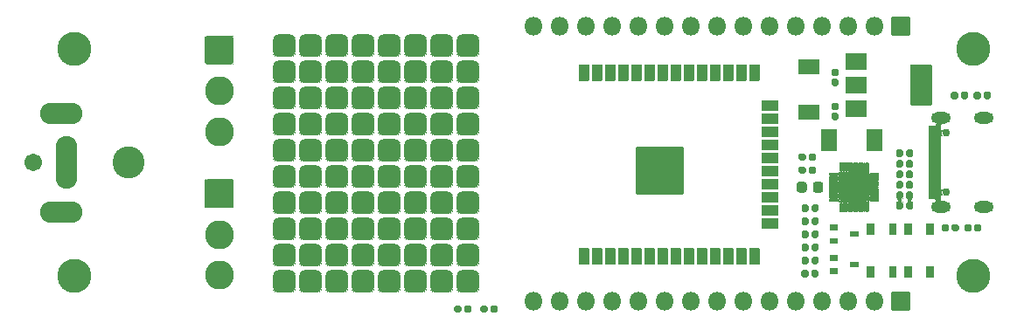
<source format=gbr>
G04 #@! TF.GenerationSoftware,KiCad,Pcbnew,(5.1.10)-1*
G04 #@! TF.CreationDate,2021-08-11T19:04:18+09:00*
G04 #@! TF.ProjectId,ESP32_LED,45535033-325f-44c4-9544-2e6b69636164,rev?*
G04 #@! TF.SameCoordinates,Original*
G04 #@! TF.FileFunction,Soldermask,Top*
G04 #@! TF.FilePolarity,Negative*
%FSLAX46Y46*%
G04 Gerber Fmt 4.6, Leading zero omitted, Abs format (unit mm)*
G04 Created by KiCad (PCBNEW (5.1.10)-1) date 2021-08-11 19:04:18*
%MOMM*%
%LPD*%
G01*
G04 APERTURE LIST*
%ADD10C,2.802000*%
%ADD11O,2.102000X5.102000*%
%ADD12O,4.102000X2.102000*%
%ADD13C,3.102000*%
%ADD14C,1.702000*%
%ADD15C,3.302000*%
%ADD16O,1.902000X1.102000*%
%ADD17C,0.752000*%
%ADD18O,1.802000X1.802000*%
%ADD19C,0.100000*%
G04 APERTURE END LIST*
G36*
G01*
X118279000Y-74210500D02*
X118279000Y-73109500D01*
G75*
G02*
X118829500Y-72559000I550500J0D01*
G01*
X119930500Y-72559000D01*
G75*
G02*
X120481000Y-73109500I0J-550500D01*
G01*
X120481000Y-74210500D01*
G75*
G02*
X119930500Y-74761000I-550500J0D01*
G01*
X118829500Y-74761000D01*
G75*
G02*
X118279000Y-74210500I0J550500D01*
G01*
G37*
G36*
G01*
X123359000Y-74210500D02*
X123359000Y-73109500D01*
G75*
G02*
X123909500Y-72559000I550500J0D01*
G01*
X125010500Y-72559000D01*
G75*
G02*
X125561000Y-73109500I0J-550500D01*
G01*
X125561000Y-74210500D01*
G75*
G02*
X125010500Y-74761000I-550500J0D01*
G01*
X123909500Y-74761000D01*
G75*
G02*
X123359000Y-74210500I0J550500D01*
G01*
G37*
G36*
G01*
X113199000Y-74210500D02*
X113199000Y-73109500D01*
G75*
G02*
X113749500Y-72559000I550500J0D01*
G01*
X114850500Y-72559000D01*
G75*
G02*
X115401000Y-73109500I0J-550500D01*
G01*
X115401000Y-74210500D01*
G75*
G02*
X114850500Y-74761000I-550500J0D01*
G01*
X113749500Y-74761000D01*
G75*
G02*
X113199000Y-74210500I0J550500D01*
G01*
G37*
G36*
G01*
X128439000Y-74210500D02*
X128439000Y-73109500D01*
G75*
G02*
X128989500Y-72559000I550500J0D01*
G01*
X130090500Y-72559000D01*
G75*
G02*
X130641000Y-73109500I0J-550500D01*
G01*
X130641000Y-74210500D01*
G75*
G02*
X130090500Y-74761000I-550500J0D01*
G01*
X128989500Y-74761000D01*
G75*
G02*
X128439000Y-74210500I0J550500D01*
G01*
G37*
G36*
G01*
X130979000Y-74210500D02*
X130979000Y-73109500D01*
G75*
G02*
X131529500Y-72559000I550500J0D01*
G01*
X132630500Y-72559000D01*
G75*
G02*
X133181000Y-73109500I0J-550500D01*
G01*
X133181000Y-74210500D01*
G75*
G02*
X132630500Y-74761000I-550500J0D01*
G01*
X131529500Y-74761000D01*
G75*
G02*
X130979000Y-74210500I0J550500D01*
G01*
G37*
G36*
G01*
X125899000Y-74210500D02*
X125899000Y-73109500D01*
G75*
G02*
X126449500Y-72559000I550500J0D01*
G01*
X127550500Y-72559000D01*
G75*
G02*
X128101000Y-73109500I0J-550500D01*
G01*
X128101000Y-74210500D01*
G75*
G02*
X127550500Y-74761000I-550500J0D01*
G01*
X126449500Y-74761000D01*
G75*
G02*
X125899000Y-74210500I0J550500D01*
G01*
G37*
G36*
G01*
X120819000Y-74210500D02*
X120819000Y-73109500D01*
G75*
G02*
X121369500Y-72559000I550500J0D01*
G01*
X122470500Y-72559000D01*
G75*
G02*
X123021000Y-73109500I0J-550500D01*
G01*
X123021000Y-74210500D01*
G75*
G02*
X122470500Y-74761000I-550500J0D01*
G01*
X121369500Y-74761000D01*
G75*
G02*
X120819000Y-74210500I0J550500D01*
G01*
G37*
G36*
G01*
X115739000Y-74210500D02*
X115739000Y-73109500D01*
G75*
G02*
X116289500Y-72559000I550500J0D01*
G01*
X117390500Y-72559000D01*
G75*
G02*
X117941000Y-73109500I0J-550500D01*
G01*
X117941000Y-74210500D01*
G75*
G02*
X117390500Y-74761000I-550500J0D01*
G01*
X116289500Y-74761000D01*
G75*
G02*
X115739000Y-74210500I0J550500D01*
G01*
G37*
G36*
G01*
X130979000Y-97070500D02*
X130979000Y-95969500D01*
G75*
G02*
X131529500Y-95419000I550500J0D01*
G01*
X132630500Y-95419000D01*
G75*
G02*
X133181000Y-95969500I0J-550500D01*
G01*
X133181000Y-97070500D01*
G75*
G02*
X132630500Y-97621000I-550500J0D01*
G01*
X131529500Y-97621000D01*
G75*
G02*
X130979000Y-97070500I0J550500D01*
G01*
G37*
G36*
G01*
X128439000Y-97070500D02*
X128439000Y-95969500D01*
G75*
G02*
X128989500Y-95419000I550500J0D01*
G01*
X130090500Y-95419000D01*
G75*
G02*
X130641000Y-95969500I0J-550500D01*
G01*
X130641000Y-97070500D01*
G75*
G02*
X130090500Y-97621000I-550500J0D01*
G01*
X128989500Y-97621000D01*
G75*
G02*
X128439000Y-97070500I0J550500D01*
G01*
G37*
G36*
G01*
X118279000Y-97070500D02*
X118279000Y-95969500D01*
G75*
G02*
X118829500Y-95419000I550500J0D01*
G01*
X119930500Y-95419000D01*
G75*
G02*
X120481000Y-95969500I0J-550500D01*
G01*
X120481000Y-97070500D01*
G75*
G02*
X119930500Y-97621000I-550500J0D01*
G01*
X118829500Y-97621000D01*
G75*
G02*
X118279000Y-97070500I0J550500D01*
G01*
G37*
G36*
G01*
X120819000Y-97070500D02*
X120819000Y-95969500D01*
G75*
G02*
X121369500Y-95419000I550500J0D01*
G01*
X122470500Y-95419000D01*
G75*
G02*
X123021000Y-95969500I0J-550500D01*
G01*
X123021000Y-97070500D01*
G75*
G02*
X122470500Y-97621000I-550500J0D01*
G01*
X121369500Y-97621000D01*
G75*
G02*
X120819000Y-97070500I0J550500D01*
G01*
G37*
G36*
G01*
X125899000Y-97070500D02*
X125899000Y-95969500D01*
G75*
G02*
X126449500Y-95419000I550500J0D01*
G01*
X127550500Y-95419000D01*
G75*
G02*
X128101000Y-95969500I0J-550500D01*
G01*
X128101000Y-97070500D01*
G75*
G02*
X127550500Y-97621000I-550500J0D01*
G01*
X126449500Y-97621000D01*
G75*
G02*
X125899000Y-97070500I0J550500D01*
G01*
G37*
G36*
G01*
X113199000Y-97070500D02*
X113199000Y-95969500D01*
G75*
G02*
X113749500Y-95419000I550500J0D01*
G01*
X114850500Y-95419000D01*
G75*
G02*
X115401000Y-95969500I0J-550500D01*
G01*
X115401000Y-97070500D01*
G75*
G02*
X114850500Y-97621000I-550500J0D01*
G01*
X113749500Y-97621000D01*
G75*
G02*
X113199000Y-97070500I0J550500D01*
G01*
G37*
G36*
G01*
X115739000Y-97070500D02*
X115739000Y-95969500D01*
G75*
G02*
X116289500Y-95419000I550500J0D01*
G01*
X117390500Y-95419000D01*
G75*
G02*
X117941000Y-95969500I0J-550500D01*
G01*
X117941000Y-97070500D01*
G75*
G02*
X117390500Y-97621000I-550500J0D01*
G01*
X116289500Y-97621000D01*
G75*
G02*
X115739000Y-97070500I0J550500D01*
G01*
G37*
G36*
G01*
X123359000Y-97070500D02*
X123359000Y-95969500D01*
G75*
G02*
X123909500Y-95419000I550500J0D01*
G01*
X125010500Y-95419000D01*
G75*
G02*
X125561000Y-95969500I0J-550500D01*
G01*
X125561000Y-97070500D01*
G75*
G02*
X125010500Y-97621000I-550500J0D01*
G01*
X123909500Y-97621000D01*
G75*
G02*
X123359000Y-97070500I0J550500D01*
G01*
G37*
G36*
G01*
X128439000Y-94530500D02*
X128439000Y-93429500D01*
G75*
G02*
X128989500Y-92879000I550500J0D01*
G01*
X130090500Y-92879000D01*
G75*
G02*
X130641000Y-93429500I0J-550500D01*
G01*
X130641000Y-94530500D01*
G75*
G02*
X130090500Y-95081000I-550500J0D01*
G01*
X128989500Y-95081000D01*
G75*
G02*
X128439000Y-94530500I0J550500D01*
G01*
G37*
G36*
G01*
X125899000Y-94530500D02*
X125899000Y-93429500D01*
G75*
G02*
X126449500Y-92879000I550500J0D01*
G01*
X127550500Y-92879000D01*
G75*
G02*
X128101000Y-93429500I0J-550500D01*
G01*
X128101000Y-94530500D01*
G75*
G02*
X127550500Y-95081000I-550500J0D01*
G01*
X126449500Y-95081000D01*
G75*
G02*
X125899000Y-94530500I0J550500D01*
G01*
G37*
G36*
G01*
X115739000Y-94530500D02*
X115739000Y-93429500D01*
G75*
G02*
X116289500Y-92879000I550500J0D01*
G01*
X117390500Y-92879000D01*
G75*
G02*
X117941000Y-93429500I0J-550500D01*
G01*
X117941000Y-94530500D01*
G75*
G02*
X117390500Y-95081000I-550500J0D01*
G01*
X116289500Y-95081000D01*
G75*
G02*
X115739000Y-94530500I0J550500D01*
G01*
G37*
G36*
G01*
X130979000Y-94530500D02*
X130979000Y-93429500D01*
G75*
G02*
X131529500Y-92879000I550500J0D01*
G01*
X132630500Y-92879000D01*
G75*
G02*
X133181000Y-93429500I0J-550500D01*
G01*
X133181000Y-94530500D01*
G75*
G02*
X132630500Y-95081000I-550500J0D01*
G01*
X131529500Y-95081000D01*
G75*
G02*
X130979000Y-94530500I0J550500D01*
G01*
G37*
G36*
G01*
X120819000Y-94530500D02*
X120819000Y-93429500D01*
G75*
G02*
X121369500Y-92879000I550500J0D01*
G01*
X122470500Y-92879000D01*
G75*
G02*
X123021000Y-93429500I0J-550500D01*
G01*
X123021000Y-94530500D01*
G75*
G02*
X122470500Y-95081000I-550500J0D01*
G01*
X121369500Y-95081000D01*
G75*
G02*
X120819000Y-94530500I0J550500D01*
G01*
G37*
G36*
G01*
X118279000Y-94530500D02*
X118279000Y-93429500D01*
G75*
G02*
X118829500Y-92879000I550500J0D01*
G01*
X119930500Y-92879000D01*
G75*
G02*
X120481000Y-93429500I0J-550500D01*
G01*
X120481000Y-94530500D01*
G75*
G02*
X119930500Y-95081000I-550500J0D01*
G01*
X118829500Y-95081000D01*
G75*
G02*
X118279000Y-94530500I0J550500D01*
G01*
G37*
G36*
G01*
X113199000Y-94530500D02*
X113199000Y-93429500D01*
G75*
G02*
X113749500Y-92879000I550500J0D01*
G01*
X114850500Y-92879000D01*
G75*
G02*
X115401000Y-93429500I0J-550500D01*
G01*
X115401000Y-94530500D01*
G75*
G02*
X114850500Y-95081000I-550500J0D01*
G01*
X113749500Y-95081000D01*
G75*
G02*
X113199000Y-94530500I0J550500D01*
G01*
G37*
G36*
G01*
X115739000Y-91990500D02*
X115739000Y-90889500D01*
G75*
G02*
X116289500Y-90339000I550500J0D01*
G01*
X117390500Y-90339000D01*
G75*
G02*
X117941000Y-90889500I0J-550500D01*
G01*
X117941000Y-91990500D01*
G75*
G02*
X117390500Y-92541000I-550500J0D01*
G01*
X116289500Y-92541000D01*
G75*
G02*
X115739000Y-91990500I0J550500D01*
G01*
G37*
G36*
G01*
X123359000Y-89450500D02*
X123359000Y-88349500D01*
G75*
G02*
X123909500Y-87799000I550500J0D01*
G01*
X125010500Y-87799000D01*
G75*
G02*
X125561000Y-88349500I0J-550500D01*
G01*
X125561000Y-89450500D01*
G75*
G02*
X125010500Y-90001000I-550500J0D01*
G01*
X123909500Y-90001000D01*
G75*
G02*
X123359000Y-89450500I0J550500D01*
G01*
G37*
G36*
G01*
X113199000Y-89450500D02*
X113199000Y-88349500D01*
G75*
G02*
X113749500Y-87799000I550500J0D01*
G01*
X114850500Y-87799000D01*
G75*
G02*
X115401000Y-88349500I0J-550500D01*
G01*
X115401000Y-89450500D01*
G75*
G02*
X114850500Y-90001000I-550500J0D01*
G01*
X113749500Y-90001000D01*
G75*
G02*
X113199000Y-89450500I0J550500D01*
G01*
G37*
G36*
G01*
X115739000Y-89450500D02*
X115739000Y-88349500D01*
G75*
G02*
X116289500Y-87799000I550500J0D01*
G01*
X117390500Y-87799000D01*
G75*
G02*
X117941000Y-88349500I0J-550500D01*
G01*
X117941000Y-89450500D01*
G75*
G02*
X117390500Y-90001000I-550500J0D01*
G01*
X116289500Y-90001000D01*
G75*
G02*
X115739000Y-89450500I0J550500D01*
G01*
G37*
G36*
G01*
X113199000Y-86910500D02*
X113199000Y-85809500D01*
G75*
G02*
X113749500Y-85259000I550500J0D01*
G01*
X114850500Y-85259000D01*
G75*
G02*
X115401000Y-85809500I0J-550500D01*
G01*
X115401000Y-86910500D01*
G75*
G02*
X114850500Y-87461000I-550500J0D01*
G01*
X113749500Y-87461000D01*
G75*
G02*
X113199000Y-86910500I0J550500D01*
G01*
G37*
G36*
G01*
X125899000Y-89450500D02*
X125899000Y-88349500D01*
G75*
G02*
X126449500Y-87799000I550500J0D01*
G01*
X127550500Y-87799000D01*
G75*
G02*
X128101000Y-88349500I0J-550500D01*
G01*
X128101000Y-89450500D01*
G75*
G02*
X127550500Y-90001000I-550500J0D01*
G01*
X126449500Y-90001000D01*
G75*
G02*
X125899000Y-89450500I0J550500D01*
G01*
G37*
G36*
G01*
X128439000Y-86910500D02*
X128439000Y-85809500D01*
G75*
G02*
X128989500Y-85259000I550500J0D01*
G01*
X130090500Y-85259000D01*
G75*
G02*
X130641000Y-85809500I0J-550500D01*
G01*
X130641000Y-86910500D01*
G75*
G02*
X130090500Y-87461000I-550500J0D01*
G01*
X128989500Y-87461000D01*
G75*
G02*
X128439000Y-86910500I0J550500D01*
G01*
G37*
G36*
G01*
X125899000Y-91990500D02*
X125899000Y-90889500D01*
G75*
G02*
X126449500Y-90339000I550500J0D01*
G01*
X127550500Y-90339000D01*
G75*
G02*
X128101000Y-90889500I0J-550500D01*
G01*
X128101000Y-91990500D01*
G75*
G02*
X127550500Y-92541000I-550500J0D01*
G01*
X126449500Y-92541000D01*
G75*
G02*
X125899000Y-91990500I0J550500D01*
G01*
G37*
G36*
G01*
X128439000Y-91990500D02*
X128439000Y-90889500D01*
G75*
G02*
X128989500Y-90339000I550500J0D01*
G01*
X130090500Y-90339000D01*
G75*
G02*
X130641000Y-90889500I0J-550500D01*
G01*
X130641000Y-91990500D01*
G75*
G02*
X130090500Y-92541000I-550500J0D01*
G01*
X128989500Y-92541000D01*
G75*
G02*
X128439000Y-91990500I0J550500D01*
G01*
G37*
G36*
G01*
X130979000Y-89450500D02*
X130979000Y-88349500D01*
G75*
G02*
X131529500Y-87799000I550500J0D01*
G01*
X132630500Y-87799000D01*
G75*
G02*
X133181000Y-88349500I0J-550500D01*
G01*
X133181000Y-89450500D01*
G75*
G02*
X132630500Y-90001000I-550500J0D01*
G01*
X131529500Y-90001000D01*
G75*
G02*
X130979000Y-89450500I0J550500D01*
G01*
G37*
G36*
G01*
X120819000Y-89450500D02*
X120819000Y-88349500D01*
G75*
G02*
X121369500Y-87799000I550500J0D01*
G01*
X122470500Y-87799000D01*
G75*
G02*
X123021000Y-88349500I0J-550500D01*
G01*
X123021000Y-89450500D01*
G75*
G02*
X122470500Y-90001000I-550500J0D01*
G01*
X121369500Y-90001000D01*
G75*
G02*
X120819000Y-89450500I0J550500D01*
G01*
G37*
G36*
G01*
X118279000Y-89450500D02*
X118279000Y-88349500D01*
G75*
G02*
X118829500Y-87799000I550500J0D01*
G01*
X119930500Y-87799000D01*
G75*
G02*
X120481000Y-88349500I0J-550500D01*
G01*
X120481000Y-89450500D01*
G75*
G02*
X119930500Y-90001000I-550500J0D01*
G01*
X118829500Y-90001000D01*
G75*
G02*
X118279000Y-89450500I0J550500D01*
G01*
G37*
G36*
G01*
X130979000Y-91990500D02*
X130979000Y-90889500D01*
G75*
G02*
X131529500Y-90339000I550500J0D01*
G01*
X132630500Y-90339000D01*
G75*
G02*
X133181000Y-90889500I0J-550500D01*
G01*
X133181000Y-91990500D01*
G75*
G02*
X132630500Y-92541000I-550500J0D01*
G01*
X131529500Y-92541000D01*
G75*
G02*
X130979000Y-91990500I0J550500D01*
G01*
G37*
G36*
G01*
X120819000Y-91990500D02*
X120819000Y-90889500D01*
G75*
G02*
X121369500Y-90339000I550500J0D01*
G01*
X122470500Y-90339000D01*
G75*
G02*
X123021000Y-90889500I0J-550500D01*
G01*
X123021000Y-91990500D01*
G75*
G02*
X122470500Y-92541000I-550500J0D01*
G01*
X121369500Y-92541000D01*
G75*
G02*
X120819000Y-91990500I0J550500D01*
G01*
G37*
G36*
G01*
X118279000Y-91990500D02*
X118279000Y-90889500D01*
G75*
G02*
X118829500Y-90339000I550500J0D01*
G01*
X119930500Y-90339000D01*
G75*
G02*
X120481000Y-90889500I0J-550500D01*
G01*
X120481000Y-91990500D01*
G75*
G02*
X119930500Y-92541000I-550500J0D01*
G01*
X118829500Y-92541000D01*
G75*
G02*
X118279000Y-91990500I0J550500D01*
G01*
G37*
G36*
G01*
X130979000Y-86910500D02*
X130979000Y-85809500D01*
G75*
G02*
X131529500Y-85259000I550500J0D01*
G01*
X132630500Y-85259000D01*
G75*
G02*
X133181000Y-85809500I0J-550500D01*
G01*
X133181000Y-86910500D01*
G75*
G02*
X132630500Y-87461000I-550500J0D01*
G01*
X131529500Y-87461000D01*
G75*
G02*
X130979000Y-86910500I0J550500D01*
G01*
G37*
G36*
G01*
X118279000Y-86910500D02*
X118279000Y-85809500D01*
G75*
G02*
X118829500Y-85259000I550500J0D01*
G01*
X119930500Y-85259000D01*
G75*
G02*
X120481000Y-85809500I0J-550500D01*
G01*
X120481000Y-86910500D01*
G75*
G02*
X119930500Y-87461000I-550500J0D01*
G01*
X118829500Y-87461000D01*
G75*
G02*
X118279000Y-86910500I0J550500D01*
G01*
G37*
G36*
G01*
X125899000Y-86910500D02*
X125899000Y-85809500D01*
G75*
G02*
X126449500Y-85259000I550500J0D01*
G01*
X127550500Y-85259000D01*
G75*
G02*
X128101000Y-85809500I0J-550500D01*
G01*
X128101000Y-86910500D01*
G75*
G02*
X127550500Y-87461000I-550500J0D01*
G01*
X126449500Y-87461000D01*
G75*
G02*
X125899000Y-86910500I0J550500D01*
G01*
G37*
G36*
G01*
X115739000Y-86910500D02*
X115739000Y-85809500D01*
G75*
G02*
X116289500Y-85259000I550500J0D01*
G01*
X117390500Y-85259000D01*
G75*
G02*
X117941000Y-85809500I0J-550500D01*
G01*
X117941000Y-86910500D01*
G75*
G02*
X117390500Y-87461000I-550500J0D01*
G01*
X116289500Y-87461000D01*
G75*
G02*
X115739000Y-86910500I0J550500D01*
G01*
G37*
G36*
G01*
X123359000Y-86910500D02*
X123359000Y-85809500D01*
G75*
G02*
X123909500Y-85259000I550500J0D01*
G01*
X125010500Y-85259000D01*
G75*
G02*
X125561000Y-85809500I0J-550500D01*
G01*
X125561000Y-86910500D01*
G75*
G02*
X125010500Y-87461000I-550500J0D01*
G01*
X123909500Y-87461000D01*
G75*
G02*
X123359000Y-86910500I0J550500D01*
G01*
G37*
G36*
G01*
X123359000Y-94530500D02*
X123359000Y-93429500D01*
G75*
G02*
X123909500Y-92879000I550500J0D01*
G01*
X125010500Y-92879000D01*
G75*
G02*
X125561000Y-93429500I0J-550500D01*
G01*
X125561000Y-94530500D01*
G75*
G02*
X125010500Y-95081000I-550500J0D01*
G01*
X123909500Y-95081000D01*
G75*
G02*
X123359000Y-94530500I0J550500D01*
G01*
G37*
G36*
G01*
X128439000Y-89450500D02*
X128439000Y-88349500D01*
G75*
G02*
X128989500Y-87799000I550500J0D01*
G01*
X130090500Y-87799000D01*
G75*
G02*
X130641000Y-88349500I0J-550500D01*
G01*
X130641000Y-89450500D01*
G75*
G02*
X130090500Y-90001000I-550500J0D01*
G01*
X128989500Y-90001000D01*
G75*
G02*
X128439000Y-89450500I0J550500D01*
G01*
G37*
G36*
G01*
X123359000Y-91990500D02*
X123359000Y-90889500D01*
G75*
G02*
X123909500Y-90339000I550500J0D01*
G01*
X125010500Y-90339000D01*
G75*
G02*
X125561000Y-90889500I0J-550500D01*
G01*
X125561000Y-91990500D01*
G75*
G02*
X125010500Y-92541000I-550500J0D01*
G01*
X123909500Y-92541000D01*
G75*
G02*
X123359000Y-91990500I0J550500D01*
G01*
G37*
G36*
G01*
X113199000Y-91990500D02*
X113199000Y-90889500D01*
G75*
G02*
X113749500Y-90339000I550500J0D01*
G01*
X114850500Y-90339000D01*
G75*
G02*
X115401000Y-90889500I0J-550500D01*
G01*
X115401000Y-91990500D01*
G75*
G02*
X114850500Y-92541000I-550500J0D01*
G01*
X113749500Y-92541000D01*
G75*
G02*
X113199000Y-91990500I0J550500D01*
G01*
G37*
G36*
G01*
X120819000Y-86910500D02*
X120819000Y-85809500D01*
G75*
G02*
X121369500Y-85259000I550500J0D01*
G01*
X122470500Y-85259000D01*
G75*
G02*
X123021000Y-85809500I0J-550500D01*
G01*
X123021000Y-86910500D01*
G75*
G02*
X122470500Y-87461000I-550500J0D01*
G01*
X121369500Y-87461000D01*
G75*
G02*
X120819000Y-86910500I0J550500D01*
G01*
G37*
G36*
G01*
X115739000Y-84370500D02*
X115739000Y-83269500D01*
G75*
G02*
X116289500Y-82719000I550500J0D01*
G01*
X117390500Y-82719000D01*
G75*
G02*
X117941000Y-83269500I0J-550500D01*
G01*
X117941000Y-84370500D01*
G75*
G02*
X117390500Y-84921000I-550500J0D01*
G01*
X116289500Y-84921000D01*
G75*
G02*
X115739000Y-84370500I0J550500D01*
G01*
G37*
G36*
G01*
X125899000Y-84370500D02*
X125899000Y-83269500D01*
G75*
G02*
X126449500Y-82719000I550500J0D01*
G01*
X127550500Y-82719000D01*
G75*
G02*
X128101000Y-83269500I0J-550500D01*
G01*
X128101000Y-84370500D01*
G75*
G02*
X127550500Y-84921000I-550500J0D01*
G01*
X126449500Y-84921000D01*
G75*
G02*
X125899000Y-84370500I0J550500D01*
G01*
G37*
G36*
G01*
X128439000Y-84370500D02*
X128439000Y-83269500D01*
G75*
G02*
X128989500Y-82719000I550500J0D01*
G01*
X130090500Y-82719000D01*
G75*
G02*
X130641000Y-83269500I0J-550500D01*
G01*
X130641000Y-84370500D01*
G75*
G02*
X130090500Y-84921000I-550500J0D01*
G01*
X128989500Y-84921000D01*
G75*
G02*
X128439000Y-84370500I0J550500D01*
G01*
G37*
G36*
G01*
X130979000Y-84370500D02*
X130979000Y-83269500D01*
G75*
G02*
X131529500Y-82719000I550500J0D01*
G01*
X132630500Y-82719000D01*
G75*
G02*
X133181000Y-83269500I0J-550500D01*
G01*
X133181000Y-84370500D01*
G75*
G02*
X132630500Y-84921000I-550500J0D01*
G01*
X131529500Y-84921000D01*
G75*
G02*
X130979000Y-84370500I0J550500D01*
G01*
G37*
G36*
G01*
X120819000Y-84370500D02*
X120819000Y-83269500D01*
G75*
G02*
X121369500Y-82719000I550500J0D01*
G01*
X122470500Y-82719000D01*
G75*
G02*
X123021000Y-83269500I0J-550500D01*
G01*
X123021000Y-84370500D01*
G75*
G02*
X122470500Y-84921000I-550500J0D01*
G01*
X121369500Y-84921000D01*
G75*
G02*
X120819000Y-84370500I0J550500D01*
G01*
G37*
G36*
G01*
X118279000Y-84370500D02*
X118279000Y-83269500D01*
G75*
G02*
X118829500Y-82719000I550500J0D01*
G01*
X119930500Y-82719000D01*
G75*
G02*
X120481000Y-83269500I0J-550500D01*
G01*
X120481000Y-84370500D01*
G75*
G02*
X119930500Y-84921000I-550500J0D01*
G01*
X118829500Y-84921000D01*
G75*
G02*
X118279000Y-84370500I0J550500D01*
G01*
G37*
G36*
G01*
X123359000Y-84370500D02*
X123359000Y-83269500D01*
G75*
G02*
X123909500Y-82719000I550500J0D01*
G01*
X125010500Y-82719000D01*
G75*
G02*
X125561000Y-83269500I0J-550500D01*
G01*
X125561000Y-84370500D01*
G75*
G02*
X125010500Y-84921000I-550500J0D01*
G01*
X123909500Y-84921000D01*
G75*
G02*
X123359000Y-84370500I0J550500D01*
G01*
G37*
G36*
G01*
X113199000Y-84370500D02*
X113199000Y-83269500D01*
G75*
G02*
X113749500Y-82719000I550500J0D01*
G01*
X114850500Y-82719000D01*
G75*
G02*
X115401000Y-83269500I0J-550500D01*
G01*
X115401000Y-84370500D01*
G75*
G02*
X114850500Y-84921000I-550500J0D01*
G01*
X113749500Y-84921000D01*
G75*
G02*
X113199000Y-84370500I0J550500D01*
G01*
G37*
G36*
G01*
X123359000Y-81830500D02*
X123359000Y-80729500D01*
G75*
G02*
X123909500Y-80179000I550500J0D01*
G01*
X125010500Y-80179000D01*
G75*
G02*
X125561000Y-80729500I0J-550500D01*
G01*
X125561000Y-81830500D01*
G75*
G02*
X125010500Y-82381000I-550500J0D01*
G01*
X123909500Y-82381000D01*
G75*
G02*
X123359000Y-81830500I0J550500D01*
G01*
G37*
G36*
G01*
X113199000Y-81830500D02*
X113199000Y-80729500D01*
G75*
G02*
X113749500Y-80179000I550500J0D01*
G01*
X114850500Y-80179000D01*
G75*
G02*
X115401000Y-80729500I0J-550500D01*
G01*
X115401000Y-81830500D01*
G75*
G02*
X114850500Y-82381000I-550500J0D01*
G01*
X113749500Y-82381000D01*
G75*
G02*
X113199000Y-81830500I0J550500D01*
G01*
G37*
G36*
G01*
X115739000Y-81830500D02*
X115739000Y-80729500D01*
G75*
G02*
X116289500Y-80179000I550500J0D01*
G01*
X117390500Y-80179000D01*
G75*
G02*
X117941000Y-80729500I0J-550500D01*
G01*
X117941000Y-81830500D01*
G75*
G02*
X117390500Y-82381000I-550500J0D01*
G01*
X116289500Y-82381000D01*
G75*
G02*
X115739000Y-81830500I0J550500D01*
G01*
G37*
G36*
G01*
X125899000Y-81830500D02*
X125899000Y-80729500D01*
G75*
G02*
X126449500Y-80179000I550500J0D01*
G01*
X127550500Y-80179000D01*
G75*
G02*
X128101000Y-80729500I0J-550500D01*
G01*
X128101000Y-81830500D01*
G75*
G02*
X127550500Y-82381000I-550500J0D01*
G01*
X126449500Y-82381000D01*
G75*
G02*
X125899000Y-81830500I0J550500D01*
G01*
G37*
G36*
G01*
X130979000Y-81830500D02*
X130979000Y-80729500D01*
G75*
G02*
X131529500Y-80179000I550500J0D01*
G01*
X132630500Y-80179000D01*
G75*
G02*
X133181000Y-80729500I0J-550500D01*
G01*
X133181000Y-81830500D01*
G75*
G02*
X132630500Y-82381000I-550500J0D01*
G01*
X131529500Y-82381000D01*
G75*
G02*
X130979000Y-81830500I0J550500D01*
G01*
G37*
G36*
G01*
X120819000Y-81830500D02*
X120819000Y-80729500D01*
G75*
G02*
X121369500Y-80179000I550500J0D01*
G01*
X122470500Y-80179000D01*
G75*
G02*
X123021000Y-80729500I0J-550500D01*
G01*
X123021000Y-81830500D01*
G75*
G02*
X122470500Y-82381000I-550500J0D01*
G01*
X121369500Y-82381000D01*
G75*
G02*
X120819000Y-81830500I0J550500D01*
G01*
G37*
G36*
G01*
X118279000Y-81830500D02*
X118279000Y-80729500D01*
G75*
G02*
X118829500Y-80179000I550500J0D01*
G01*
X119930500Y-80179000D01*
G75*
G02*
X120481000Y-80729500I0J-550500D01*
G01*
X120481000Y-81830500D01*
G75*
G02*
X119930500Y-82381000I-550500J0D01*
G01*
X118829500Y-82381000D01*
G75*
G02*
X118279000Y-81830500I0J550500D01*
G01*
G37*
G36*
G01*
X128439000Y-81830500D02*
X128439000Y-80729500D01*
G75*
G02*
X128989500Y-80179000I550500J0D01*
G01*
X130090500Y-80179000D01*
G75*
G02*
X130641000Y-80729500I0J-550500D01*
G01*
X130641000Y-81830500D01*
G75*
G02*
X130090500Y-82381000I-550500J0D01*
G01*
X128989500Y-82381000D01*
G75*
G02*
X128439000Y-81830500I0J550500D01*
G01*
G37*
G36*
G01*
X113199000Y-79290500D02*
X113199000Y-78189500D01*
G75*
G02*
X113749500Y-77639000I550500J0D01*
G01*
X114850500Y-77639000D01*
G75*
G02*
X115401000Y-78189500I0J-550500D01*
G01*
X115401000Y-79290500D01*
G75*
G02*
X114850500Y-79841000I-550500J0D01*
G01*
X113749500Y-79841000D01*
G75*
G02*
X113199000Y-79290500I0J550500D01*
G01*
G37*
G36*
G01*
X128439000Y-79290500D02*
X128439000Y-78189500D01*
G75*
G02*
X128989500Y-77639000I550500J0D01*
G01*
X130090500Y-77639000D01*
G75*
G02*
X130641000Y-78189500I0J-550500D01*
G01*
X130641000Y-79290500D01*
G75*
G02*
X130090500Y-79841000I-550500J0D01*
G01*
X128989500Y-79841000D01*
G75*
G02*
X128439000Y-79290500I0J550500D01*
G01*
G37*
G36*
G01*
X130979000Y-79290500D02*
X130979000Y-78189500D01*
G75*
G02*
X131529500Y-77639000I550500J0D01*
G01*
X132630500Y-77639000D01*
G75*
G02*
X133181000Y-78189500I0J-550500D01*
G01*
X133181000Y-79290500D01*
G75*
G02*
X132630500Y-79841000I-550500J0D01*
G01*
X131529500Y-79841000D01*
G75*
G02*
X130979000Y-79290500I0J550500D01*
G01*
G37*
G36*
G01*
X118279000Y-79290500D02*
X118279000Y-78189500D01*
G75*
G02*
X118829500Y-77639000I550500J0D01*
G01*
X119930500Y-77639000D01*
G75*
G02*
X120481000Y-78189500I0J-550500D01*
G01*
X120481000Y-79290500D01*
G75*
G02*
X119930500Y-79841000I-550500J0D01*
G01*
X118829500Y-79841000D01*
G75*
G02*
X118279000Y-79290500I0J550500D01*
G01*
G37*
G36*
G01*
X125899000Y-79290500D02*
X125899000Y-78189500D01*
G75*
G02*
X126449500Y-77639000I550500J0D01*
G01*
X127550500Y-77639000D01*
G75*
G02*
X128101000Y-78189500I0J-550500D01*
G01*
X128101000Y-79290500D01*
G75*
G02*
X127550500Y-79841000I-550500J0D01*
G01*
X126449500Y-79841000D01*
G75*
G02*
X125899000Y-79290500I0J550500D01*
G01*
G37*
G36*
G01*
X115739000Y-79290500D02*
X115739000Y-78189500D01*
G75*
G02*
X116289500Y-77639000I550500J0D01*
G01*
X117390500Y-77639000D01*
G75*
G02*
X117941000Y-78189500I0J-550500D01*
G01*
X117941000Y-79290500D01*
G75*
G02*
X117390500Y-79841000I-550500J0D01*
G01*
X116289500Y-79841000D01*
G75*
G02*
X115739000Y-79290500I0J550500D01*
G01*
G37*
G36*
G01*
X123359000Y-79290500D02*
X123359000Y-78189500D01*
G75*
G02*
X123909500Y-77639000I550500J0D01*
G01*
X125010500Y-77639000D01*
G75*
G02*
X125561000Y-78189500I0J-550500D01*
G01*
X125561000Y-79290500D01*
G75*
G02*
X125010500Y-79841000I-550500J0D01*
G01*
X123909500Y-79841000D01*
G75*
G02*
X123359000Y-79290500I0J550500D01*
G01*
G37*
G36*
G01*
X120819000Y-79290500D02*
X120819000Y-78189500D01*
G75*
G02*
X121369500Y-77639000I550500J0D01*
G01*
X122470500Y-77639000D01*
G75*
G02*
X123021000Y-78189500I0J-550500D01*
G01*
X123021000Y-79290500D01*
G75*
G02*
X122470500Y-79841000I-550500J0D01*
G01*
X121369500Y-79841000D01*
G75*
G02*
X120819000Y-79290500I0J550500D01*
G01*
G37*
G36*
G01*
X130979000Y-76750500D02*
X130979000Y-75649500D01*
G75*
G02*
X131529500Y-75099000I550500J0D01*
G01*
X132630500Y-75099000D01*
G75*
G02*
X133181000Y-75649500I0J-550500D01*
G01*
X133181000Y-76750500D01*
G75*
G02*
X132630500Y-77301000I-550500J0D01*
G01*
X131529500Y-77301000D01*
G75*
G02*
X130979000Y-76750500I0J550500D01*
G01*
G37*
G36*
G01*
X128439000Y-76750500D02*
X128439000Y-75649500D01*
G75*
G02*
X128989500Y-75099000I550500J0D01*
G01*
X130090500Y-75099000D01*
G75*
G02*
X130641000Y-75649500I0J-550500D01*
G01*
X130641000Y-76750500D01*
G75*
G02*
X130090500Y-77301000I-550500J0D01*
G01*
X128989500Y-77301000D01*
G75*
G02*
X128439000Y-76750500I0J550500D01*
G01*
G37*
G36*
G01*
X125899000Y-76750500D02*
X125899000Y-75649500D01*
G75*
G02*
X126449500Y-75099000I550500J0D01*
G01*
X127550500Y-75099000D01*
G75*
G02*
X128101000Y-75649500I0J-550500D01*
G01*
X128101000Y-76750500D01*
G75*
G02*
X127550500Y-77301000I-550500J0D01*
G01*
X126449500Y-77301000D01*
G75*
G02*
X125899000Y-76750500I0J550500D01*
G01*
G37*
G36*
G01*
X123359000Y-76750500D02*
X123359000Y-75649500D01*
G75*
G02*
X123909500Y-75099000I550500J0D01*
G01*
X125010500Y-75099000D01*
G75*
G02*
X125561000Y-75649500I0J-550500D01*
G01*
X125561000Y-76750500D01*
G75*
G02*
X125010500Y-77301000I-550500J0D01*
G01*
X123909500Y-77301000D01*
G75*
G02*
X123359000Y-76750500I0J550500D01*
G01*
G37*
G36*
G01*
X120819000Y-76750500D02*
X120819000Y-75649500D01*
G75*
G02*
X121369500Y-75099000I550500J0D01*
G01*
X122470500Y-75099000D01*
G75*
G02*
X123021000Y-75649500I0J-550500D01*
G01*
X123021000Y-76750500D01*
G75*
G02*
X122470500Y-77301000I-550500J0D01*
G01*
X121369500Y-77301000D01*
G75*
G02*
X120819000Y-76750500I0J550500D01*
G01*
G37*
G36*
G01*
X118279000Y-76750500D02*
X118279000Y-75649500D01*
G75*
G02*
X118829500Y-75099000I550500J0D01*
G01*
X119930500Y-75099000D01*
G75*
G02*
X120481000Y-75649500I0J-550500D01*
G01*
X120481000Y-76750500D01*
G75*
G02*
X119930500Y-77301000I-550500J0D01*
G01*
X118829500Y-77301000D01*
G75*
G02*
X118279000Y-76750500I0J550500D01*
G01*
G37*
G36*
G01*
X115739000Y-76750500D02*
X115739000Y-75649500D01*
G75*
G02*
X116289500Y-75099000I550500J0D01*
G01*
X117390500Y-75099000D01*
G75*
G02*
X117941000Y-75649500I0J-550500D01*
G01*
X117941000Y-76750500D01*
G75*
G02*
X117390500Y-77301000I-550500J0D01*
G01*
X116289500Y-77301000D01*
G75*
G02*
X115739000Y-76750500I0J550500D01*
G01*
G37*
G36*
G01*
X113199000Y-76750500D02*
X113199000Y-75649500D01*
G75*
G02*
X113749500Y-75099000I550500J0D01*
G01*
X114850500Y-75099000D01*
G75*
G02*
X115401000Y-75649500I0J-550500D01*
G01*
X115401000Y-76750500D01*
G75*
G02*
X114850500Y-77301000I-550500J0D01*
G01*
X113749500Y-77301000D01*
G75*
G02*
X113199000Y-76750500I0J550500D01*
G01*
G37*
G36*
G01*
X106858445Y-72679000D02*
X109141555Y-72679000D01*
G75*
G02*
X109401000Y-72938445I0J-259445D01*
G01*
X109401000Y-75221555D01*
G75*
G02*
X109141555Y-75481000I-259445J0D01*
G01*
X106858445Y-75481000D01*
G75*
G02*
X106599000Y-75221555I0J259445D01*
G01*
X106599000Y-72938445D01*
G75*
G02*
X106858445Y-72679000I259445J0D01*
G01*
G37*
D10*
X108000000Y-78040000D03*
X108000000Y-82000000D03*
D11*
X93250000Y-85000000D03*
D12*
X92750000Y-89750000D03*
D13*
X99250000Y-85000000D03*
D12*
X92750000Y-80250000D03*
D14*
X90000000Y-85000000D03*
G36*
G01*
X166151000Y-79392000D02*
X166151000Y-80792000D01*
G75*
G02*
X166100000Y-80843000I-51000J0D01*
G01*
X164100000Y-80843000D01*
G75*
G02*
X164049000Y-80792000I0J51000D01*
G01*
X164049000Y-79392000D01*
G75*
G02*
X164100000Y-79341000I51000J0D01*
G01*
X166100000Y-79341000D01*
G75*
G02*
X166151000Y-79392000I0J-51000D01*
G01*
G37*
G36*
G01*
X166151000Y-74992000D02*
X166151000Y-76392000D01*
G75*
G02*
X166100000Y-76443000I-51000J0D01*
G01*
X164100000Y-76443000D01*
G75*
G02*
X164049000Y-76392000I0J51000D01*
G01*
X164049000Y-74992000D01*
G75*
G02*
X164100000Y-74941000I51000J0D01*
G01*
X166100000Y-74941000D01*
G75*
G02*
X166151000Y-74992000I0J-51000D01*
G01*
G37*
D15*
X181000000Y-96000000D03*
X181000000Y-74000000D03*
X94000000Y-96000000D03*
G36*
G01*
X143772000Y-94881000D02*
X142872000Y-94881000D01*
G75*
G02*
X142821000Y-94830000I0J51000D01*
G01*
X142821000Y-93330000D01*
G75*
G02*
X142872000Y-93279000I51000J0D01*
G01*
X143772000Y-93279000D01*
G75*
G02*
X143823000Y-93330000I0J-51000D01*
G01*
X143823000Y-94830000D01*
G75*
G02*
X143772000Y-94881000I-51000J0D01*
G01*
G37*
G36*
G01*
X145042000Y-94881000D02*
X144142000Y-94881000D01*
G75*
G02*
X144091000Y-94830000I0J51000D01*
G01*
X144091000Y-93330000D01*
G75*
G02*
X144142000Y-93279000I51000J0D01*
G01*
X145042000Y-93279000D01*
G75*
G02*
X145093000Y-93330000I0J-51000D01*
G01*
X145093000Y-94830000D01*
G75*
G02*
X145042000Y-94881000I-51000J0D01*
G01*
G37*
G36*
G01*
X146312000Y-94881000D02*
X145412000Y-94881000D01*
G75*
G02*
X145361000Y-94830000I0J51000D01*
G01*
X145361000Y-93330000D01*
G75*
G02*
X145412000Y-93279000I51000J0D01*
G01*
X146312000Y-93279000D01*
G75*
G02*
X146363000Y-93330000I0J-51000D01*
G01*
X146363000Y-94830000D01*
G75*
G02*
X146312000Y-94881000I-51000J0D01*
G01*
G37*
G36*
G01*
X147582000Y-94881000D02*
X146682000Y-94881000D01*
G75*
G02*
X146631000Y-94830000I0J51000D01*
G01*
X146631000Y-93330000D01*
G75*
G02*
X146682000Y-93279000I51000J0D01*
G01*
X147582000Y-93279000D01*
G75*
G02*
X147633000Y-93330000I0J-51000D01*
G01*
X147633000Y-94830000D01*
G75*
G02*
X147582000Y-94881000I-51000J0D01*
G01*
G37*
G36*
G01*
X148852000Y-94881000D02*
X147952000Y-94881000D01*
G75*
G02*
X147901000Y-94830000I0J51000D01*
G01*
X147901000Y-93330000D01*
G75*
G02*
X147952000Y-93279000I51000J0D01*
G01*
X148852000Y-93279000D01*
G75*
G02*
X148903000Y-93330000I0J-51000D01*
G01*
X148903000Y-94830000D01*
G75*
G02*
X148852000Y-94881000I-51000J0D01*
G01*
G37*
G36*
G01*
X150122000Y-94881000D02*
X149222000Y-94881000D01*
G75*
G02*
X149171000Y-94830000I0J51000D01*
G01*
X149171000Y-93330000D01*
G75*
G02*
X149222000Y-93279000I51000J0D01*
G01*
X150122000Y-93279000D01*
G75*
G02*
X150173000Y-93330000I0J-51000D01*
G01*
X150173000Y-94830000D01*
G75*
G02*
X150122000Y-94881000I-51000J0D01*
G01*
G37*
G36*
G01*
X151392000Y-94881000D02*
X150492000Y-94881000D01*
G75*
G02*
X150441000Y-94830000I0J51000D01*
G01*
X150441000Y-93330000D01*
G75*
G02*
X150492000Y-93279000I51000J0D01*
G01*
X151392000Y-93279000D01*
G75*
G02*
X151443000Y-93330000I0J-51000D01*
G01*
X151443000Y-94830000D01*
G75*
G02*
X151392000Y-94881000I-51000J0D01*
G01*
G37*
G36*
G01*
X152662000Y-94881000D02*
X151762000Y-94881000D01*
G75*
G02*
X151711000Y-94830000I0J51000D01*
G01*
X151711000Y-93330000D01*
G75*
G02*
X151762000Y-93279000I51000J0D01*
G01*
X152662000Y-93279000D01*
G75*
G02*
X152713000Y-93330000I0J-51000D01*
G01*
X152713000Y-94830000D01*
G75*
G02*
X152662000Y-94881000I-51000J0D01*
G01*
G37*
G36*
G01*
X153932000Y-94881000D02*
X153032000Y-94881000D01*
G75*
G02*
X152981000Y-94830000I0J51000D01*
G01*
X152981000Y-93330000D01*
G75*
G02*
X153032000Y-93279000I51000J0D01*
G01*
X153932000Y-93279000D01*
G75*
G02*
X153983000Y-93330000I0J-51000D01*
G01*
X153983000Y-94830000D01*
G75*
G02*
X153932000Y-94881000I-51000J0D01*
G01*
G37*
G36*
G01*
X155202000Y-94881000D02*
X154302000Y-94881000D01*
G75*
G02*
X154251000Y-94830000I0J51000D01*
G01*
X154251000Y-93330000D01*
G75*
G02*
X154302000Y-93279000I51000J0D01*
G01*
X155202000Y-93279000D01*
G75*
G02*
X155253000Y-93330000I0J-51000D01*
G01*
X155253000Y-94830000D01*
G75*
G02*
X155202000Y-94881000I-51000J0D01*
G01*
G37*
G36*
G01*
X156472000Y-94881000D02*
X155572000Y-94881000D01*
G75*
G02*
X155521000Y-94830000I0J51000D01*
G01*
X155521000Y-93330000D01*
G75*
G02*
X155572000Y-93279000I51000J0D01*
G01*
X156472000Y-93279000D01*
G75*
G02*
X156523000Y-93330000I0J-51000D01*
G01*
X156523000Y-94830000D01*
G75*
G02*
X156472000Y-94881000I-51000J0D01*
G01*
G37*
G36*
G01*
X157742000Y-94881000D02*
X156842000Y-94881000D01*
G75*
G02*
X156791000Y-94830000I0J51000D01*
G01*
X156791000Y-93330000D01*
G75*
G02*
X156842000Y-93279000I51000J0D01*
G01*
X157742000Y-93279000D01*
G75*
G02*
X157793000Y-93330000I0J-51000D01*
G01*
X157793000Y-94830000D01*
G75*
G02*
X157742000Y-94881000I-51000J0D01*
G01*
G37*
G36*
G01*
X159012000Y-94881000D02*
X158112000Y-94881000D01*
G75*
G02*
X158061000Y-94830000I0J51000D01*
G01*
X158061000Y-93330000D01*
G75*
G02*
X158112000Y-93279000I51000J0D01*
G01*
X159012000Y-93279000D01*
G75*
G02*
X159063000Y-93330000I0J-51000D01*
G01*
X159063000Y-94830000D01*
G75*
G02*
X159012000Y-94881000I-51000J0D01*
G01*
G37*
G36*
G01*
X160282000Y-94881000D02*
X159382000Y-94881000D01*
G75*
G02*
X159331000Y-94830000I0J51000D01*
G01*
X159331000Y-93330000D01*
G75*
G02*
X159382000Y-93279000I51000J0D01*
G01*
X160282000Y-93279000D01*
G75*
G02*
X160333000Y-93330000I0J-51000D01*
G01*
X160333000Y-94830000D01*
G75*
G02*
X160282000Y-94881000I-51000J0D01*
G01*
G37*
G36*
G01*
X162133000Y-90440000D02*
X162133000Y-91340000D01*
G75*
G02*
X162082000Y-91391000I-51000J0D01*
G01*
X160582000Y-91391000D01*
G75*
G02*
X160531000Y-91340000I0J51000D01*
G01*
X160531000Y-90440000D01*
G75*
G02*
X160582000Y-90389000I51000J0D01*
G01*
X162082000Y-90389000D01*
G75*
G02*
X162133000Y-90440000I0J-51000D01*
G01*
G37*
G36*
G01*
X162133000Y-89170000D02*
X162133000Y-90070000D01*
G75*
G02*
X162082000Y-90121000I-51000J0D01*
G01*
X160582000Y-90121000D01*
G75*
G02*
X160531000Y-90070000I0J51000D01*
G01*
X160531000Y-89170000D01*
G75*
G02*
X160582000Y-89119000I51000J0D01*
G01*
X162082000Y-89119000D01*
G75*
G02*
X162133000Y-89170000I0J-51000D01*
G01*
G37*
G36*
G01*
X162133000Y-87900000D02*
X162133000Y-88800000D01*
G75*
G02*
X162082000Y-88851000I-51000J0D01*
G01*
X160582000Y-88851000D01*
G75*
G02*
X160531000Y-88800000I0J51000D01*
G01*
X160531000Y-87900000D01*
G75*
G02*
X160582000Y-87849000I51000J0D01*
G01*
X162082000Y-87849000D01*
G75*
G02*
X162133000Y-87900000I0J-51000D01*
G01*
G37*
G36*
G01*
X162133000Y-86630000D02*
X162133000Y-87530000D01*
G75*
G02*
X162082000Y-87581000I-51000J0D01*
G01*
X160582000Y-87581000D01*
G75*
G02*
X160531000Y-87530000I0J51000D01*
G01*
X160531000Y-86630000D01*
G75*
G02*
X160582000Y-86579000I51000J0D01*
G01*
X162082000Y-86579000D01*
G75*
G02*
X162133000Y-86630000I0J-51000D01*
G01*
G37*
G36*
G01*
X162133000Y-85360000D02*
X162133000Y-86260000D01*
G75*
G02*
X162082000Y-86311000I-51000J0D01*
G01*
X160582000Y-86311000D01*
G75*
G02*
X160531000Y-86260000I0J51000D01*
G01*
X160531000Y-85360000D01*
G75*
G02*
X160582000Y-85309000I51000J0D01*
G01*
X162082000Y-85309000D01*
G75*
G02*
X162133000Y-85360000I0J-51000D01*
G01*
G37*
G36*
G01*
X162133000Y-84090000D02*
X162133000Y-84990000D01*
G75*
G02*
X162082000Y-85041000I-51000J0D01*
G01*
X160582000Y-85041000D01*
G75*
G02*
X160531000Y-84990000I0J51000D01*
G01*
X160531000Y-84090000D01*
G75*
G02*
X160582000Y-84039000I51000J0D01*
G01*
X162082000Y-84039000D01*
G75*
G02*
X162133000Y-84090000I0J-51000D01*
G01*
G37*
G36*
G01*
X162133000Y-82820000D02*
X162133000Y-83720000D01*
G75*
G02*
X162082000Y-83771000I-51000J0D01*
G01*
X160582000Y-83771000D01*
G75*
G02*
X160531000Y-83720000I0J51000D01*
G01*
X160531000Y-82820000D01*
G75*
G02*
X160582000Y-82769000I51000J0D01*
G01*
X162082000Y-82769000D01*
G75*
G02*
X162133000Y-82820000I0J-51000D01*
G01*
G37*
G36*
G01*
X162133000Y-81550000D02*
X162133000Y-82450000D01*
G75*
G02*
X162082000Y-82501000I-51000J0D01*
G01*
X160582000Y-82501000D01*
G75*
G02*
X160531000Y-82450000I0J51000D01*
G01*
X160531000Y-81550000D01*
G75*
G02*
X160582000Y-81499000I51000J0D01*
G01*
X162082000Y-81499000D01*
G75*
G02*
X162133000Y-81550000I0J-51000D01*
G01*
G37*
G36*
G01*
X162133000Y-80280000D02*
X162133000Y-81180000D01*
G75*
G02*
X162082000Y-81231000I-51000J0D01*
G01*
X160582000Y-81231000D01*
G75*
G02*
X160531000Y-81180000I0J51000D01*
G01*
X160531000Y-80280000D01*
G75*
G02*
X160582000Y-80229000I51000J0D01*
G01*
X162082000Y-80229000D01*
G75*
G02*
X162133000Y-80280000I0J-51000D01*
G01*
G37*
G36*
G01*
X162133000Y-79010000D02*
X162133000Y-79910000D01*
G75*
G02*
X162082000Y-79961000I-51000J0D01*
G01*
X160582000Y-79961000D01*
G75*
G02*
X160531000Y-79910000I0J51000D01*
G01*
X160531000Y-79010000D01*
G75*
G02*
X160582000Y-78959000I51000J0D01*
G01*
X162082000Y-78959000D01*
G75*
G02*
X162133000Y-79010000I0J-51000D01*
G01*
G37*
G36*
G01*
X160282000Y-77081000D02*
X159382000Y-77081000D01*
G75*
G02*
X159331000Y-77030000I0J51000D01*
G01*
X159331000Y-75530000D01*
G75*
G02*
X159382000Y-75479000I51000J0D01*
G01*
X160282000Y-75479000D01*
G75*
G02*
X160333000Y-75530000I0J-51000D01*
G01*
X160333000Y-77030000D01*
G75*
G02*
X160282000Y-77081000I-51000J0D01*
G01*
G37*
G36*
G01*
X159012000Y-77081000D02*
X158112000Y-77081000D01*
G75*
G02*
X158061000Y-77030000I0J51000D01*
G01*
X158061000Y-75530000D01*
G75*
G02*
X158112000Y-75479000I51000J0D01*
G01*
X159012000Y-75479000D01*
G75*
G02*
X159063000Y-75530000I0J-51000D01*
G01*
X159063000Y-77030000D01*
G75*
G02*
X159012000Y-77081000I-51000J0D01*
G01*
G37*
G36*
G01*
X157742000Y-77081000D02*
X156842000Y-77081000D01*
G75*
G02*
X156791000Y-77030000I0J51000D01*
G01*
X156791000Y-75530000D01*
G75*
G02*
X156842000Y-75479000I51000J0D01*
G01*
X157742000Y-75479000D01*
G75*
G02*
X157793000Y-75530000I0J-51000D01*
G01*
X157793000Y-77030000D01*
G75*
G02*
X157742000Y-77081000I-51000J0D01*
G01*
G37*
G36*
G01*
X156472000Y-77081000D02*
X155572000Y-77081000D01*
G75*
G02*
X155521000Y-77030000I0J51000D01*
G01*
X155521000Y-75530000D01*
G75*
G02*
X155572000Y-75479000I51000J0D01*
G01*
X156472000Y-75479000D01*
G75*
G02*
X156523000Y-75530000I0J-51000D01*
G01*
X156523000Y-77030000D01*
G75*
G02*
X156472000Y-77081000I-51000J0D01*
G01*
G37*
G36*
G01*
X155202000Y-77081000D02*
X154302000Y-77081000D01*
G75*
G02*
X154251000Y-77030000I0J51000D01*
G01*
X154251000Y-75530000D01*
G75*
G02*
X154302000Y-75479000I51000J0D01*
G01*
X155202000Y-75479000D01*
G75*
G02*
X155253000Y-75530000I0J-51000D01*
G01*
X155253000Y-77030000D01*
G75*
G02*
X155202000Y-77081000I-51000J0D01*
G01*
G37*
G36*
G01*
X153932000Y-77081000D02*
X153032000Y-77081000D01*
G75*
G02*
X152981000Y-77030000I0J51000D01*
G01*
X152981000Y-75530000D01*
G75*
G02*
X153032000Y-75479000I51000J0D01*
G01*
X153932000Y-75479000D01*
G75*
G02*
X153983000Y-75530000I0J-51000D01*
G01*
X153983000Y-77030000D01*
G75*
G02*
X153932000Y-77081000I-51000J0D01*
G01*
G37*
G36*
G01*
X152662000Y-77081000D02*
X151762000Y-77081000D01*
G75*
G02*
X151711000Y-77030000I0J51000D01*
G01*
X151711000Y-75530000D01*
G75*
G02*
X151762000Y-75479000I51000J0D01*
G01*
X152662000Y-75479000D01*
G75*
G02*
X152713000Y-75530000I0J-51000D01*
G01*
X152713000Y-77030000D01*
G75*
G02*
X152662000Y-77081000I-51000J0D01*
G01*
G37*
G36*
G01*
X151392000Y-77081000D02*
X150492000Y-77081000D01*
G75*
G02*
X150441000Y-77030000I0J51000D01*
G01*
X150441000Y-75530000D01*
G75*
G02*
X150492000Y-75479000I51000J0D01*
G01*
X151392000Y-75479000D01*
G75*
G02*
X151443000Y-75530000I0J-51000D01*
G01*
X151443000Y-77030000D01*
G75*
G02*
X151392000Y-77081000I-51000J0D01*
G01*
G37*
G36*
G01*
X150122000Y-77081000D02*
X149222000Y-77081000D01*
G75*
G02*
X149171000Y-77030000I0J51000D01*
G01*
X149171000Y-75530000D01*
G75*
G02*
X149222000Y-75479000I51000J0D01*
G01*
X150122000Y-75479000D01*
G75*
G02*
X150173000Y-75530000I0J-51000D01*
G01*
X150173000Y-77030000D01*
G75*
G02*
X150122000Y-77081000I-51000J0D01*
G01*
G37*
G36*
G01*
X148852000Y-77081000D02*
X147952000Y-77081000D01*
G75*
G02*
X147901000Y-77030000I0J51000D01*
G01*
X147901000Y-75530000D01*
G75*
G02*
X147952000Y-75479000I51000J0D01*
G01*
X148852000Y-75479000D01*
G75*
G02*
X148903000Y-75530000I0J-51000D01*
G01*
X148903000Y-77030000D01*
G75*
G02*
X148852000Y-77081000I-51000J0D01*
G01*
G37*
G36*
G01*
X147582000Y-77081000D02*
X146682000Y-77081000D01*
G75*
G02*
X146631000Y-77030000I0J51000D01*
G01*
X146631000Y-75530000D01*
G75*
G02*
X146682000Y-75479000I51000J0D01*
G01*
X147582000Y-75479000D01*
G75*
G02*
X147633000Y-75530000I0J-51000D01*
G01*
X147633000Y-77030000D01*
G75*
G02*
X147582000Y-77081000I-51000J0D01*
G01*
G37*
G36*
G01*
X146312000Y-77081000D02*
X145412000Y-77081000D01*
G75*
G02*
X145361000Y-77030000I0J51000D01*
G01*
X145361000Y-75530000D01*
G75*
G02*
X145412000Y-75479000I51000J0D01*
G01*
X146312000Y-75479000D01*
G75*
G02*
X146363000Y-75530000I0J-51000D01*
G01*
X146363000Y-77030000D01*
G75*
G02*
X146312000Y-77081000I-51000J0D01*
G01*
G37*
G36*
G01*
X145042000Y-77081000D02*
X144142000Y-77081000D01*
G75*
G02*
X144091000Y-77030000I0J51000D01*
G01*
X144091000Y-75530000D01*
G75*
G02*
X144142000Y-75479000I51000J0D01*
G01*
X145042000Y-75479000D01*
G75*
G02*
X145093000Y-75530000I0J-51000D01*
G01*
X145093000Y-77030000D01*
G75*
G02*
X145042000Y-77081000I-51000J0D01*
G01*
G37*
G36*
G01*
X143772000Y-77081000D02*
X142872000Y-77081000D01*
G75*
G02*
X142821000Y-77030000I0J51000D01*
G01*
X142821000Y-75530000D01*
G75*
G02*
X142872000Y-75479000I51000J0D01*
G01*
X143772000Y-75479000D01*
G75*
G02*
X143823000Y-75530000I0J-51000D01*
G01*
X143823000Y-77030000D01*
G75*
G02*
X143772000Y-77081000I-51000J0D01*
G01*
G37*
G36*
G01*
X152912000Y-88061000D02*
X148412000Y-88061000D01*
G75*
G02*
X148361000Y-88010000I0J51000D01*
G01*
X148361000Y-83510000D01*
G75*
G02*
X148412000Y-83459000I51000J0D01*
G01*
X152912000Y-83459000D01*
G75*
G02*
X152963000Y-83510000I0J-51000D01*
G01*
X152963000Y-88010000D01*
G75*
G02*
X152912000Y-88061000I-51000J0D01*
G01*
G37*
D10*
X108000000Y-95920000D03*
X108000000Y-91960000D03*
G36*
G01*
X106858445Y-86599000D02*
X109141555Y-86599000D01*
G75*
G02*
X109401000Y-86858445I0J-259445D01*
G01*
X109401000Y-89141555D01*
G75*
G02*
X109141555Y-89401000I-259445J0D01*
G01*
X106858445Y-89401000D01*
G75*
G02*
X106599000Y-89141555I0J259445D01*
G01*
X106599000Y-86858445D01*
G75*
G02*
X106858445Y-86599000I259445J0D01*
G01*
G37*
G36*
G01*
X177862000Y-88551000D02*
X176722000Y-88551000D01*
G75*
G02*
X176671000Y-88500000I0J51000D01*
G01*
X176671000Y-88200000D01*
G75*
G02*
X176722000Y-88149000I51000J0D01*
G01*
X177862000Y-88149000D01*
G75*
G02*
X177913000Y-88200000I0J-51000D01*
G01*
X177913000Y-88500000D01*
G75*
G02*
X177862000Y-88551000I-51000J0D01*
G01*
G37*
G36*
G01*
X177862000Y-86451000D02*
X176722000Y-86451000D01*
G75*
G02*
X176671000Y-86400000I0J51000D01*
G01*
X176671000Y-86100000D01*
G75*
G02*
X176722000Y-86049000I51000J0D01*
G01*
X177862000Y-86049000D01*
G75*
G02*
X177913000Y-86100000I0J-51000D01*
G01*
X177913000Y-86400000D01*
G75*
G02*
X177862000Y-86451000I-51000J0D01*
G01*
G37*
G36*
G01*
X177862000Y-85951000D02*
X176722000Y-85951000D01*
G75*
G02*
X176671000Y-85900000I0J51000D01*
G01*
X176671000Y-85600000D01*
G75*
G02*
X176722000Y-85549000I51000J0D01*
G01*
X177862000Y-85549000D01*
G75*
G02*
X177913000Y-85600000I0J-51000D01*
G01*
X177913000Y-85900000D01*
G75*
G02*
X177862000Y-85951000I-51000J0D01*
G01*
G37*
G36*
G01*
X177862000Y-85451000D02*
X176722000Y-85451000D01*
G75*
G02*
X176671000Y-85400000I0J51000D01*
G01*
X176671000Y-85100000D01*
G75*
G02*
X176722000Y-85049000I51000J0D01*
G01*
X177862000Y-85049000D01*
G75*
G02*
X177913000Y-85100000I0J-51000D01*
G01*
X177913000Y-85400000D01*
G75*
G02*
X177862000Y-85451000I-51000J0D01*
G01*
G37*
G36*
G01*
X177862000Y-84951000D02*
X176722000Y-84951000D01*
G75*
G02*
X176671000Y-84900000I0J51000D01*
G01*
X176671000Y-84600000D01*
G75*
G02*
X176722000Y-84549000I51000J0D01*
G01*
X177862000Y-84549000D01*
G75*
G02*
X177913000Y-84600000I0J-51000D01*
G01*
X177913000Y-84900000D01*
G75*
G02*
X177862000Y-84951000I-51000J0D01*
G01*
G37*
G36*
G01*
X177862000Y-84451000D02*
X176722000Y-84451000D01*
G75*
G02*
X176671000Y-84400000I0J51000D01*
G01*
X176671000Y-84100000D01*
G75*
G02*
X176722000Y-84049000I51000J0D01*
G01*
X177862000Y-84049000D01*
G75*
G02*
X177913000Y-84100000I0J-51000D01*
G01*
X177913000Y-84400000D01*
G75*
G02*
X177862000Y-84451000I-51000J0D01*
G01*
G37*
G36*
G01*
X177862000Y-83951000D02*
X176722000Y-83951000D01*
G75*
G02*
X176671000Y-83900000I0J51000D01*
G01*
X176671000Y-83600000D01*
G75*
G02*
X176722000Y-83549000I51000J0D01*
G01*
X177862000Y-83549000D01*
G75*
G02*
X177913000Y-83600000I0J-51000D01*
G01*
X177913000Y-83900000D01*
G75*
G02*
X177862000Y-83951000I-51000J0D01*
G01*
G37*
D16*
X177857000Y-89320000D03*
D17*
X178367000Y-87875000D03*
X178367000Y-82125000D03*
G36*
G01*
X177862000Y-88251000D02*
X176722000Y-88251000D01*
G75*
G02*
X176671000Y-88200000I0J51000D01*
G01*
X176671000Y-87900000D01*
G75*
G02*
X176722000Y-87849000I51000J0D01*
G01*
X177862000Y-87849000D01*
G75*
G02*
X177913000Y-87900000I0J-51000D01*
G01*
X177913000Y-88200000D01*
G75*
G02*
X177862000Y-88251000I-51000J0D01*
G01*
G37*
G36*
G01*
X177862000Y-86951000D02*
X176722000Y-86951000D01*
G75*
G02*
X176671000Y-86900000I0J51000D01*
G01*
X176671000Y-86600000D01*
G75*
G02*
X176722000Y-86549000I51000J0D01*
G01*
X177862000Y-86549000D01*
G75*
G02*
X177913000Y-86600000I0J-51000D01*
G01*
X177913000Y-86900000D01*
G75*
G02*
X177862000Y-86951000I-51000J0D01*
G01*
G37*
G36*
G01*
X177862000Y-87751000D02*
X176722000Y-87751000D01*
G75*
G02*
X176671000Y-87700000I0J51000D01*
G01*
X176671000Y-87400000D01*
G75*
G02*
X176722000Y-87349000I51000J0D01*
G01*
X177862000Y-87349000D01*
G75*
G02*
X177913000Y-87400000I0J-51000D01*
G01*
X177913000Y-87700000D01*
G75*
G02*
X177862000Y-87751000I-51000J0D01*
G01*
G37*
G36*
G01*
X177862000Y-87451000D02*
X176722000Y-87451000D01*
G75*
G02*
X176671000Y-87400000I0J51000D01*
G01*
X176671000Y-87100000D01*
G75*
G02*
X176722000Y-87049000I51000J0D01*
G01*
X177862000Y-87049000D01*
G75*
G02*
X177913000Y-87100000I0J-51000D01*
G01*
X177913000Y-87400000D01*
G75*
G02*
X177862000Y-87451000I-51000J0D01*
G01*
G37*
G36*
G01*
X177862000Y-83451000D02*
X176722000Y-83451000D01*
G75*
G02*
X176671000Y-83400000I0J51000D01*
G01*
X176671000Y-83100000D01*
G75*
G02*
X176722000Y-83049000I51000J0D01*
G01*
X177862000Y-83049000D01*
G75*
G02*
X177913000Y-83100000I0J-51000D01*
G01*
X177913000Y-83400000D01*
G75*
G02*
X177862000Y-83451000I-51000J0D01*
G01*
G37*
G36*
G01*
X177862000Y-82951000D02*
X176722000Y-82951000D01*
G75*
G02*
X176671000Y-82900000I0J51000D01*
G01*
X176671000Y-82600000D01*
G75*
G02*
X176722000Y-82549000I51000J0D01*
G01*
X177862000Y-82549000D01*
G75*
G02*
X177913000Y-82600000I0J-51000D01*
G01*
X177913000Y-82900000D01*
G75*
G02*
X177862000Y-82951000I-51000J0D01*
G01*
G37*
G36*
G01*
X177862000Y-82651000D02*
X176722000Y-82651000D01*
G75*
G02*
X176671000Y-82600000I0J51000D01*
G01*
X176671000Y-82300000D01*
G75*
G02*
X176722000Y-82249000I51000J0D01*
G01*
X177862000Y-82249000D01*
G75*
G02*
X177913000Y-82300000I0J-51000D01*
G01*
X177913000Y-82600000D01*
G75*
G02*
X177862000Y-82651000I-51000J0D01*
G01*
G37*
G36*
G01*
X177862000Y-82151000D02*
X176722000Y-82151000D01*
G75*
G02*
X176671000Y-82100000I0J51000D01*
G01*
X176671000Y-81800000D01*
G75*
G02*
X176722000Y-81749000I51000J0D01*
G01*
X177862000Y-81749000D01*
G75*
G02*
X177913000Y-81800000I0J-51000D01*
G01*
X177913000Y-82100000D01*
G75*
G02*
X177862000Y-82151000I-51000J0D01*
G01*
G37*
G36*
G01*
X177862000Y-81851000D02*
X176722000Y-81851000D01*
G75*
G02*
X176671000Y-81800000I0J51000D01*
G01*
X176671000Y-81500000D01*
G75*
G02*
X176722000Y-81449000I51000J0D01*
G01*
X177862000Y-81449000D01*
G75*
G02*
X177913000Y-81500000I0J-51000D01*
G01*
X177913000Y-81800000D01*
G75*
G02*
X177862000Y-81851000I-51000J0D01*
G01*
G37*
D16*
X182047000Y-89320000D03*
X177857000Y-80680000D03*
X182047000Y-80680000D03*
G36*
G01*
X174921000Y-79370000D02*
X174921000Y-75570000D01*
G75*
G02*
X174972000Y-75519000I51000J0D01*
G01*
X176972000Y-75519000D01*
G75*
G02*
X177023000Y-75570000I0J-51000D01*
G01*
X177023000Y-79370000D01*
G75*
G02*
X176972000Y-79421000I-51000J0D01*
G01*
X174972000Y-79421000D01*
G75*
G02*
X174921000Y-79370000I0J51000D01*
G01*
G37*
G36*
G01*
X168621000Y-78220000D02*
X168621000Y-76720000D01*
G75*
G02*
X168672000Y-76669000I51000J0D01*
G01*
X170672000Y-76669000D01*
G75*
G02*
X170723000Y-76720000I0J-51000D01*
G01*
X170723000Y-78220000D01*
G75*
G02*
X170672000Y-78271000I-51000J0D01*
G01*
X168672000Y-78271000D01*
G75*
G02*
X168621000Y-78220000I0J51000D01*
G01*
G37*
G36*
G01*
X168621000Y-80520000D02*
X168621000Y-79020000D01*
G75*
G02*
X168672000Y-78969000I51000J0D01*
G01*
X170672000Y-78969000D01*
G75*
G02*
X170723000Y-79020000I0J-51000D01*
G01*
X170723000Y-80520000D01*
G75*
G02*
X170672000Y-80571000I-51000J0D01*
G01*
X168672000Y-80571000D01*
G75*
G02*
X168621000Y-80520000I0J51000D01*
G01*
G37*
G36*
G01*
X168621000Y-75920000D02*
X168621000Y-74420000D01*
G75*
G02*
X168672000Y-74369000I51000J0D01*
G01*
X170672000Y-74369000D01*
G75*
G02*
X170723000Y-74420000I0J-51000D01*
G01*
X170723000Y-75920000D01*
G75*
G02*
X170672000Y-75971000I-51000J0D01*
G01*
X168672000Y-75971000D01*
G75*
G02*
X168621000Y-75920000I0J51000D01*
G01*
G37*
G36*
G01*
X167750000Y-83855000D02*
X166350000Y-83855000D01*
G75*
G02*
X166299000Y-83804000I0J51000D01*
G01*
X166299000Y-81804000D01*
G75*
G02*
X166350000Y-81753000I51000J0D01*
G01*
X167750000Y-81753000D01*
G75*
G02*
X167801000Y-81804000I0J-51000D01*
G01*
X167801000Y-83804000D01*
G75*
G02*
X167750000Y-83855000I-51000J0D01*
G01*
G37*
G36*
G01*
X172150000Y-83855000D02*
X170750000Y-83855000D01*
G75*
G02*
X170699000Y-83804000I0J51000D01*
G01*
X170699000Y-81804000D01*
G75*
G02*
X170750000Y-81753000I51000J0D01*
G01*
X172150000Y-81753000D01*
G75*
G02*
X172201000Y-81804000I0J-51000D01*
G01*
X172201000Y-83804000D01*
G75*
G02*
X172150000Y-83855000I-51000J0D01*
G01*
G37*
G36*
G01*
X174367999Y-90864000D02*
X175018001Y-90864000D01*
G75*
G02*
X175069000Y-90914999I0J-50999D01*
G01*
X175069000Y-91965001D01*
G75*
G02*
X175018001Y-92016000I-50999J0D01*
G01*
X174367999Y-92016000D01*
G75*
G02*
X174317000Y-91965001I0J50999D01*
G01*
X174317000Y-90914999D01*
G75*
G02*
X174367999Y-90864000I50999J0D01*
G01*
G37*
G36*
G01*
X176517999Y-90864000D02*
X177168001Y-90864000D01*
G75*
G02*
X177219000Y-90914999I0J-50999D01*
G01*
X177219000Y-91965001D01*
G75*
G02*
X177168001Y-92016000I-50999J0D01*
G01*
X176517999Y-92016000D01*
G75*
G02*
X176467000Y-91965001I0J50999D01*
G01*
X176467000Y-90914999D01*
G75*
G02*
X176517999Y-90864000I50999J0D01*
G01*
G37*
G36*
G01*
X176517999Y-95014000D02*
X177168001Y-95014000D01*
G75*
G02*
X177219000Y-95064999I0J-50999D01*
G01*
X177219000Y-96115001D01*
G75*
G02*
X177168001Y-96166000I-50999J0D01*
G01*
X176517999Y-96166000D01*
G75*
G02*
X176467000Y-96115001I0J50999D01*
G01*
X176467000Y-95064999D01*
G75*
G02*
X176517999Y-95014000I50999J0D01*
G01*
G37*
G36*
G01*
X174367999Y-95014000D02*
X175018001Y-95014000D01*
G75*
G02*
X175069000Y-95064999I0J-50999D01*
G01*
X175069000Y-96115001D01*
G75*
G02*
X175018001Y-96166000I-50999J0D01*
G01*
X174367999Y-96166000D01*
G75*
G02*
X174317000Y-96115001I0J50999D01*
G01*
X174317000Y-95064999D01*
G75*
G02*
X174367999Y-95014000I50999J0D01*
G01*
G37*
G36*
G01*
X167157075Y-93943000D02*
X167857075Y-93943000D01*
G75*
G02*
X167908075Y-93994000I0J-51000D01*
G01*
X167908075Y-94444000D01*
G75*
G02*
X167857075Y-94495000I-51000J0D01*
G01*
X167157075Y-94495000D01*
G75*
G02*
X167106075Y-94444000I0J51000D01*
G01*
X167106075Y-93994000D01*
G75*
G02*
X167157075Y-93943000I51000J0D01*
G01*
G37*
G36*
G01*
X167157075Y-95243000D02*
X167857075Y-95243000D01*
G75*
G02*
X167908075Y-95294000I0J-51000D01*
G01*
X167908075Y-95744000D01*
G75*
G02*
X167857075Y-95795000I-51000J0D01*
G01*
X167157075Y-95795000D01*
G75*
G02*
X167106075Y-95744000I0J51000D01*
G01*
X167106075Y-95294000D01*
G75*
G02*
X167157075Y-95243000I51000J0D01*
G01*
G37*
G36*
G01*
X169157075Y-94593000D02*
X169857075Y-94593000D01*
G75*
G02*
X169908075Y-94644000I0J-51000D01*
G01*
X169908075Y-95094000D01*
G75*
G02*
X169857075Y-95145000I-51000J0D01*
G01*
X169157075Y-95145000D01*
G75*
G02*
X169106075Y-95094000I0J51000D01*
G01*
X169106075Y-94644000D01*
G75*
G02*
X169157075Y-94593000I51000J0D01*
G01*
G37*
G36*
G01*
X170752999Y-95014000D02*
X171403001Y-95014000D01*
G75*
G02*
X171454000Y-95064999I0J-50999D01*
G01*
X171454000Y-96115001D01*
G75*
G02*
X171403001Y-96166000I-50999J0D01*
G01*
X170752999Y-96166000D01*
G75*
G02*
X170702000Y-96115001I0J50999D01*
G01*
X170702000Y-95064999D01*
G75*
G02*
X170752999Y-95014000I50999J0D01*
G01*
G37*
G36*
G01*
X172902999Y-95014000D02*
X173553001Y-95014000D01*
G75*
G02*
X173604000Y-95064999I0J-50999D01*
G01*
X173604000Y-96115001D01*
G75*
G02*
X173553001Y-96166000I-50999J0D01*
G01*
X172902999Y-96166000D01*
G75*
G02*
X172852000Y-96115001I0J50999D01*
G01*
X172852000Y-95064999D01*
G75*
G02*
X172902999Y-95014000I50999J0D01*
G01*
G37*
G36*
G01*
X172902999Y-90864000D02*
X173553001Y-90864000D01*
G75*
G02*
X173604000Y-90914999I0J-50999D01*
G01*
X173604000Y-91965001D01*
G75*
G02*
X173553001Y-92016000I-50999J0D01*
G01*
X172902999Y-92016000D01*
G75*
G02*
X172852000Y-91965001I0J50999D01*
G01*
X172852000Y-90914999D01*
G75*
G02*
X172902999Y-90864000I50999J0D01*
G01*
G37*
G36*
G01*
X170752999Y-90864000D02*
X171403001Y-90864000D01*
G75*
G02*
X171454000Y-90914999I0J-50999D01*
G01*
X171454000Y-91965001D01*
G75*
G02*
X171403001Y-92016000I-50999J0D01*
G01*
X170752999Y-92016000D01*
G75*
G02*
X170702000Y-91965001I0J50999D01*
G01*
X170702000Y-90914999D01*
G75*
G02*
X170752999Y-90864000I50999J0D01*
G01*
G37*
G36*
G01*
X174840000Y-99326000D02*
X173140000Y-99326000D01*
G75*
G02*
X173089000Y-99275000I0J51000D01*
G01*
X173089000Y-97575000D01*
G75*
G02*
X173140000Y-97524000I51000J0D01*
G01*
X174840000Y-97524000D01*
G75*
G02*
X174891000Y-97575000I0J-51000D01*
G01*
X174891000Y-99275000D01*
G75*
G02*
X174840000Y-99326000I-51000J0D01*
G01*
G37*
D18*
X171450000Y-98425000D03*
X168910000Y-98425000D03*
X166370000Y-98425000D03*
X163830000Y-98425000D03*
X161290000Y-98425000D03*
X158750000Y-98425000D03*
X156210000Y-98425000D03*
X153670000Y-98425000D03*
X151130000Y-98425000D03*
X148590000Y-98425000D03*
X146050000Y-98425000D03*
X143510000Y-98425000D03*
X140970000Y-98425000D03*
X138430000Y-98425000D03*
G36*
G01*
X164902500Y-87094250D02*
X164902500Y-87657750D01*
G75*
G02*
X164658250Y-87902000I-244250J0D01*
G01*
X164169750Y-87902000D01*
G75*
G02*
X163925500Y-87657750I0J244250D01*
G01*
X163925500Y-87094250D01*
G75*
G02*
X164169750Y-86850000I244250J0D01*
G01*
X164658250Y-86850000D01*
G75*
G02*
X164902500Y-87094250I0J-244250D01*
G01*
G37*
G36*
G01*
X166477500Y-87094250D02*
X166477500Y-87657750D01*
G75*
G02*
X166233250Y-87902000I-244250J0D01*
G01*
X165744750Y-87902000D01*
G75*
G02*
X165500500Y-87657750I0J244250D01*
G01*
X165500500Y-87094250D01*
G75*
G02*
X165744750Y-86850000I244250J0D01*
G01*
X166233250Y-86850000D01*
G75*
G02*
X166477500Y-87094250I0J-244250D01*
G01*
G37*
X138430000Y-71755000D03*
X140970000Y-71755000D03*
X143510000Y-71755000D03*
X146050000Y-71755000D03*
X148590000Y-71755000D03*
X151130000Y-71755000D03*
X153670000Y-71755000D03*
X156210000Y-71755000D03*
X158750000Y-71755000D03*
X161290000Y-71755000D03*
X163830000Y-71755000D03*
X166370000Y-71755000D03*
X168910000Y-71755000D03*
X171450000Y-71755000D03*
G36*
G01*
X174840000Y-72656000D02*
X173140000Y-72656000D01*
G75*
G02*
X173089000Y-72605000I0J51000D01*
G01*
X173089000Y-70905000D01*
G75*
G02*
X173140000Y-70854000I51000J0D01*
G01*
X174840000Y-70854000D01*
G75*
G02*
X174891000Y-70905000I0J-51000D01*
G01*
X174891000Y-72605000D01*
G75*
G02*
X174840000Y-72656000I-51000J0D01*
G01*
G37*
G36*
G01*
X170880000Y-86235586D02*
X170880000Y-88516414D01*
G75*
G02*
X170619414Y-88777000I-260586J0D01*
G01*
X168338586Y-88777000D01*
G75*
G02*
X168078000Y-88516414I0J260586D01*
G01*
X168078000Y-86235586D01*
G75*
G02*
X168338586Y-85975000I260586J0D01*
G01*
X170619414Y-85975000D01*
G75*
G02*
X170880000Y-86235586I0J-260586D01*
G01*
G37*
G36*
G01*
X171905000Y-88538000D02*
X171905000Y-88714000D01*
G75*
G02*
X171817000Y-88802000I-88000J0D01*
G01*
X171066000Y-88802000D01*
G75*
G02*
X170978000Y-88714000I0J88000D01*
G01*
X170978000Y-88538000D01*
G75*
G02*
X171066000Y-88450000I88000J0D01*
G01*
X171817000Y-88450000D01*
G75*
G02*
X171905000Y-88538000I0J-88000D01*
G01*
G37*
G36*
G01*
X171905000Y-88038000D02*
X171905000Y-88214000D01*
G75*
G02*
X171817000Y-88302000I-88000J0D01*
G01*
X171066000Y-88302000D01*
G75*
G02*
X170978000Y-88214000I0J88000D01*
G01*
X170978000Y-88038000D01*
G75*
G02*
X171066000Y-87950000I88000J0D01*
G01*
X171817000Y-87950000D01*
G75*
G02*
X171905000Y-88038000I0J-88000D01*
G01*
G37*
G36*
G01*
X171905000Y-87538000D02*
X171905000Y-87714000D01*
G75*
G02*
X171817000Y-87802000I-88000J0D01*
G01*
X171066000Y-87802000D01*
G75*
G02*
X170978000Y-87714000I0J88000D01*
G01*
X170978000Y-87538000D01*
G75*
G02*
X171066000Y-87450000I88000J0D01*
G01*
X171817000Y-87450000D01*
G75*
G02*
X171905000Y-87538000I0J-88000D01*
G01*
G37*
G36*
G01*
X171905000Y-87038000D02*
X171905000Y-87214000D01*
G75*
G02*
X171817000Y-87302000I-88000J0D01*
G01*
X171066000Y-87302000D01*
G75*
G02*
X170978000Y-87214000I0J88000D01*
G01*
X170978000Y-87038000D01*
G75*
G02*
X171066000Y-86950000I88000J0D01*
G01*
X171817000Y-86950000D01*
G75*
G02*
X171905000Y-87038000I0J-88000D01*
G01*
G37*
G36*
G01*
X171905000Y-86538000D02*
X171905000Y-86714000D01*
G75*
G02*
X171817000Y-86802000I-88000J0D01*
G01*
X171066000Y-86802000D01*
G75*
G02*
X170978000Y-86714000I0J88000D01*
G01*
X170978000Y-86538000D01*
G75*
G02*
X171066000Y-86450000I88000J0D01*
G01*
X171817000Y-86450000D01*
G75*
G02*
X171905000Y-86538000I0J-88000D01*
G01*
G37*
G36*
G01*
X171905000Y-86038000D02*
X171905000Y-86214000D01*
G75*
G02*
X171817000Y-86302000I-88000J0D01*
G01*
X171066000Y-86302000D01*
G75*
G02*
X170978000Y-86214000I0J88000D01*
G01*
X170978000Y-86038000D01*
G75*
G02*
X171066000Y-85950000I88000J0D01*
G01*
X171817000Y-85950000D01*
G75*
G02*
X171905000Y-86038000I0J-88000D01*
G01*
G37*
G36*
G01*
X170905000Y-85038000D02*
X170905000Y-85789000D01*
G75*
G02*
X170817000Y-85877000I-88000J0D01*
G01*
X170641000Y-85877000D01*
G75*
G02*
X170553000Y-85789000I0J88000D01*
G01*
X170553000Y-85038000D01*
G75*
G02*
X170641000Y-84950000I88000J0D01*
G01*
X170817000Y-84950000D01*
G75*
G02*
X170905000Y-85038000I0J-88000D01*
G01*
G37*
G36*
G01*
X170405000Y-85038000D02*
X170405000Y-85789000D01*
G75*
G02*
X170317000Y-85877000I-88000J0D01*
G01*
X170141000Y-85877000D01*
G75*
G02*
X170053000Y-85789000I0J88000D01*
G01*
X170053000Y-85038000D01*
G75*
G02*
X170141000Y-84950000I88000J0D01*
G01*
X170317000Y-84950000D01*
G75*
G02*
X170405000Y-85038000I0J-88000D01*
G01*
G37*
G36*
G01*
X169905000Y-85038000D02*
X169905000Y-85789000D01*
G75*
G02*
X169817000Y-85877000I-88000J0D01*
G01*
X169641000Y-85877000D01*
G75*
G02*
X169553000Y-85789000I0J88000D01*
G01*
X169553000Y-85038000D01*
G75*
G02*
X169641000Y-84950000I88000J0D01*
G01*
X169817000Y-84950000D01*
G75*
G02*
X169905000Y-85038000I0J-88000D01*
G01*
G37*
G36*
G01*
X169405000Y-85038000D02*
X169405000Y-85789000D01*
G75*
G02*
X169317000Y-85877000I-88000J0D01*
G01*
X169141000Y-85877000D01*
G75*
G02*
X169053000Y-85789000I0J88000D01*
G01*
X169053000Y-85038000D01*
G75*
G02*
X169141000Y-84950000I88000J0D01*
G01*
X169317000Y-84950000D01*
G75*
G02*
X169405000Y-85038000I0J-88000D01*
G01*
G37*
G36*
G01*
X168905000Y-85038000D02*
X168905000Y-85789000D01*
G75*
G02*
X168817000Y-85877000I-88000J0D01*
G01*
X168641000Y-85877000D01*
G75*
G02*
X168553000Y-85789000I0J88000D01*
G01*
X168553000Y-85038000D01*
G75*
G02*
X168641000Y-84950000I88000J0D01*
G01*
X168817000Y-84950000D01*
G75*
G02*
X168905000Y-85038000I0J-88000D01*
G01*
G37*
G36*
G01*
X168405000Y-85038000D02*
X168405000Y-85789000D01*
G75*
G02*
X168317000Y-85877000I-88000J0D01*
G01*
X168141000Y-85877000D01*
G75*
G02*
X168053000Y-85789000I0J88000D01*
G01*
X168053000Y-85038000D01*
G75*
G02*
X168141000Y-84950000I88000J0D01*
G01*
X168317000Y-84950000D01*
G75*
G02*
X168405000Y-85038000I0J-88000D01*
G01*
G37*
G36*
G01*
X167980000Y-86038000D02*
X167980000Y-86214000D01*
G75*
G02*
X167892000Y-86302000I-88000J0D01*
G01*
X167141000Y-86302000D01*
G75*
G02*
X167053000Y-86214000I0J88000D01*
G01*
X167053000Y-86038000D01*
G75*
G02*
X167141000Y-85950000I88000J0D01*
G01*
X167892000Y-85950000D01*
G75*
G02*
X167980000Y-86038000I0J-88000D01*
G01*
G37*
G36*
G01*
X167980000Y-86538000D02*
X167980000Y-86714000D01*
G75*
G02*
X167892000Y-86802000I-88000J0D01*
G01*
X167141000Y-86802000D01*
G75*
G02*
X167053000Y-86714000I0J88000D01*
G01*
X167053000Y-86538000D01*
G75*
G02*
X167141000Y-86450000I88000J0D01*
G01*
X167892000Y-86450000D01*
G75*
G02*
X167980000Y-86538000I0J-88000D01*
G01*
G37*
G36*
G01*
X167980000Y-87038000D02*
X167980000Y-87214000D01*
G75*
G02*
X167892000Y-87302000I-88000J0D01*
G01*
X167141000Y-87302000D01*
G75*
G02*
X167053000Y-87214000I0J88000D01*
G01*
X167053000Y-87038000D01*
G75*
G02*
X167141000Y-86950000I88000J0D01*
G01*
X167892000Y-86950000D01*
G75*
G02*
X167980000Y-87038000I0J-88000D01*
G01*
G37*
G36*
G01*
X167980000Y-87538000D02*
X167980000Y-87714000D01*
G75*
G02*
X167892000Y-87802000I-88000J0D01*
G01*
X167141000Y-87802000D01*
G75*
G02*
X167053000Y-87714000I0J88000D01*
G01*
X167053000Y-87538000D01*
G75*
G02*
X167141000Y-87450000I88000J0D01*
G01*
X167892000Y-87450000D01*
G75*
G02*
X167980000Y-87538000I0J-88000D01*
G01*
G37*
G36*
G01*
X167980000Y-88038000D02*
X167980000Y-88214000D01*
G75*
G02*
X167892000Y-88302000I-88000J0D01*
G01*
X167141000Y-88302000D01*
G75*
G02*
X167053000Y-88214000I0J88000D01*
G01*
X167053000Y-88038000D01*
G75*
G02*
X167141000Y-87950000I88000J0D01*
G01*
X167892000Y-87950000D01*
G75*
G02*
X167980000Y-88038000I0J-88000D01*
G01*
G37*
G36*
G01*
X167980000Y-88538000D02*
X167980000Y-88714000D01*
G75*
G02*
X167892000Y-88802000I-88000J0D01*
G01*
X167141000Y-88802000D01*
G75*
G02*
X167053000Y-88714000I0J88000D01*
G01*
X167053000Y-88538000D01*
G75*
G02*
X167141000Y-88450000I88000J0D01*
G01*
X167892000Y-88450000D01*
G75*
G02*
X167980000Y-88538000I0J-88000D01*
G01*
G37*
G36*
G01*
X168405000Y-88963000D02*
X168405000Y-89714000D01*
G75*
G02*
X168317000Y-89802000I-88000J0D01*
G01*
X168141000Y-89802000D01*
G75*
G02*
X168053000Y-89714000I0J88000D01*
G01*
X168053000Y-88963000D01*
G75*
G02*
X168141000Y-88875000I88000J0D01*
G01*
X168317000Y-88875000D01*
G75*
G02*
X168405000Y-88963000I0J-88000D01*
G01*
G37*
G36*
G01*
X168905000Y-88963000D02*
X168905000Y-89714000D01*
G75*
G02*
X168817000Y-89802000I-88000J0D01*
G01*
X168641000Y-89802000D01*
G75*
G02*
X168553000Y-89714000I0J88000D01*
G01*
X168553000Y-88963000D01*
G75*
G02*
X168641000Y-88875000I88000J0D01*
G01*
X168817000Y-88875000D01*
G75*
G02*
X168905000Y-88963000I0J-88000D01*
G01*
G37*
G36*
G01*
X169405000Y-88963000D02*
X169405000Y-89714000D01*
G75*
G02*
X169317000Y-89802000I-88000J0D01*
G01*
X169141000Y-89802000D01*
G75*
G02*
X169053000Y-89714000I0J88000D01*
G01*
X169053000Y-88963000D01*
G75*
G02*
X169141000Y-88875000I88000J0D01*
G01*
X169317000Y-88875000D01*
G75*
G02*
X169405000Y-88963000I0J-88000D01*
G01*
G37*
G36*
G01*
X169905000Y-88963000D02*
X169905000Y-89714000D01*
G75*
G02*
X169817000Y-89802000I-88000J0D01*
G01*
X169641000Y-89802000D01*
G75*
G02*
X169553000Y-89714000I0J88000D01*
G01*
X169553000Y-88963000D01*
G75*
G02*
X169641000Y-88875000I88000J0D01*
G01*
X169817000Y-88875000D01*
G75*
G02*
X169905000Y-88963000I0J-88000D01*
G01*
G37*
G36*
G01*
X170405000Y-88963000D02*
X170405000Y-89714000D01*
G75*
G02*
X170317000Y-89802000I-88000J0D01*
G01*
X170141000Y-89802000D01*
G75*
G02*
X170053000Y-89714000I0J88000D01*
G01*
X170053000Y-88963000D01*
G75*
G02*
X170141000Y-88875000I88000J0D01*
G01*
X170317000Y-88875000D01*
G75*
G02*
X170405000Y-88963000I0J-88000D01*
G01*
G37*
G36*
G01*
X170905000Y-88963000D02*
X170905000Y-89714000D01*
G75*
G02*
X170817000Y-89802000I-88000J0D01*
G01*
X170641000Y-89802000D01*
G75*
G02*
X170553000Y-89714000I0J88000D01*
G01*
X170553000Y-88963000D01*
G75*
G02*
X170641000Y-88875000I88000J0D01*
G01*
X170817000Y-88875000D01*
G75*
G02*
X170905000Y-88963000I0J-88000D01*
G01*
G37*
G36*
G01*
X169157075Y-91642491D02*
X169857075Y-91642491D01*
G75*
G02*
X169908075Y-91693491I0J-51000D01*
G01*
X169908075Y-92143491D01*
G75*
G02*
X169857075Y-92194491I-51000J0D01*
G01*
X169157075Y-92194491D01*
G75*
G02*
X169106075Y-92143491I0J51000D01*
G01*
X169106075Y-91693491D01*
G75*
G02*
X169157075Y-91642491I51000J0D01*
G01*
G37*
G36*
G01*
X167157075Y-92292491D02*
X167857075Y-92292491D01*
G75*
G02*
X167908075Y-92343491I0J-51000D01*
G01*
X167908075Y-92793491D01*
G75*
G02*
X167857075Y-92844491I-51000J0D01*
G01*
X167157075Y-92844491D01*
G75*
G02*
X167106075Y-92793491I0J51000D01*
G01*
X167106075Y-92343491D01*
G75*
G02*
X167157075Y-92292491I51000J0D01*
G01*
G37*
G36*
G01*
X167157075Y-90992491D02*
X167857075Y-90992491D01*
G75*
G02*
X167908075Y-91043491I0J-51000D01*
G01*
X167908075Y-91493491D01*
G75*
G02*
X167857075Y-91544491I-51000J0D01*
G01*
X167157075Y-91544491D01*
G75*
G02*
X167106075Y-91493491I0J51000D01*
G01*
X167106075Y-91043491D01*
G75*
G02*
X167157075Y-90992491I51000J0D01*
G01*
G37*
G36*
G01*
X174228500Y-84927000D02*
X174228500Y-85323000D01*
G75*
G02*
X174055500Y-85496000I-173000J0D01*
G01*
X173709500Y-85496000D01*
G75*
G02*
X173536500Y-85323000I0J173000D01*
G01*
X173536500Y-84927000D01*
G75*
G02*
X173709500Y-84754000I173000J0D01*
G01*
X174055500Y-84754000D01*
G75*
G02*
X174228500Y-84927000I0J-173000D01*
G01*
G37*
G36*
G01*
X175198500Y-84927000D02*
X175198500Y-85323000D01*
G75*
G02*
X175025500Y-85496000I-173000J0D01*
G01*
X174679500Y-85496000D01*
G75*
G02*
X174506500Y-85323000I0J173000D01*
G01*
X174506500Y-84927000D01*
G75*
G02*
X174679500Y-84754000I173000J0D01*
G01*
X175025500Y-84754000D01*
G75*
G02*
X175198500Y-84927000I0J-173000D01*
G01*
G37*
G36*
G01*
X175198500Y-87975000D02*
X175198500Y-88371000D01*
G75*
G02*
X175025500Y-88544000I-173000J0D01*
G01*
X174679500Y-88544000D01*
G75*
G02*
X174506500Y-88371000I0J173000D01*
G01*
X174506500Y-87975000D01*
G75*
G02*
X174679500Y-87802000I173000J0D01*
G01*
X175025500Y-87802000D01*
G75*
G02*
X175198500Y-87975000I0J-173000D01*
G01*
G37*
G36*
G01*
X174228500Y-87975000D02*
X174228500Y-88371000D01*
G75*
G02*
X174055500Y-88544000I-173000J0D01*
G01*
X173709500Y-88544000D01*
G75*
G02*
X173536500Y-88371000I0J173000D01*
G01*
X173536500Y-87975000D01*
G75*
G02*
X173709500Y-87802000I173000J0D01*
G01*
X174055500Y-87802000D01*
G75*
G02*
X174228500Y-87975000I0J-173000D01*
G01*
G37*
G36*
G01*
X166047000Y-94290000D02*
X166047000Y-94686000D01*
G75*
G02*
X165874000Y-94859000I-173000J0D01*
G01*
X165528000Y-94859000D01*
G75*
G02*
X165355000Y-94686000I0J173000D01*
G01*
X165355000Y-94290000D01*
G75*
G02*
X165528000Y-94117000I173000J0D01*
G01*
X165874000Y-94117000D01*
G75*
G02*
X166047000Y-94290000I0J-173000D01*
G01*
G37*
G36*
G01*
X165077000Y-94290000D02*
X165077000Y-94686000D01*
G75*
G02*
X164904000Y-94859000I-173000J0D01*
G01*
X164558000Y-94859000D01*
G75*
G02*
X164385000Y-94686000I0J173000D01*
G01*
X164385000Y-94290000D01*
G75*
G02*
X164558000Y-94117000I173000J0D01*
G01*
X164904000Y-94117000D01*
G75*
G02*
X165077000Y-94290000I0J-173000D01*
G01*
G37*
G36*
G01*
X165781000Y-85527000D02*
X165781000Y-85923000D01*
G75*
G02*
X165608000Y-86096000I-173000J0D01*
G01*
X165262000Y-86096000D01*
G75*
G02*
X165089000Y-85923000I0J173000D01*
G01*
X165089000Y-85527000D01*
G75*
G02*
X165262000Y-85354000I173000J0D01*
G01*
X165608000Y-85354000D01*
G75*
G02*
X165781000Y-85527000I0J-173000D01*
G01*
G37*
G36*
G01*
X164811000Y-85527000D02*
X164811000Y-85923000D01*
G75*
G02*
X164638000Y-86096000I-173000J0D01*
G01*
X164292000Y-86096000D01*
G75*
G02*
X164119000Y-85923000I0J173000D01*
G01*
X164119000Y-85527000D01*
G75*
G02*
X164292000Y-85354000I173000J0D01*
G01*
X164638000Y-85354000D01*
G75*
G02*
X164811000Y-85527000I0J-173000D01*
G01*
G37*
G36*
G01*
X167442000Y-79202000D02*
X167838000Y-79202000D01*
G75*
G02*
X168011000Y-79375000I0J-173000D01*
G01*
X168011000Y-79721000D01*
G75*
G02*
X167838000Y-79894000I-173000J0D01*
G01*
X167442000Y-79894000D01*
G75*
G02*
X167269000Y-79721000I0J173000D01*
G01*
X167269000Y-79375000D01*
G75*
G02*
X167442000Y-79202000I173000J0D01*
G01*
G37*
G36*
G01*
X167442000Y-80172000D02*
X167838000Y-80172000D01*
G75*
G02*
X168011000Y-80345000I0J-173000D01*
G01*
X168011000Y-80691000D01*
G75*
G02*
X167838000Y-80864000I-173000J0D01*
G01*
X167442000Y-80864000D01*
G75*
G02*
X167269000Y-80691000I0J173000D01*
G01*
X167269000Y-80345000D01*
G75*
G02*
X167442000Y-80172000I173000J0D01*
G01*
G37*
G36*
G01*
X167838000Y-76592000D02*
X167442000Y-76592000D01*
G75*
G02*
X167269000Y-76419000I0J173000D01*
G01*
X167269000Y-76073000D01*
G75*
G02*
X167442000Y-75900000I173000J0D01*
G01*
X167838000Y-75900000D01*
G75*
G02*
X168011000Y-76073000I0J-173000D01*
G01*
X168011000Y-76419000D01*
G75*
G02*
X167838000Y-76592000I-173000J0D01*
G01*
G37*
G36*
G01*
X167838000Y-77562000D02*
X167442000Y-77562000D01*
G75*
G02*
X167269000Y-77389000I0J173000D01*
G01*
X167269000Y-77043000D01*
G75*
G02*
X167442000Y-76870000I173000J0D01*
G01*
X167838000Y-76870000D01*
G75*
G02*
X168011000Y-77043000I0J-173000D01*
G01*
X168011000Y-77389000D01*
G75*
G02*
X167838000Y-77562000I-173000J0D01*
G01*
G37*
G36*
G01*
X165355000Y-90876000D02*
X165355000Y-90480000D01*
G75*
G02*
X165528000Y-90307000I173000J0D01*
G01*
X165874000Y-90307000D01*
G75*
G02*
X166047000Y-90480000I0J-173000D01*
G01*
X166047000Y-90876000D01*
G75*
G02*
X165874000Y-91049000I-173000J0D01*
G01*
X165528000Y-91049000D01*
G75*
G02*
X165355000Y-90876000I0J173000D01*
G01*
G37*
G36*
G01*
X164385000Y-90876000D02*
X164385000Y-90480000D01*
G75*
G02*
X164558000Y-90307000I173000J0D01*
G01*
X164904000Y-90307000D01*
G75*
G02*
X165077000Y-90480000I0J-173000D01*
G01*
X165077000Y-90876000D01*
G75*
G02*
X164904000Y-91049000I-173000J0D01*
G01*
X164558000Y-91049000D01*
G75*
G02*
X164385000Y-90876000I0J173000D01*
G01*
G37*
G36*
G01*
X165355000Y-93416000D02*
X165355000Y-93020000D01*
G75*
G02*
X165528000Y-92847000I173000J0D01*
G01*
X165874000Y-92847000D01*
G75*
G02*
X166047000Y-93020000I0J-173000D01*
G01*
X166047000Y-93416000D01*
G75*
G02*
X165874000Y-93589000I-173000J0D01*
G01*
X165528000Y-93589000D01*
G75*
G02*
X165355000Y-93416000I0J173000D01*
G01*
G37*
G36*
G01*
X164385000Y-93416000D02*
X164385000Y-93020000D01*
G75*
G02*
X164558000Y-92847000I173000J0D01*
G01*
X164904000Y-92847000D01*
G75*
G02*
X165077000Y-93020000I0J-173000D01*
G01*
X165077000Y-93416000D01*
G75*
G02*
X164904000Y-93589000I-173000J0D01*
G01*
X164558000Y-93589000D01*
G75*
G02*
X164385000Y-93416000I0J173000D01*
G01*
G37*
G36*
G01*
X164385000Y-92146000D02*
X164385000Y-91750000D01*
G75*
G02*
X164558000Y-91577000I173000J0D01*
G01*
X164904000Y-91577000D01*
G75*
G02*
X165077000Y-91750000I0J-173000D01*
G01*
X165077000Y-92146000D01*
G75*
G02*
X164904000Y-92319000I-173000J0D01*
G01*
X164558000Y-92319000D01*
G75*
G02*
X164385000Y-92146000I0J173000D01*
G01*
G37*
G36*
G01*
X165355000Y-92146000D02*
X165355000Y-91750000D01*
G75*
G02*
X165528000Y-91577000I173000J0D01*
G01*
X165874000Y-91577000D01*
G75*
G02*
X166047000Y-91750000I0J-173000D01*
G01*
X166047000Y-92146000D01*
G75*
G02*
X165874000Y-92319000I-173000J0D01*
G01*
X165528000Y-92319000D01*
G75*
G02*
X165355000Y-92146000I0J173000D01*
G01*
G37*
G36*
G01*
X165355000Y-89606000D02*
X165355000Y-89210000D01*
G75*
G02*
X165528000Y-89037000I173000J0D01*
G01*
X165874000Y-89037000D01*
G75*
G02*
X166047000Y-89210000I0J-173000D01*
G01*
X166047000Y-89606000D01*
G75*
G02*
X165874000Y-89779000I-173000J0D01*
G01*
X165528000Y-89779000D01*
G75*
G02*
X165355000Y-89606000I0J173000D01*
G01*
G37*
G36*
G01*
X164385000Y-89606000D02*
X164385000Y-89210000D01*
G75*
G02*
X164558000Y-89037000I173000J0D01*
G01*
X164904000Y-89037000D01*
G75*
G02*
X165077000Y-89210000I0J-173000D01*
G01*
X165077000Y-89606000D01*
G75*
G02*
X164904000Y-89779000I-173000J0D01*
G01*
X164558000Y-89779000D01*
G75*
G02*
X164385000Y-89606000I0J173000D01*
G01*
G37*
G36*
G01*
X174506500Y-86339000D02*
X174506500Y-85943000D01*
G75*
G02*
X174679500Y-85770000I173000J0D01*
G01*
X175025500Y-85770000D01*
G75*
G02*
X175198500Y-85943000I0J-173000D01*
G01*
X175198500Y-86339000D01*
G75*
G02*
X175025500Y-86512000I-173000J0D01*
G01*
X174679500Y-86512000D01*
G75*
G02*
X174506500Y-86339000I0J173000D01*
G01*
G37*
G36*
G01*
X173536500Y-86339000D02*
X173536500Y-85943000D01*
G75*
G02*
X173709500Y-85770000I173000J0D01*
G01*
X174055500Y-85770000D01*
G75*
G02*
X174228500Y-85943000I0J-173000D01*
G01*
X174228500Y-86339000D01*
G75*
G02*
X174055500Y-86512000I-173000J0D01*
G01*
X173709500Y-86512000D01*
G75*
G02*
X173536500Y-86339000I0J173000D01*
G01*
G37*
G36*
G01*
X173536500Y-87355000D02*
X173536500Y-86959000D01*
G75*
G02*
X173709500Y-86786000I173000J0D01*
G01*
X174055500Y-86786000D01*
G75*
G02*
X174228500Y-86959000I0J-173000D01*
G01*
X174228500Y-87355000D01*
G75*
G02*
X174055500Y-87528000I-173000J0D01*
G01*
X173709500Y-87528000D01*
G75*
G02*
X173536500Y-87355000I0J173000D01*
G01*
G37*
G36*
G01*
X174506500Y-87355000D02*
X174506500Y-86959000D01*
G75*
G02*
X174679500Y-86786000I173000J0D01*
G01*
X175025500Y-86786000D01*
G75*
G02*
X175198500Y-86959000I0J-173000D01*
G01*
X175198500Y-87355000D01*
G75*
G02*
X175025500Y-87528000I-173000J0D01*
G01*
X174679500Y-87528000D01*
G75*
G02*
X174506500Y-87355000I0J173000D01*
G01*
G37*
G36*
G01*
X165781000Y-84257000D02*
X165781000Y-84653000D01*
G75*
G02*
X165608000Y-84826000I-173000J0D01*
G01*
X165262000Y-84826000D01*
G75*
G02*
X165089000Y-84653000I0J173000D01*
G01*
X165089000Y-84257000D01*
G75*
G02*
X165262000Y-84084000I173000J0D01*
G01*
X165608000Y-84084000D01*
G75*
G02*
X165781000Y-84257000I0J-173000D01*
G01*
G37*
G36*
G01*
X164811000Y-84257000D02*
X164811000Y-84653000D01*
G75*
G02*
X164638000Y-84826000I-173000J0D01*
G01*
X164292000Y-84826000D01*
G75*
G02*
X164119000Y-84653000I0J173000D01*
G01*
X164119000Y-84257000D01*
G75*
G02*
X164292000Y-84084000I173000J0D01*
G01*
X164638000Y-84084000D01*
G75*
G02*
X164811000Y-84257000I0J-173000D01*
G01*
G37*
G36*
G01*
X133304000Y-99385000D02*
X133304000Y-98989000D01*
G75*
G02*
X133477000Y-98816000I173000J0D01*
G01*
X133823000Y-98816000D01*
G75*
G02*
X133996000Y-98989000I0J-173000D01*
G01*
X133996000Y-99385000D01*
G75*
G02*
X133823000Y-99558000I-173000J0D01*
G01*
X133477000Y-99558000D01*
G75*
G02*
X133304000Y-99385000I0J173000D01*
G01*
G37*
G36*
G01*
X134274000Y-99385000D02*
X134274000Y-98989000D01*
G75*
G02*
X134447000Y-98816000I173000J0D01*
G01*
X134793000Y-98816000D01*
G75*
G02*
X134966000Y-98989000I0J-173000D01*
G01*
X134966000Y-99385000D01*
G75*
G02*
X134793000Y-99558000I-173000J0D01*
G01*
X134447000Y-99558000D01*
G75*
G02*
X134274000Y-99385000I0J173000D01*
G01*
G37*
G36*
G01*
X131734000Y-99385000D02*
X131734000Y-98989000D01*
G75*
G02*
X131907000Y-98816000I173000J0D01*
G01*
X132253000Y-98816000D01*
G75*
G02*
X132426000Y-98989000I0J-173000D01*
G01*
X132426000Y-99385000D01*
G75*
G02*
X132253000Y-99558000I-173000J0D01*
G01*
X131907000Y-99558000D01*
G75*
G02*
X131734000Y-99385000I0J173000D01*
G01*
G37*
G36*
G01*
X130764000Y-99385000D02*
X130764000Y-98989000D01*
G75*
G02*
X130937000Y-98816000I173000J0D01*
G01*
X131283000Y-98816000D01*
G75*
G02*
X131456000Y-98989000I0J-173000D01*
G01*
X131456000Y-99385000D01*
G75*
G02*
X131283000Y-99558000I-173000J0D01*
G01*
X130937000Y-99558000D01*
G75*
G02*
X130764000Y-99385000I0J173000D01*
G01*
G37*
G36*
G01*
X173551500Y-89352000D02*
X173551500Y-88956000D01*
G75*
G02*
X173724500Y-88783000I173000J0D01*
G01*
X174070500Y-88783000D01*
G75*
G02*
X174243500Y-88956000I0J-173000D01*
G01*
X174243500Y-89352000D01*
G75*
G02*
X174070500Y-89525000I-173000J0D01*
G01*
X173724500Y-89525000D01*
G75*
G02*
X173551500Y-89352000I0J173000D01*
G01*
G37*
G36*
G01*
X174521500Y-89352000D02*
X174521500Y-88956000D01*
G75*
G02*
X174694500Y-88783000I173000J0D01*
G01*
X175040500Y-88783000D01*
G75*
G02*
X175213500Y-88956000I0J-173000D01*
G01*
X175213500Y-89352000D01*
G75*
G02*
X175040500Y-89525000I-173000J0D01*
G01*
X174694500Y-89525000D01*
G75*
G02*
X174521500Y-89352000I0J173000D01*
G01*
G37*
G36*
G01*
X174521500Y-84272000D02*
X174521500Y-83876000D01*
G75*
G02*
X174694500Y-83703000I173000J0D01*
G01*
X175040500Y-83703000D01*
G75*
G02*
X175213500Y-83876000I0J-173000D01*
G01*
X175213500Y-84272000D01*
G75*
G02*
X175040500Y-84445000I-173000J0D01*
G01*
X174694500Y-84445000D01*
G75*
G02*
X174521500Y-84272000I0J173000D01*
G01*
G37*
G36*
G01*
X173551500Y-84272000D02*
X173551500Y-83876000D01*
G75*
G02*
X173724500Y-83703000I173000J0D01*
G01*
X174070500Y-83703000D01*
G75*
G02*
X174243500Y-83876000I0J-173000D01*
G01*
X174243500Y-84272000D01*
G75*
G02*
X174070500Y-84445000I-173000J0D01*
G01*
X173724500Y-84445000D01*
G75*
G02*
X173551500Y-84272000I0J173000D01*
G01*
G37*
G36*
G01*
X181806000Y-91115000D02*
X181806000Y-91511000D01*
G75*
G02*
X181633000Y-91684000I-173000J0D01*
G01*
X181287000Y-91684000D01*
G75*
G02*
X181114000Y-91511000I0J173000D01*
G01*
X181114000Y-91115000D01*
G75*
G02*
X181287000Y-90942000I173000J0D01*
G01*
X181633000Y-90942000D01*
G75*
G02*
X181806000Y-91115000I0J-173000D01*
G01*
G37*
G36*
G01*
X180836000Y-91115000D02*
X180836000Y-91511000D01*
G75*
G02*
X180663000Y-91684000I-173000J0D01*
G01*
X180317000Y-91684000D01*
G75*
G02*
X180144000Y-91511000I0J173000D01*
G01*
X180144000Y-91115000D01*
G75*
G02*
X180317000Y-90942000I173000J0D01*
G01*
X180663000Y-90942000D01*
G75*
G02*
X180836000Y-91115000I0J-173000D01*
G01*
G37*
G36*
G01*
X177962000Y-91511000D02*
X177962000Y-91115000D01*
G75*
G02*
X178135000Y-90942000I173000J0D01*
G01*
X178481000Y-90942000D01*
G75*
G02*
X178654000Y-91115000I0J-173000D01*
G01*
X178654000Y-91511000D01*
G75*
G02*
X178481000Y-91684000I-173000J0D01*
G01*
X178135000Y-91684000D01*
G75*
G02*
X177962000Y-91511000I0J173000D01*
G01*
G37*
G36*
G01*
X178932000Y-91511000D02*
X178932000Y-91115000D01*
G75*
G02*
X179105000Y-90942000I173000J0D01*
G01*
X179451000Y-90942000D01*
G75*
G02*
X179624000Y-91115000I0J-173000D01*
G01*
X179624000Y-91511000D01*
G75*
G02*
X179451000Y-91684000I-173000J0D01*
G01*
X179105000Y-91684000D01*
G75*
G02*
X178932000Y-91511000I0J173000D01*
G01*
G37*
G36*
G01*
X182718000Y-78272000D02*
X182718000Y-78668000D01*
G75*
G02*
X182545000Y-78841000I-173000J0D01*
G01*
X182199000Y-78841000D01*
G75*
G02*
X182026000Y-78668000I0J173000D01*
G01*
X182026000Y-78272000D01*
G75*
G02*
X182199000Y-78099000I173000J0D01*
G01*
X182545000Y-78099000D01*
G75*
G02*
X182718000Y-78272000I0J-173000D01*
G01*
G37*
G36*
G01*
X181748000Y-78272000D02*
X181748000Y-78668000D01*
G75*
G02*
X181575000Y-78841000I-173000J0D01*
G01*
X181229000Y-78841000D01*
G75*
G02*
X181056000Y-78668000I0J173000D01*
G01*
X181056000Y-78272000D01*
G75*
G02*
X181229000Y-78099000I173000J0D01*
G01*
X181575000Y-78099000D01*
G75*
G02*
X181748000Y-78272000I0J-173000D01*
G01*
G37*
G36*
G01*
X178851000Y-78668000D02*
X178851000Y-78272000D01*
G75*
G02*
X179024000Y-78099000I173000J0D01*
G01*
X179370000Y-78099000D01*
G75*
G02*
X179543000Y-78272000I0J-173000D01*
G01*
X179543000Y-78668000D01*
G75*
G02*
X179370000Y-78841000I-173000J0D01*
G01*
X179024000Y-78841000D01*
G75*
G02*
X178851000Y-78668000I0J173000D01*
G01*
G37*
G36*
G01*
X179821000Y-78668000D02*
X179821000Y-78272000D01*
G75*
G02*
X179994000Y-78099000I173000J0D01*
G01*
X180340000Y-78099000D01*
G75*
G02*
X180513000Y-78272000I0J-173000D01*
G01*
X180513000Y-78668000D01*
G75*
G02*
X180340000Y-78841000I-173000J0D01*
G01*
X179994000Y-78841000D01*
G75*
G02*
X179821000Y-78668000I0J173000D01*
G01*
G37*
G36*
G01*
X166035000Y-95560000D02*
X166035000Y-95956000D01*
G75*
G02*
X165862000Y-96129000I-173000J0D01*
G01*
X165516000Y-96129000D01*
G75*
G02*
X165343000Y-95956000I0J173000D01*
G01*
X165343000Y-95560000D01*
G75*
G02*
X165516000Y-95387000I173000J0D01*
G01*
X165862000Y-95387000D01*
G75*
G02*
X166035000Y-95560000I0J-173000D01*
G01*
G37*
G36*
G01*
X165065000Y-95560000D02*
X165065000Y-95956000D01*
G75*
G02*
X164892000Y-96129000I-173000J0D01*
G01*
X164546000Y-96129000D01*
G75*
G02*
X164373000Y-95956000I0J173000D01*
G01*
X164373000Y-95560000D01*
G75*
G02*
X164546000Y-95387000I173000J0D01*
G01*
X164892000Y-95387000D01*
G75*
G02*
X165065000Y-95560000I0J-173000D01*
G01*
G37*
D15*
X94000000Y-74000000D03*
D19*
G36*
X118280990Y-97070304D02*
G01*
X118291548Y-97177502D01*
X118322761Y-97280398D01*
X118373447Y-97375225D01*
X118441659Y-97458341D01*
X118524775Y-97526553D01*
X118619602Y-97577239D01*
X118722498Y-97608452D01*
X118829696Y-97619010D01*
X118831322Y-97620175D01*
X118831126Y-97622165D01*
X118829500Y-97623000D01*
X118773140Y-97623000D01*
X118772944Y-97622990D01*
X118671720Y-97613020D01*
X118671335Y-97612944D01*
X118579897Y-97585207D01*
X118579535Y-97585057D01*
X118495276Y-97540019D01*
X118494950Y-97539801D01*
X118421090Y-97479187D01*
X118420813Y-97478910D01*
X118360199Y-97405050D01*
X118359981Y-97404724D01*
X118314943Y-97320465D01*
X118314793Y-97320103D01*
X118287056Y-97228665D01*
X118286980Y-97228280D01*
X118277010Y-97127056D01*
X118277000Y-97126860D01*
X118277000Y-97070500D01*
X118278000Y-97068768D01*
X118280000Y-97068768D01*
X118280990Y-97070304D01*
G37*
G36*
X130980990Y-97070304D02*
G01*
X130991548Y-97177502D01*
X131022761Y-97280398D01*
X131073447Y-97375225D01*
X131141659Y-97458341D01*
X131224775Y-97526553D01*
X131319602Y-97577239D01*
X131422498Y-97608452D01*
X131529696Y-97619010D01*
X131531322Y-97620175D01*
X131531126Y-97622165D01*
X131529500Y-97623000D01*
X131473140Y-97623000D01*
X131472944Y-97622990D01*
X131371720Y-97613020D01*
X131371335Y-97612944D01*
X131279897Y-97585207D01*
X131279535Y-97585057D01*
X131195276Y-97540019D01*
X131194950Y-97539801D01*
X131121090Y-97479187D01*
X131120813Y-97478910D01*
X131060199Y-97405050D01*
X131059981Y-97404724D01*
X131014943Y-97320465D01*
X131014793Y-97320103D01*
X130987056Y-97228665D01*
X130986980Y-97228280D01*
X130977010Y-97127056D01*
X130977000Y-97126860D01*
X130977000Y-97070500D01*
X130978000Y-97068768D01*
X130980000Y-97068768D01*
X130980990Y-97070304D01*
G37*
G36*
X128102165Y-97068874D02*
G01*
X128103000Y-97070500D01*
X128103000Y-97126860D01*
X128102990Y-97127056D01*
X128093020Y-97228280D01*
X128092944Y-97228665D01*
X128065207Y-97320103D01*
X128065057Y-97320465D01*
X128020019Y-97404724D01*
X128019801Y-97405050D01*
X127959187Y-97478910D01*
X127958910Y-97479187D01*
X127885050Y-97539801D01*
X127884724Y-97540019D01*
X127800465Y-97585057D01*
X127800103Y-97585207D01*
X127708665Y-97612944D01*
X127708280Y-97613020D01*
X127607056Y-97622990D01*
X127606860Y-97623000D01*
X127550500Y-97623000D01*
X127548768Y-97622000D01*
X127548768Y-97620000D01*
X127550304Y-97619010D01*
X127657502Y-97608452D01*
X127760398Y-97577239D01*
X127855225Y-97526553D01*
X127938341Y-97458341D01*
X128006553Y-97375225D01*
X128057239Y-97280398D01*
X128088452Y-97177502D01*
X128099010Y-97070304D01*
X128100175Y-97068678D01*
X128102165Y-97068874D01*
G37*
G36*
X130642165Y-97068874D02*
G01*
X130643000Y-97070500D01*
X130643000Y-97126860D01*
X130642990Y-97127056D01*
X130633020Y-97228280D01*
X130632944Y-97228665D01*
X130605207Y-97320103D01*
X130605057Y-97320465D01*
X130560019Y-97404724D01*
X130559801Y-97405050D01*
X130499187Y-97478910D01*
X130498910Y-97479187D01*
X130425050Y-97539801D01*
X130424724Y-97540019D01*
X130340465Y-97585057D01*
X130340103Y-97585207D01*
X130248665Y-97612944D01*
X130248280Y-97613020D01*
X130147056Y-97622990D01*
X130146860Y-97623000D01*
X130090500Y-97623000D01*
X130088768Y-97622000D01*
X130088768Y-97620000D01*
X130090304Y-97619010D01*
X130197502Y-97608452D01*
X130300398Y-97577239D01*
X130395225Y-97526553D01*
X130478341Y-97458341D01*
X130546553Y-97375225D01*
X130597239Y-97280398D01*
X130628452Y-97177502D01*
X130639010Y-97070304D01*
X130640175Y-97068678D01*
X130642165Y-97068874D01*
G37*
G36*
X133182165Y-97068874D02*
G01*
X133183000Y-97070500D01*
X133183000Y-97126860D01*
X133182990Y-97127056D01*
X133173020Y-97228280D01*
X133172944Y-97228665D01*
X133145207Y-97320103D01*
X133145057Y-97320465D01*
X133100019Y-97404724D01*
X133099801Y-97405050D01*
X133039187Y-97478910D01*
X133038910Y-97479187D01*
X132965050Y-97539801D01*
X132964724Y-97540019D01*
X132880465Y-97585057D01*
X132880103Y-97585207D01*
X132788665Y-97612944D01*
X132788280Y-97613020D01*
X132687056Y-97622990D01*
X132686860Y-97623000D01*
X132630500Y-97623000D01*
X132628768Y-97622000D01*
X132628768Y-97620000D01*
X132630304Y-97619010D01*
X132737502Y-97608452D01*
X132840398Y-97577239D01*
X132935225Y-97526553D01*
X133018341Y-97458341D01*
X133086553Y-97375225D01*
X133137239Y-97280398D01*
X133168452Y-97177502D01*
X133179010Y-97070304D01*
X133180175Y-97068678D01*
X133182165Y-97068874D01*
G37*
G36*
X125562165Y-97068874D02*
G01*
X125563000Y-97070500D01*
X125563000Y-97126860D01*
X125562990Y-97127056D01*
X125553020Y-97228280D01*
X125552944Y-97228665D01*
X125525207Y-97320103D01*
X125525057Y-97320465D01*
X125480019Y-97404724D01*
X125479801Y-97405050D01*
X125419187Y-97478910D01*
X125418910Y-97479187D01*
X125345050Y-97539801D01*
X125344724Y-97540019D01*
X125260465Y-97585057D01*
X125260103Y-97585207D01*
X125168665Y-97612944D01*
X125168280Y-97613020D01*
X125067056Y-97622990D01*
X125066860Y-97623000D01*
X125010500Y-97623000D01*
X125008768Y-97622000D01*
X125008768Y-97620000D01*
X125010304Y-97619010D01*
X125117502Y-97608452D01*
X125220398Y-97577239D01*
X125315225Y-97526553D01*
X125398341Y-97458341D01*
X125466553Y-97375225D01*
X125517239Y-97280398D01*
X125548452Y-97177502D01*
X125559010Y-97070304D01*
X125560175Y-97068678D01*
X125562165Y-97068874D01*
G37*
G36*
X123022165Y-97068874D02*
G01*
X123023000Y-97070500D01*
X123023000Y-97126860D01*
X123022990Y-97127056D01*
X123013020Y-97228280D01*
X123012944Y-97228665D01*
X122985207Y-97320103D01*
X122985057Y-97320465D01*
X122940019Y-97404724D01*
X122939801Y-97405050D01*
X122879187Y-97478910D01*
X122878910Y-97479187D01*
X122805050Y-97539801D01*
X122804724Y-97540019D01*
X122720465Y-97585057D01*
X122720103Y-97585207D01*
X122628665Y-97612944D01*
X122628280Y-97613020D01*
X122527056Y-97622990D01*
X122526860Y-97623000D01*
X122470500Y-97623000D01*
X122468768Y-97622000D01*
X122468768Y-97620000D01*
X122470304Y-97619010D01*
X122577502Y-97608452D01*
X122680398Y-97577239D01*
X122775225Y-97526553D01*
X122858341Y-97458341D01*
X122926553Y-97375225D01*
X122977239Y-97280398D01*
X123008452Y-97177502D01*
X123019010Y-97070304D01*
X123020175Y-97068678D01*
X123022165Y-97068874D01*
G37*
G36*
X117942165Y-97068874D02*
G01*
X117943000Y-97070500D01*
X117943000Y-97126860D01*
X117942990Y-97127056D01*
X117933020Y-97228280D01*
X117932944Y-97228665D01*
X117905207Y-97320103D01*
X117905057Y-97320465D01*
X117860019Y-97404724D01*
X117859801Y-97405050D01*
X117799187Y-97478910D01*
X117798910Y-97479187D01*
X117725050Y-97539801D01*
X117724724Y-97540019D01*
X117640465Y-97585057D01*
X117640103Y-97585207D01*
X117548665Y-97612944D01*
X117548280Y-97613020D01*
X117447056Y-97622990D01*
X117446860Y-97623000D01*
X117390500Y-97623000D01*
X117388768Y-97622000D01*
X117388768Y-97620000D01*
X117390304Y-97619010D01*
X117497502Y-97608452D01*
X117600398Y-97577239D01*
X117695225Y-97526553D01*
X117778341Y-97458341D01*
X117846553Y-97375225D01*
X117897239Y-97280398D01*
X117928452Y-97177502D01*
X117939010Y-97070304D01*
X117940175Y-97068678D01*
X117942165Y-97068874D01*
G37*
G36*
X113200990Y-97070304D02*
G01*
X113211548Y-97177502D01*
X113242761Y-97280398D01*
X113293447Y-97375225D01*
X113361659Y-97458341D01*
X113444775Y-97526553D01*
X113539602Y-97577239D01*
X113642498Y-97608452D01*
X113749696Y-97619010D01*
X113751322Y-97620175D01*
X113751126Y-97622165D01*
X113749500Y-97623000D01*
X113693140Y-97623000D01*
X113692944Y-97622990D01*
X113591720Y-97613020D01*
X113591335Y-97612944D01*
X113499897Y-97585207D01*
X113499535Y-97585057D01*
X113415276Y-97540019D01*
X113414950Y-97539801D01*
X113341090Y-97479187D01*
X113340813Y-97478910D01*
X113280199Y-97405050D01*
X113279981Y-97404724D01*
X113234943Y-97320465D01*
X113234793Y-97320103D01*
X113207056Y-97228665D01*
X113206980Y-97228280D01*
X113197010Y-97127056D01*
X113197000Y-97126860D01*
X113197000Y-97070500D01*
X113198000Y-97068768D01*
X113200000Y-97068768D01*
X113200990Y-97070304D01*
G37*
G36*
X115402165Y-97068874D02*
G01*
X115403000Y-97070500D01*
X115403000Y-97126860D01*
X115402990Y-97127056D01*
X115393020Y-97228280D01*
X115392944Y-97228665D01*
X115365207Y-97320103D01*
X115365057Y-97320465D01*
X115320019Y-97404724D01*
X115319801Y-97405050D01*
X115259187Y-97478910D01*
X115258910Y-97479187D01*
X115185050Y-97539801D01*
X115184724Y-97540019D01*
X115100465Y-97585057D01*
X115100103Y-97585207D01*
X115008665Y-97612944D01*
X115008280Y-97613020D01*
X114907056Y-97622990D01*
X114906860Y-97623000D01*
X114850500Y-97623000D01*
X114848768Y-97622000D01*
X114848768Y-97620000D01*
X114850304Y-97619010D01*
X114957502Y-97608452D01*
X115060398Y-97577239D01*
X115155225Y-97526553D01*
X115238341Y-97458341D01*
X115306553Y-97375225D01*
X115357239Y-97280398D01*
X115388452Y-97177502D01*
X115399010Y-97070304D01*
X115400175Y-97068678D01*
X115402165Y-97068874D01*
G37*
G36*
X128440990Y-97070304D02*
G01*
X128451548Y-97177502D01*
X128482761Y-97280398D01*
X128533447Y-97375225D01*
X128601659Y-97458341D01*
X128684775Y-97526553D01*
X128779602Y-97577239D01*
X128882498Y-97608452D01*
X128989696Y-97619010D01*
X128991322Y-97620175D01*
X128991126Y-97622165D01*
X128989500Y-97623000D01*
X128933140Y-97623000D01*
X128932944Y-97622990D01*
X128831720Y-97613020D01*
X128831335Y-97612944D01*
X128739897Y-97585207D01*
X128739535Y-97585057D01*
X128655276Y-97540019D01*
X128654950Y-97539801D01*
X128581090Y-97479187D01*
X128580813Y-97478910D01*
X128520199Y-97405050D01*
X128519981Y-97404724D01*
X128474943Y-97320465D01*
X128474793Y-97320103D01*
X128447056Y-97228665D01*
X128446980Y-97228280D01*
X128437010Y-97127056D01*
X128437000Y-97126860D01*
X128437000Y-97070500D01*
X128438000Y-97068768D01*
X128440000Y-97068768D01*
X128440990Y-97070304D01*
G37*
G36*
X125900990Y-97070304D02*
G01*
X125911548Y-97177502D01*
X125942761Y-97280398D01*
X125993447Y-97375225D01*
X126061659Y-97458341D01*
X126144775Y-97526553D01*
X126239602Y-97577239D01*
X126342498Y-97608452D01*
X126449696Y-97619010D01*
X126451322Y-97620175D01*
X126451126Y-97622165D01*
X126449500Y-97623000D01*
X126393140Y-97623000D01*
X126392944Y-97622990D01*
X126291720Y-97613020D01*
X126291335Y-97612944D01*
X126199897Y-97585207D01*
X126199535Y-97585057D01*
X126115276Y-97540019D01*
X126114950Y-97539801D01*
X126041090Y-97479187D01*
X126040813Y-97478910D01*
X125980199Y-97405050D01*
X125979981Y-97404724D01*
X125934943Y-97320465D01*
X125934793Y-97320103D01*
X125907056Y-97228665D01*
X125906980Y-97228280D01*
X125897010Y-97127056D01*
X125897000Y-97126860D01*
X125897000Y-97070500D01*
X125898000Y-97068768D01*
X125900000Y-97068768D01*
X125900990Y-97070304D01*
G37*
G36*
X123360990Y-97070304D02*
G01*
X123371548Y-97177502D01*
X123402761Y-97280398D01*
X123453447Y-97375225D01*
X123521659Y-97458341D01*
X123604775Y-97526553D01*
X123699602Y-97577239D01*
X123802498Y-97608452D01*
X123909696Y-97619010D01*
X123911322Y-97620175D01*
X123911126Y-97622165D01*
X123909500Y-97623000D01*
X123853140Y-97623000D01*
X123852944Y-97622990D01*
X123751720Y-97613020D01*
X123751335Y-97612944D01*
X123659897Y-97585207D01*
X123659535Y-97585057D01*
X123575276Y-97540019D01*
X123574950Y-97539801D01*
X123501090Y-97479187D01*
X123500813Y-97478910D01*
X123440199Y-97405050D01*
X123439981Y-97404724D01*
X123394943Y-97320465D01*
X123394793Y-97320103D01*
X123367056Y-97228665D01*
X123366980Y-97228280D01*
X123357010Y-97127056D01*
X123357000Y-97126860D01*
X123357000Y-97070500D01*
X123358000Y-97068768D01*
X123360000Y-97068768D01*
X123360990Y-97070304D01*
G37*
G36*
X115740990Y-97070304D02*
G01*
X115751548Y-97177502D01*
X115782761Y-97280398D01*
X115833447Y-97375225D01*
X115901659Y-97458341D01*
X115984775Y-97526553D01*
X116079602Y-97577239D01*
X116182498Y-97608452D01*
X116289696Y-97619010D01*
X116291322Y-97620175D01*
X116291126Y-97622165D01*
X116289500Y-97623000D01*
X116233140Y-97623000D01*
X116232944Y-97622990D01*
X116131720Y-97613020D01*
X116131335Y-97612944D01*
X116039897Y-97585207D01*
X116039535Y-97585057D01*
X115955276Y-97540019D01*
X115954950Y-97539801D01*
X115881090Y-97479187D01*
X115880813Y-97478910D01*
X115820199Y-97405050D01*
X115819981Y-97404724D01*
X115774943Y-97320465D01*
X115774793Y-97320103D01*
X115747056Y-97228665D01*
X115746980Y-97228280D01*
X115737010Y-97127056D01*
X115737000Y-97126860D01*
X115737000Y-97070500D01*
X115738000Y-97068768D01*
X115740000Y-97068768D01*
X115740990Y-97070304D01*
G37*
G36*
X120820990Y-97070304D02*
G01*
X120831548Y-97177502D01*
X120862761Y-97280398D01*
X120913447Y-97375225D01*
X120981659Y-97458341D01*
X121064775Y-97526553D01*
X121159602Y-97577239D01*
X121262498Y-97608452D01*
X121369696Y-97619010D01*
X121371322Y-97620175D01*
X121371126Y-97622165D01*
X121369500Y-97623000D01*
X121313140Y-97623000D01*
X121312944Y-97622990D01*
X121211720Y-97613020D01*
X121211335Y-97612944D01*
X121119897Y-97585207D01*
X121119535Y-97585057D01*
X121035276Y-97540019D01*
X121034950Y-97539801D01*
X120961090Y-97479187D01*
X120960813Y-97478910D01*
X120900199Y-97405050D01*
X120899981Y-97404724D01*
X120854943Y-97320465D01*
X120854793Y-97320103D01*
X120827056Y-97228665D01*
X120826980Y-97228280D01*
X120817010Y-97127056D01*
X120817000Y-97126860D01*
X120817000Y-97070500D01*
X120818000Y-97068768D01*
X120820000Y-97068768D01*
X120820990Y-97070304D01*
G37*
G36*
X120482165Y-97068874D02*
G01*
X120483000Y-97070500D01*
X120483000Y-97126860D01*
X120482990Y-97127056D01*
X120473020Y-97228280D01*
X120472944Y-97228665D01*
X120445207Y-97320103D01*
X120445057Y-97320465D01*
X120400019Y-97404724D01*
X120399801Y-97405050D01*
X120339187Y-97478910D01*
X120338910Y-97479187D01*
X120265050Y-97539801D01*
X120264724Y-97540019D01*
X120180465Y-97585057D01*
X120180103Y-97585207D01*
X120088665Y-97612944D01*
X120088280Y-97613020D01*
X119987056Y-97622990D01*
X119986860Y-97623000D01*
X119930500Y-97623000D01*
X119928768Y-97622000D01*
X119928768Y-97620000D01*
X119930304Y-97619010D01*
X120037502Y-97608452D01*
X120140398Y-97577239D01*
X120235225Y-97526553D01*
X120318341Y-97458341D01*
X120386553Y-97375225D01*
X120437239Y-97280398D01*
X120468452Y-97177502D01*
X120479010Y-97070304D01*
X120480175Y-97068678D01*
X120482165Y-97068874D01*
G37*
G36*
X128991232Y-95418000D02*
G01*
X128991232Y-95420000D01*
X128989696Y-95420990D01*
X128882498Y-95431548D01*
X128779602Y-95462761D01*
X128684775Y-95513447D01*
X128601659Y-95581659D01*
X128533447Y-95664775D01*
X128482761Y-95759602D01*
X128451548Y-95862498D01*
X128440990Y-95969696D01*
X128439825Y-95971322D01*
X128437835Y-95971126D01*
X128437000Y-95969500D01*
X128437000Y-95913140D01*
X128437010Y-95912944D01*
X128446980Y-95811720D01*
X128447056Y-95811335D01*
X128474793Y-95719897D01*
X128474943Y-95719535D01*
X128519981Y-95635276D01*
X128520199Y-95634950D01*
X128580813Y-95561090D01*
X128581090Y-95560813D01*
X128654950Y-95500199D01*
X128655276Y-95499981D01*
X128739535Y-95454943D01*
X128739897Y-95454793D01*
X128831335Y-95427056D01*
X128831720Y-95426980D01*
X128932944Y-95417010D01*
X128933140Y-95417000D01*
X128989500Y-95417000D01*
X128991232Y-95418000D01*
G37*
G36*
X131531232Y-95418000D02*
G01*
X131531232Y-95420000D01*
X131529696Y-95420990D01*
X131422498Y-95431548D01*
X131319602Y-95462761D01*
X131224775Y-95513447D01*
X131141659Y-95581659D01*
X131073447Y-95664775D01*
X131022761Y-95759602D01*
X130991548Y-95862498D01*
X130980990Y-95969696D01*
X130979825Y-95971322D01*
X130977835Y-95971126D01*
X130977000Y-95969500D01*
X130977000Y-95913140D01*
X130977010Y-95912944D01*
X130986980Y-95811720D01*
X130987056Y-95811335D01*
X131014793Y-95719897D01*
X131014943Y-95719535D01*
X131059981Y-95635276D01*
X131060199Y-95634950D01*
X131120813Y-95561090D01*
X131121090Y-95560813D01*
X131194950Y-95500199D01*
X131195276Y-95499981D01*
X131279535Y-95454943D01*
X131279897Y-95454793D01*
X131371335Y-95427056D01*
X131371720Y-95426980D01*
X131472944Y-95417010D01*
X131473140Y-95417000D01*
X131529500Y-95417000D01*
X131531232Y-95418000D01*
G37*
G36*
X121371232Y-95418000D02*
G01*
X121371232Y-95420000D01*
X121369696Y-95420990D01*
X121262498Y-95431548D01*
X121159602Y-95462761D01*
X121064775Y-95513447D01*
X120981659Y-95581659D01*
X120913447Y-95664775D01*
X120862761Y-95759602D01*
X120831548Y-95862498D01*
X120820990Y-95969696D01*
X120819825Y-95971322D01*
X120817835Y-95971126D01*
X120817000Y-95969500D01*
X120817000Y-95913140D01*
X120817010Y-95912944D01*
X120826980Y-95811720D01*
X120827056Y-95811335D01*
X120854793Y-95719897D01*
X120854943Y-95719535D01*
X120899981Y-95635276D01*
X120900199Y-95634950D01*
X120960813Y-95561090D01*
X120961090Y-95560813D01*
X121034950Y-95500199D01*
X121035276Y-95499981D01*
X121119535Y-95454943D01*
X121119897Y-95454793D01*
X121211335Y-95427056D01*
X121211720Y-95426980D01*
X121312944Y-95417010D01*
X121313140Y-95417000D01*
X121369500Y-95417000D01*
X121371232Y-95418000D01*
G37*
G36*
X118831232Y-95418000D02*
G01*
X118831232Y-95420000D01*
X118829696Y-95420990D01*
X118722498Y-95431548D01*
X118619602Y-95462761D01*
X118524775Y-95513447D01*
X118441659Y-95581659D01*
X118373447Y-95664775D01*
X118322761Y-95759602D01*
X118291548Y-95862498D01*
X118280990Y-95969696D01*
X118279825Y-95971322D01*
X118277835Y-95971126D01*
X118277000Y-95969500D01*
X118277000Y-95913140D01*
X118277010Y-95912944D01*
X118286980Y-95811720D01*
X118287056Y-95811335D01*
X118314793Y-95719897D01*
X118314943Y-95719535D01*
X118359981Y-95635276D01*
X118360199Y-95634950D01*
X118420813Y-95561090D01*
X118421090Y-95560813D01*
X118494950Y-95500199D01*
X118495276Y-95499981D01*
X118579535Y-95454943D01*
X118579897Y-95454793D01*
X118671335Y-95427056D01*
X118671720Y-95426980D01*
X118772944Y-95417010D01*
X118773140Y-95417000D01*
X118829500Y-95417000D01*
X118831232Y-95418000D01*
G37*
G36*
X123911232Y-95418000D02*
G01*
X123911232Y-95420000D01*
X123909696Y-95420990D01*
X123802498Y-95431548D01*
X123699602Y-95462761D01*
X123604775Y-95513447D01*
X123521659Y-95581659D01*
X123453447Y-95664775D01*
X123402761Y-95759602D01*
X123371548Y-95862498D01*
X123360990Y-95969696D01*
X123359825Y-95971322D01*
X123357835Y-95971126D01*
X123357000Y-95969500D01*
X123357000Y-95913140D01*
X123357010Y-95912944D01*
X123366980Y-95811720D01*
X123367056Y-95811335D01*
X123394793Y-95719897D01*
X123394943Y-95719535D01*
X123439981Y-95635276D01*
X123440199Y-95634950D01*
X123500813Y-95561090D01*
X123501090Y-95560813D01*
X123574950Y-95500199D01*
X123575276Y-95499981D01*
X123659535Y-95454943D01*
X123659897Y-95454793D01*
X123751335Y-95427056D01*
X123751720Y-95426980D01*
X123852944Y-95417010D01*
X123853140Y-95417000D01*
X123909500Y-95417000D01*
X123911232Y-95418000D01*
G37*
G36*
X126451232Y-95418000D02*
G01*
X126451232Y-95420000D01*
X126449696Y-95420990D01*
X126342498Y-95431548D01*
X126239602Y-95462761D01*
X126144775Y-95513447D01*
X126061659Y-95581659D01*
X125993447Y-95664775D01*
X125942761Y-95759602D01*
X125911548Y-95862498D01*
X125900990Y-95969696D01*
X125899825Y-95971322D01*
X125897835Y-95971126D01*
X125897000Y-95969500D01*
X125897000Y-95913140D01*
X125897010Y-95912944D01*
X125906980Y-95811720D01*
X125907056Y-95811335D01*
X125934793Y-95719897D01*
X125934943Y-95719535D01*
X125979981Y-95635276D01*
X125980199Y-95634950D01*
X126040813Y-95561090D01*
X126041090Y-95560813D01*
X126114950Y-95500199D01*
X126115276Y-95499981D01*
X126199535Y-95454943D01*
X126199897Y-95454793D01*
X126291335Y-95427056D01*
X126291720Y-95426980D01*
X126392944Y-95417010D01*
X126393140Y-95417000D01*
X126449500Y-95417000D01*
X126451232Y-95418000D01*
G37*
G36*
X116291232Y-95418000D02*
G01*
X116291232Y-95420000D01*
X116289696Y-95420990D01*
X116182498Y-95431548D01*
X116079602Y-95462761D01*
X115984775Y-95513447D01*
X115901659Y-95581659D01*
X115833447Y-95664775D01*
X115782761Y-95759602D01*
X115751548Y-95862498D01*
X115740990Y-95969696D01*
X115739825Y-95971322D01*
X115737835Y-95971126D01*
X115737000Y-95969500D01*
X115737000Y-95913140D01*
X115737010Y-95912944D01*
X115746980Y-95811720D01*
X115747056Y-95811335D01*
X115774793Y-95719897D01*
X115774943Y-95719535D01*
X115819981Y-95635276D01*
X115820199Y-95634950D01*
X115880813Y-95561090D01*
X115881090Y-95560813D01*
X115954950Y-95500199D01*
X115955276Y-95499981D01*
X116039535Y-95454943D01*
X116039897Y-95454793D01*
X116131335Y-95427056D01*
X116131720Y-95426980D01*
X116232944Y-95417010D01*
X116233140Y-95417000D01*
X116289500Y-95417000D01*
X116291232Y-95418000D01*
G37*
G36*
X113751232Y-95418000D02*
G01*
X113751232Y-95420000D01*
X113749696Y-95420990D01*
X113642498Y-95431548D01*
X113539602Y-95462761D01*
X113444775Y-95513447D01*
X113361659Y-95581659D01*
X113293447Y-95664775D01*
X113242761Y-95759602D01*
X113211548Y-95862498D01*
X113200990Y-95969696D01*
X113199825Y-95971322D01*
X113197835Y-95971126D01*
X113197000Y-95969500D01*
X113197000Y-95913140D01*
X113197010Y-95912944D01*
X113206980Y-95811720D01*
X113207056Y-95811335D01*
X113234793Y-95719897D01*
X113234943Y-95719535D01*
X113279981Y-95635276D01*
X113280199Y-95634950D01*
X113340813Y-95561090D01*
X113341090Y-95560813D01*
X113414950Y-95500199D01*
X113415276Y-95499981D01*
X113499535Y-95454943D01*
X113499897Y-95454793D01*
X113591335Y-95427056D01*
X113591720Y-95426980D01*
X113692944Y-95417010D01*
X113693140Y-95417000D01*
X113749500Y-95417000D01*
X113751232Y-95418000D01*
G37*
G36*
X132687056Y-95417010D02*
G01*
X132788280Y-95426980D01*
X132788665Y-95427056D01*
X132880103Y-95454793D01*
X132880465Y-95454943D01*
X132964724Y-95499981D01*
X132965050Y-95500199D01*
X133038910Y-95560813D01*
X133039187Y-95561090D01*
X133099801Y-95634950D01*
X133100019Y-95635276D01*
X133145057Y-95719535D01*
X133145207Y-95719897D01*
X133172944Y-95811335D01*
X133173020Y-95811720D01*
X133182990Y-95912944D01*
X133183000Y-95913140D01*
X133183000Y-95969500D01*
X133182000Y-95971232D01*
X133180000Y-95971232D01*
X133179010Y-95969696D01*
X133168452Y-95862498D01*
X133137239Y-95759602D01*
X133086553Y-95664775D01*
X133018341Y-95581659D01*
X132935225Y-95513447D01*
X132840398Y-95462761D01*
X132737502Y-95431548D01*
X132630304Y-95420990D01*
X132628678Y-95419825D01*
X132628874Y-95417835D01*
X132630500Y-95417000D01*
X132686860Y-95417000D01*
X132687056Y-95417010D01*
G37*
G36*
X117447056Y-95417010D02*
G01*
X117548280Y-95426980D01*
X117548665Y-95427056D01*
X117640103Y-95454793D01*
X117640465Y-95454943D01*
X117724724Y-95499981D01*
X117725050Y-95500199D01*
X117798910Y-95560813D01*
X117799187Y-95561090D01*
X117859801Y-95634950D01*
X117860019Y-95635276D01*
X117905057Y-95719535D01*
X117905207Y-95719897D01*
X117932944Y-95811335D01*
X117933020Y-95811720D01*
X117942990Y-95912944D01*
X117943000Y-95913140D01*
X117943000Y-95969500D01*
X117942000Y-95971232D01*
X117940000Y-95971232D01*
X117939010Y-95969696D01*
X117928452Y-95862498D01*
X117897239Y-95759602D01*
X117846553Y-95664775D01*
X117778341Y-95581659D01*
X117695225Y-95513447D01*
X117600398Y-95462761D01*
X117497502Y-95431548D01*
X117390304Y-95420990D01*
X117388678Y-95419825D01*
X117388874Y-95417835D01*
X117390500Y-95417000D01*
X117446860Y-95417000D01*
X117447056Y-95417010D01*
G37*
G36*
X130147056Y-95417010D02*
G01*
X130248280Y-95426980D01*
X130248665Y-95427056D01*
X130340103Y-95454793D01*
X130340465Y-95454943D01*
X130424724Y-95499981D01*
X130425050Y-95500199D01*
X130498910Y-95560813D01*
X130499187Y-95561090D01*
X130559801Y-95634950D01*
X130560019Y-95635276D01*
X130605057Y-95719535D01*
X130605207Y-95719897D01*
X130632944Y-95811335D01*
X130633020Y-95811720D01*
X130642990Y-95912944D01*
X130643000Y-95913140D01*
X130643000Y-95969500D01*
X130642000Y-95971232D01*
X130640000Y-95971232D01*
X130639010Y-95969696D01*
X130628452Y-95862498D01*
X130597239Y-95759602D01*
X130546553Y-95664775D01*
X130478341Y-95581659D01*
X130395225Y-95513447D01*
X130300398Y-95462761D01*
X130197502Y-95431548D01*
X130090304Y-95420990D01*
X130088678Y-95419825D01*
X130088874Y-95417835D01*
X130090500Y-95417000D01*
X130146860Y-95417000D01*
X130147056Y-95417010D01*
G37*
G36*
X127607056Y-95417010D02*
G01*
X127708280Y-95426980D01*
X127708665Y-95427056D01*
X127800103Y-95454793D01*
X127800465Y-95454943D01*
X127884724Y-95499981D01*
X127885050Y-95500199D01*
X127958910Y-95560813D01*
X127959187Y-95561090D01*
X128019801Y-95634950D01*
X128020019Y-95635276D01*
X128065057Y-95719535D01*
X128065207Y-95719897D01*
X128092944Y-95811335D01*
X128093020Y-95811720D01*
X128102990Y-95912944D01*
X128103000Y-95913140D01*
X128103000Y-95969500D01*
X128102000Y-95971232D01*
X128100000Y-95971232D01*
X128099010Y-95969696D01*
X128088452Y-95862498D01*
X128057239Y-95759602D01*
X128006553Y-95664775D01*
X127938341Y-95581659D01*
X127855225Y-95513447D01*
X127760398Y-95462761D01*
X127657502Y-95431548D01*
X127550304Y-95420990D01*
X127548678Y-95419825D01*
X127548874Y-95417835D01*
X127550500Y-95417000D01*
X127606860Y-95417000D01*
X127607056Y-95417010D01*
G37*
G36*
X125067056Y-95417010D02*
G01*
X125168280Y-95426980D01*
X125168665Y-95427056D01*
X125260103Y-95454793D01*
X125260465Y-95454943D01*
X125344724Y-95499981D01*
X125345050Y-95500199D01*
X125418910Y-95560813D01*
X125419187Y-95561090D01*
X125479801Y-95634950D01*
X125480019Y-95635276D01*
X125525057Y-95719535D01*
X125525207Y-95719897D01*
X125552944Y-95811335D01*
X125553020Y-95811720D01*
X125562990Y-95912944D01*
X125563000Y-95913140D01*
X125563000Y-95969500D01*
X125562000Y-95971232D01*
X125560000Y-95971232D01*
X125559010Y-95969696D01*
X125548452Y-95862498D01*
X125517239Y-95759602D01*
X125466553Y-95664775D01*
X125398341Y-95581659D01*
X125315225Y-95513447D01*
X125220398Y-95462761D01*
X125117502Y-95431548D01*
X125010304Y-95420990D01*
X125008678Y-95419825D01*
X125008874Y-95417835D01*
X125010500Y-95417000D01*
X125066860Y-95417000D01*
X125067056Y-95417010D01*
G37*
G36*
X122527056Y-95417010D02*
G01*
X122628280Y-95426980D01*
X122628665Y-95427056D01*
X122720103Y-95454793D01*
X122720465Y-95454943D01*
X122804724Y-95499981D01*
X122805050Y-95500199D01*
X122878910Y-95560813D01*
X122879187Y-95561090D01*
X122939801Y-95634950D01*
X122940019Y-95635276D01*
X122985057Y-95719535D01*
X122985207Y-95719897D01*
X123012944Y-95811335D01*
X123013020Y-95811720D01*
X123022990Y-95912944D01*
X123023000Y-95913140D01*
X123023000Y-95969500D01*
X123022000Y-95971232D01*
X123020000Y-95971232D01*
X123019010Y-95969696D01*
X123008452Y-95862498D01*
X122977239Y-95759602D01*
X122926553Y-95664775D01*
X122858341Y-95581659D01*
X122775225Y-95513447D01*
X122680398Y-95462761D01*
X122577502Y-95431548D01*
X122470304Y-95420990D01*
X122468678Y-95419825D01*
X122468874Y-95417835D01*
X122470500Y-95417000D01*
X122526860Y-95417000D01*
X122527056Y-95417010D01*
G37*
G36*
X119987056Y-95417010D02*
G01*
X120088280Y-95426980D01*
X120088665Y-95427056D01*
X120180103Y-95454793D01*
X120180465Y-95454943D01*
X120264724Y-95499981D01*
X120265050Y-95500199D01*
X120338910Y-95560813D01*
X120339187Y-95561090D01*
X120399801Y-95634950D01*
X120400019Y-95635276D01*
X120445057Y-95719535D01*
X120445207Y-95719897D01*
X120472944Y-95811335D01*
X120473020Y-95811720D01*
X120482990Y-95912944D01*
X120483000Y-95913140D01*
X120483000Y-95969500D01*
X120482000Y-95971232D01*
X120480000Y-95971232D01*
X120479010Y-95969696D01*
X120468452Y-95862498D01*
X120437239Y-95759602D01*
X120386553Y-95664775D01*
X120318341Y-95581659D01*
X120235225Y-95513447D01*
X120140398Y-95462761D01*
X120037502Y-95431548D01*
X119930304Y-95420990D01*
X119928678Y-95419825D01*
X119928874Y-95417835D01*
X119930500Y-95417000D01*
X119986860Y-95417000D01*
X119987056Y-95417010D01*
G37*
G36*
X114907056Y-95417010D02*
G01*
X115008280Y-95426980D01*
X115008665Y-95427056D01*
X115100103Y-95454793D01*
X115100465Y-95454943D01*
X115184724Y-95499981D01*
X115185050Y-95500199D01*
X115258910Y-95560813D01*
X115259187Y-95561090D01*
X115319801Y-95634950D01*
X115320019Y-95635276D01*
X115365057Y-95719535D01*
X115365207Y-95719897D01*
X115392944Y-95811335D01*
X115393020Y-95811720D01*
X115402990Y-95912944D01*
X115403000Y-95913140D01*
X115403000Y-95969500D01*
X115402000Y-95971232D01*
X115400000Y-95971232D01*
X115399010Y-95969696D01*
X115388452Y-95862498D01*
X115357239Y-95759602D01*
X115306553Y-95664775D01*
X115238341Y-95581659D01*
X115155225Y-95513447D01*
X115060398Y-95462761D01*
X114957502Y-95431548D01*
X114850304Y-95420990D01*
X114848678Y-95419825D01*
X114848874Y-95417835D01*
X114850500Y-95417000D01*
X114906860Y-95417000D01*
X114907056Y-95417010D01*
G37*
G36*
X113200990Y-94530304D02*
G01*
X113211548Y-94637502D01*
X113242761Y-94740398D01*
X113293447Y-94835225D01*
X113361659Y-94918341D01*
X113444775Y-94986553D01*
X113539602Y-95037239D01*
X113642498Y-95068452D01*
X113749696Y-95079010D01*
X113751322Y-95080175D01*
X113751126Y-95082165D01*
X113749500Y-95083000D01*
X113693140Y-95083000D01*
X113692944Y-95082990D01*
X113591720Y-95073020D01*
X113591335Y-95072944D01*
X113499897Y-95045207D01*
X113499535Y-95045057D01*
X113415276Y-95000019D01*
X113414950Y-94999801D01*
X113341090Y-94939187D01*
X113340813Y-94938910D01*
X113280199Y-94865050D01*
X113279981Y-94864724D01*
X113234943Y-94780465D01*
X113234793Y-94780103D01*
X113207056Y-94688665D01*
X113206980Y-94688280D01*
X113197010Y-94587056D01*
X113197000Y-94586860D01*
X113197000Y-94530500D01*
X113198000Y-94528768D01*
X113200000Y-94528768D01*
X113200990Y-94530304D01*
G37*
G36*
X123360990Y-94530304D02*
G01*
X123371548Y-94637502D01*
X123402761Y-94740398D01*
X123453447Y-94835225D01*
X123521659Y-94918341D01*
X123604775Y-94986553D01*
X123699602Y-95037239D01*
X123802498Y-95068452D01*
X123909696Y-95079010D01*
X123911322Y-95080175D01*
X123911126Y-95082165D01*
X123909500Y-95083000D01*
X123853140Y-95083000D01*
X123852944Y-95082990D01*
X123751720Y-95073020D01*
X123751335Y-95072944D01*
X123659897Y-95045207D01*
X123659535Y-95045057D01*
X123575276Y-95000019D01*
X123574950Y-94999801D01*
X123501090Y-94939187D01*
X123500813Y-94938910D01*
X123440199Y-94865050D01*
X123439981Y-94864724D01*
X123394943Y-94780465D01*
X123394793Y-94780103D01*
X123367056Y-94688665D01*
X123366980Y-94688280D01*
X123357010Y-94587056D01*
X123357000Y-94586860D01*
X123357000Y-94530500D01*
X123358000Y-94528768D01*
X123360000Y-94528768D01*
X123360990Y-94530304D01*
G37*
G36*
X125900990Y-94530304D02*
G01*
X125911548Y-94637502D01*
X125942761Y-94740398D01*
X125993447Y-94835225D01*
X126061659Y-94918341D01*
X126144775Y-94986553D01*
X126239602Y-95037239D01*
X126342498Y-95068452D01*
X126449696Y-95079010D01*
X126451322Y-95080175D01*
X126451126Y-95082165D01*
X126449500Y-95083000D01*
X126393140Y-95083000D01*
X126392944Y-95082990D01*
X126291720Y-95073020D01*
X126291335Y-95072944D01*
X126199897Y-95045207D01*
X126199535Y-95045057D01*
X126115276Y-95000019D01*
X126114950Y-94999801D01*
X126041090Y-94939187D01*
X126040813Y-94938910D01*
X125980199Y-94865050D01*
X125979981Y-94864724D01*
X125934943Y-94780465D01*
X125934793Y-94780103D01*
X125907056Y-94688665D01*
X125906980Y-94688280D01*
X125897010Y-94587056D01*
X125897000Y-94586860D01*
X125897000Y-94530500D01*
X125898000Y-94528768D01*
X125900000Y-94528768D01*
X125900990Y-94530304D01*
G37*
G36*
X115402165Y-94528874D02*
G01*
X115403000Y-94530500D01*
X115403000Y-94586860D01*
X115402990Y-94587056D01*
X115393020Y-94688280D01*
X115392944Y-94688665D01*
X115365207Y-94780103D01*
X115365057Y-94780465D01*
X115320019Y-94864724D01*
X115319801Y-94865050D01*
X115259187Y-94938910D01*
X115258910Y-94939187D01*
X115185050Y-94999801D01*
X115184724Y-95000019D01*
X115100465Y-95045057D01*
X115100103Y-95045207D01*
X115008665Y-95072944D01*
X115008280Y-95073020D01*
X114907056Y-95082990D01*
X114906860Y-95083000D01*
X114850500Y-95083000D01*
X114848768Y-95082000D01*
X114848768Y-95080000D01*
X114850304Y-95079010D01*
X114957502Y-95068452D01*
X115060398Y-95037239D01*
X115155225Y-94986553D01*
X115238341Y-94918341D01*
X115306553Y-94835225D01*
X115357239Y-94740398D01*
X115388452Y-94637502D01*
X115399010Y-94530304D01*
X115400175Y-94528678D01*
X115402165Y-94528874D01*
G37*
G36*
X117942165Y-94528874D02*
G01*
X117943000Y-94530500D01*
X117943000Y-94586860D01*
X117942990Y-94587056D01*
X117933020Y-94688280D01*
X117932944Y-94688665D01*
X117905207Y-94780103D01*
X117905057Y-94780465D01*
X117860019Y-94864724D01*
X117859801Y-94865050D01*
X117799187Y-94938910D01*
X117798910Y-94939187D01*
X117725050Y-94999801D01*
X117724724Y-95000019D01*
X117640465Y-95045057D01*
X117640103Y-95045207D01*
X117548665Y-95072944D01*
X117548280Y-95073020D01*
X117447056Y-95082990D01*
X117446860Y-95083000D01*
X117390500Y-95083000D01*
X117388768Y-95082000D01*
X117388768Y-95080000D01*
X117390304Y-95079010D01*
X117497502Y-95068452D01*
X117600398Y-95037239D01*
X117695225Y-94986553D01*
X117778341Y-94918341D01*
X117846553Y-94835225D01*
X117897239Y-94740398D01*
X117928452Y-94637502D01*
X117939010Y-94530304D01*
X117940175Y-94528678D01*
X117942165Y-94528874D01*
G37*
G36*
X115740990Y-94530304D02*
G01*
X115751548Y-94637502D01*
X115782761Y-94740398D01*
X115833447Y-94835225D01*
X115901659Y-94918341D01*
X115984775Y-94986553D01*
X116079602Y-95037239D01*
X116182498Y-95068452D01*
X116289696Y-95079010D01*
X116291322Y-95080175D01*
X116291126Y-95082165D01*
X116289500Y-95083000D01*
X116233140Y-95083000D01*
X116232944Y-95082990D01*
X116131720Y-95073020D01*
X116131335Y-95072944D01*
X116039897Y-95045207D01*
X116039535Y-95045057D01*
X115955276Y-95000019D01*
X115954950Y-94999801D01*
X115881090Y-94939187D01*
X115880813Y-94938910D01*
X115820199Y-94865050D01*
X115819981Y-94864724D01*
X115774943Y-94780465D01*
X115774793Y-94780103D01*
X115747056Y-94688665D01*
X115746980Y-94688280D01*
X115737010Y-94587056D01*
X115737000Y-94586860D01*
X115737000Y-94530500D01*
X115738000Y-94528768D01*
X115740000Y-94528768D01*
X115740990Y-94530304D01*
G37*
G36*
X120820990Y-94530304D02*
G01*
X120831548Y-94637502D01*
X120862761Y-94740398D01*
X120913447Y-94835225D01*
X120981659Y-94918341D01*
X121064775Y-94986553D01*
X121159602Y-95037239D01*
X121262498Y-95068452D01*
X121369696Y-95079010D01*
X121371322Y-95080175D01*
X121371126Y-95082165D01*
X121369500Y-95083000D01*
X121313140Y-95083000D01*
X121312944Y-95082990D01*
X121211720Y-95073020D01*
X121211335Y-95072944D01*
X121119897Y-95045207D01*
X121119535Y-95045057D01*
X121035276Y-95000019D01*
X121034950Y-94999801D01*
X120961090Y-94939187D01*
X120960813Y-94938910D01*
X120900199Y-94865050D01*
X120899981Y-94864724D01*
X120854943Y-94780465D01*
X120854793Y-94780103D01*
X120827056Y-94688665D01*
X120826980Y-94688280D01*
X120817010Y-94587056D01*
X120817000Y-94586860D01*
X120817000Y-94530500D01*
X120818000Y-94528768D01*
X120820000Y-94528768D01*
X120820990Y-94530304D01*
G37*
G36*
X130980990Y-94530304D02*
G01*
X130991548Y-94637502D01*
X131022761Y-94740398D01*
X131073447Y-94835225D01*
X131141659Y-94918341D01*
X131224775Y-94986553D01*
X131319602Y-95037239D01*
X131422498Y-95068452D01*
X131529696Y-95079010D01*
X131531322Y-95080175D01*
X131531126Y-95082165D01*
X131529500Y-95083000D01*
X131473140Y-95083000D01*
X131472944Y-95082990D01*
X131371720Y-95073020D01*
X131371335Y-95072944D01*
X131279897Y-95045207D01*
X131279535Y-95045057D01*
X131195276Y-95000019D01*
X131194950Y-94999801D01*
X131121090Y-94939187D01*
X131120813Y-94938910D01*
X131060199Y-94865050D01*
X131059981Y-94864724D01*
X131014943Y-94780465D01*
X131014793Y-94780103D01*
X130987056Y-94688665D01*
X130986980Y-94688280D01*
X130977010Y-94587056D01*
X130977000Y-94586860D01*
X130977000Y-94530500D01*
X130978000Y-94528768D01*
X130980000Y-94528768D01*
X130980990Y-94530304D01*
G37*
G36*
X120482165Y-94528874D02*
G01*
X120483000Y-94530500D01*
X120483000Y-94586860D01*
X120482990Y-94587056D01*
X120473020Y-94688280D01*
X120472944Y-94688665D01*
X120445207Y-94780103D01*
X120445057Y-94780465D01*
X120400019Y-94864724D01*
X120399801Y-94865050D01*
X120339187Y-94938910D01*
X120338910Y-94939187D01*
X120265050Y-94999801D01*
X120264724Y-95000019D01*
X120180465Y-95045057D01*
X120180103Y-95045207D01*
X120088665Y-95072944D01*
X120088280Y-95073020D01*
X119987056Y-95082990D01*
X119986860Y-95083000D01*
X119930500Y-95083000D01*
X119928768Y-95082000D01*
X119928768Y-95080000D01*
X119930304Y-95079010D01*
X120037502Y-95068452D01*
X120140398Y-95037239D01*
X120235225Y-94986553D01*
X120318341Y-94918341D01*
X120386553Y-94835225D01*
X120437239Y-94740398D01*
X120468452Y-94637502D01*
X120479010Y-94530304D01*
X120480175Y-94528678D01*
X120482165Y-94528874D01*
G37*
G36*
X128440990Y-94530304D02*
G01*
X128451548Y-94637502D01*
X128482761Y-94740398D01*
X128533447Y-94835225D01*
X128601659Y-94918341D01*
X128684775Y-94986553D01*
X128779602Y-95037239D01*
X128882498Y-95068452D01*
X128989696Y-95079010D01*
X128991322Y-95080175D01*
X128991126Y-95082165D01*
X128989500Y-95083000D01*
X128933140Y-95083000D01*
X128932944Y-95082990D01*
X128831720Y-95073020D01*
X128831335Y-95072944D01*
X128739897Y-95045207D01*
X128739535Y-95045057D01*
X128655276Y-95000019D01*
X128654950Y-94999801D01*
X128581090Y-94939187D01*
X128580813Y-94938910D01*
X128520199Y-94865050D01*
X128519981Y-94864724D01*
X128474943Y-94780465D01*
X128474793Y-94780103D01*
X128447056Y-94688665D01*
X128446980Y-94688280D01*
X128437010Y-94587056D01*
X128437000Y-94586860D01*
X128437000Y-94530500D01*
X128438000Y-94528768D01*
X128440000Y-94528768D01*
X128440990Y-94530304D01*
G37*
G36*
X128102165Y-94528874D02*
G01*
X128103000Y-94530500D01*
X128103000Y-94586860D01*
X128102990Y-94587056D01*
X128093020Y-94688280D01*
X128092944Y-94688665D01*
X128065207Y-94780103D01*
X128065057Y-94780465D01*
X128020019Y-94864724D01*
X128019801Y-94865050D01*
X127959187Y-94938910D01*
X127958910Y-94939187D01*
X127885050Y-94999801D01*
X127884724Y-95000019D01*
X127800465Y-95045057D01*
X127800103Y-95045207D01*
X127708665Y-95072944D01*
X127708280Y-95073020D01*
X127607056Y-95082990D01*
X127606860Y-95083000D01*
X127550500Y-95083000D01*
X127548768Y-95082000D01*
X127548768Y-95080000D01*
X127550304Y-95079010D01*
X127657502Y-95068452D01*
X127760398Y-95037239D01*
X127855225Y-94986553D01*
X127938341Y-94918341D01*
X128006553Y-94835225D01*
X128057239Y-94740398D01*
X128088452Y-94637502D01*
X128099010Y-94530304D01*
X128100175Y-94528678D01*
X128102165Y-94528874D01*
G37*
G36*
X123022165Y-94528874D02*
G01*
X123023000Y-94530500D01*
X123023000Y-94586860D01*
X123022990Y-94587056D01*
X123013020Y-94688280D01*
X123012944Y-94688665D01*
X122985207Y-94780103D01*
X122985057Y-94780465D01*
X122940019Y-94864724D01*
X122939801Y-94865050D01*
X122879187Y-94938910D01*
X122878910Y-94939187D01*
X122805050Y-94999801D01*
X122804724Y-95000019D01*
X122720465Y-95045057D01*
X122720103Y-95045207D01*
X122628665Y-95072944D01*
X122628280Y-95073020D01*
X122527056Y-95082990D01*
X122526860Y-95083000D01*
X122470500Y-95083000D01*
X122468768Y-95082000D01*
X122468768Y-95080000D01*
X122470304Y-95079010D01*
X122577502Y-95068452D01*
X122680398Y-95037239D01*
X122775225Y-94986553D01*
X122858341Y-94918341D01*
X122926553Y-94835225D01*
X122977239Y-94740398D01*
X123008452Y-94637502D01*
X123019010Y-94530304D01*
X123020175Y-94528678D01*
X123022165Y-94528874D01*
G37*
G36*
X125562165Y-94528874D02*
G01*
X125563000Y-94530500D01*
X125563000Y-94586860D01*
X125562990Y-94587056D01*
X125553020Y-94688280D01*
X125552944Y-94688665D01*
X125525207Y-94780103D01*
X125525057Y-94780465D01*
X125480019Y-94864724D01*
X125479801Y-94865050D01*
X125419187Y-94938910D01*
X125418910Y-94939187D01*
X125345050Y-94999801D01*
X125344724Y-95000019D01*
X125260465Y-95045057D01*
X125260103Y-95045207D01*
X125168665Y-95072944D01*
X125168280Y-95073020D01*
X125067056Y-95082990D01*
X125066860Y-95083000D01*
X125010500Y-95083000D01*
X125008768Y-95082000D01*
X125008768Y-95080000D01*
X125010304Y-95079010D01*
X125117502Y-95068452D01*
X125220398Y-95037239D01*
X125315225Y-94986553D01*
X125398341Y-94918341D01*
X125466553Y-94835225D01*
X125517239Y-94740398D01*
X125548452Y-94637502D01*
X125559010Y-94530304D01*
X125560175Y-94528678D01*
X125562165Y-94528874D01*
G37*
G36*
X133182165Y-94528874D02*
G01*
X133183000Y-94530500D01*
X133183000Y-94586860D01*
X133182990Y-94587056D01*
X133173020Y-94688280D01*
X133172944Y-94688665D01*
X133145207Y-94780103D01*
X133145057Y-94780465D01*
X133100019Y-94864724D01*
X133099801Y-94865050D01*
X133039187Y-94938910D01*
X133038910Y-94939187D01*
X132965050Y-94999801D01*
X132964724Y-95000019D01*
X132880465Y-95045057D01*
X132880103Y-95045207D01*
X132788665Y-95072944D01*
X132788280Y-95073020D01*
X132687056Y-95082990D01*
X132686860Y-95083000D01*
X132630500Y-95083000D01*
X132628768Y-95082000D01*
X132628768Y-95080000D01*
X132630304Y-95079010D01*
X132737502Y-95068452D01*
X132840398Y-95037239D01*
X132935225Y-94986553D01*
X133018341Y-94918341D01*
X133086553Y-94835225D01*
X133137239Y-94740398D01*
X133168452Y-94637502D01*
X133179010Y-94530304D01*
X133180175Y-94528678D01*
X133182165Y-94528874D01*
G37*
G36*
X118280990Y-94530304D02*
G01*
X118291548Y-94637502D01*
X118322761Y-94740398D01*
X118373447Y-94835225D01*
X118441659Y-94918341D01*
X118524775Y-94986553D01*
X118619602Y-95037239D01*
X118722498Y-95068452D01*
X118829696Y-95079010D01*
X118831322Y-95080175D01*
X118831126Y-95082165D01*
X118829500Y-95083000D01*
X118773140Y-95083000D01*
X118772944Y-95082990D01*
X118671720Y-95073020D01*
X118671335Y-95072944D01*
X118579897Y-95045207D01*
X118579535Y-95045057D01*
X118495276Y-95000019D01*
X118494950Y-94999801D01*
X118421090Y-94939187D01*
X118420813Y-94938910D01*
X118360199Y-94865050D01*
X118359981Y-94864724D01*
X118314943Y-94780465D01*
X118314793Y-94780103D01*
X118287056Y-94688665D01*
X118286980Y-94688280D01*
X118277010Y-94587056D01*
X118277000Y-94586860D01*
X118277000Y-94530500D01*
X118278000Y-94528768D01*
X118280000Y-94528768D01*
X118280990Y-94530304D01*
G37*
G36*
X130642165Y-94528874D02*
G01*
X130643000Y-94530500D01*
X130643000Y-94586860D01*
X130642990Y-94587056D01*
X130633020Y-94688280D01*
X130632944Y-94688665D01*
X130605207Y-94780103D01*
X130605057Y-94780465D01*
X130560019Y-94864724D01*
X130559801Y-94865050D01*
X130499187Y-94938910D01*
X130498910Y-94939187D01*
X130425050Y-94999801D01*
X130424724Y-95000019D01*
X130340465Y-95045057D01*
X130340103Y-95045207D01*
X130248665Y-95072944D01*
X130248280Y-95073020D01*
X130147056Y-95082990D01*
X130146860Y-95083000D01*
X130090500Y-95083000D01*
X130088768Y-95082000D01*
X130088768Y-95080000D01*
X130090304Y-95079010D01*
X130197502Y-95068452D01*
X130300398Y-95037239D01*
X130395225Y-94986553D01*
X130478341Y-94918341D01*
X130546553Y-94835225D01*
X130597239Y-94740398D01*
X130628452Y-94637502D01*
X130639010Y-94530304D01*
X130640175Y-94528678D01*
X130642165Y-94528874D01*
G37*
G36*
X116291232Y-92878000D02*
G01*
X116291232Y-92880000D01*
X116289696Y-92880990D01*
X116182498Y-92891548D01*
X116079602Y-92922761D01*
X115984775Y-92973447D01*
X115901659Y-93041659D01*
X115833447Y-93124775D01*
X115782761Y-93219602D01*
X115751548Y-93322498D01*
X115740990Y-93429696D01*
X115739825Y-93431322D01*
X115737835Y-93431126D01*
X115737000Y-93429500D01*
X115737000Y-93373140D01*
X115737010Y-93372944D01*
X115746980Y-93271720D01*
X115747056Y-93271335D01*
X115774793Y-93179897D01*
X115774943Y-93179535D01*
X115819981Y-93095276D01*
X115820199Y-93094950D01*
X115880813Y-93021090D01*
X115881090Y-93020813D01*
X115954950Y-92960199D01*
X115955276Y-92959981D01*
X116039535Y-92914943D01*
X116039897Y-92914793D01*
X116131335Y-92887056D01*
X116131720Y-92886980D01*
X116232944Y-92877010D01*
X116233140Y-92877000D01*
X116289500Y-92877000D01*
X116291232Y-92878000D01*
G37*
G36*
X128991232Y-92878000D02*
G01*
X128991232Y-92880000D01*
X128989696Y-92880990D01*
X128882498Y-92891548D01*
X128779602Y-92922761D01*
X128684775Y-92973447D01*
X128601659Y-93041659D01*
X128533447Y-93124775D01*
X128482761Y-93219602D01*
X128451548Y-93322498D01*
X128440990Y-93429696D01*
X128439825Y-93431322D01*
X128437835Y-93431126D01*
X128437000Y-93429500D01*
X128437000Y-93373140D01*
X128437010Y-93372944D01*
X128446980Y-93271720D01*
X128447056Y-93271335D01*
X128474793Y-93179897D01*
X128474943Y-93179535D01*
X128519981Y-93095276D01*
X128520199Y-93094950D01*
X128580813Y-93021090D01*
X128581090Y-93020813D01*
X128654950Y-92960199D01*
X128655276Y-92959981D01*
X128739535Y-92914943D01*
X128739897Y-92914793D01*
X128831335Y-92887056D01*
X128831720Y-92886980D01*
X128932944Y-92877010D01*
X128933140Y-92877000D01*
X128989500Y-92877000D01*
X128991232Y-92878000D01*
G37*
G36*
X123911232Y-92878000D02*
G01*
X123911232Y-92880000D01*
X123909696Y-92880990D01*
X123802498Y-92891548D01*
X123699602Y-92922761D01*
X123604775Y-92973447D01*
X123521659Y-93041659D01*
X123453447Y-93124775D01*
X123402761Y-93219602D01*
X123371548Y-93322498D01*
X123360990Y-93429696D01*
X123359825Y-93431322D01*
X123357835Y-93431126D01*
X123357000Y-93429500D01*
X123357000Y-93373140D01*
X123357010Y-93372944D01*
X123366980Y-93271720D01*
X123367056Y-93271335D01*
X123394793Y-93179897D01*
X123394943Y-93179535D01*
X123439981Y-93095276D01*
X123440199Y-93094950D01*
X123500813Y-93021090D01*
X123501090Y-93020813D01*
X123574950Y-92960199D01*
X123575276Y-92959981D01*
X123659535Y-92914943D01*
X123659897Y-92914793D01*
X123751335Y-92887056D01*
X123751720Y-92886980D01*
X123852944Y-92877010D01*
X123853140Y-92877000D01*
X123909500Y-92877000D01*
X123911232Y-92878000D01*
G37*
G36*
X121371232Y-92878000D02*
G01*
X121371232Y-92880000D01*
X121369696Y-92880990D01*
X121262498Y-92891548D01*
X121159602Y-92922761D01*
X121064775Y-92973447D01*
X120981659Y-93041659D01*
X120913447Y-93124775D01*
X120862761Y-93219602D01*
X120831548Y-93322498D01*
X120820990Y-93429696D01*
X120819825Y-93431322D01*
X120817835Y-93431126D01*
X120817000Y-93429500D01*
X120817000Y-93373140D01*
X120817010Y-93372944D01*
X120826980Y-93271720D01*
X120827056Y-93271335D01*
X120854793Y-93179897D01*
X120854943Y-93179535D01*
X120899981Y-93095276D01*
X120900199Y-93094950D01*
X120960813Y-93021090D01*
X120961090Y-93020813D01*
X121034950Y-92960199D01*
X121035276Y-92959981D01*
X121119535Y-92914943D01*
X121119897Y-92914793D01*
X121211335Y-92887056D01*
X121211720Y-92886980D01*
X121312944Y-92877010D01*
X121313140Y-92877000D01*
X121369500Y-92877000D01*
X121371232Y-92878000D01*
G37*
G36*
X118831232Y-92878000D02*
G01*
X118831232Y-92880000D01*
X118829696Y-92880990D01*
X118722498Y-92891548D01*
X118619602Y-92922761D01*
X118524775Y-92973447D01*
X118441659Y-93041659D01*
X118373447Y-93124775D01*
X118322761Y-93219602D01*
X118291548Y-93322498D01*
X118280990Y-93429696D01*
X118279825Y-93431322D01*
X118277835Y-93431126D01*
X118277000Y-93429500D01*
X118277000Y-93373140D01*
X118277010Y-93372944D01*
X118286980Y-93271720D01*
X118287056Y-93271335D01*
X118314793Y-93179897D01*
X118314943Y-93179535D01*
X118359981Y-93095276D01*
X118360199Y-93094950D01*
X118420813Y-93021090D01*
X118421090Y-93020813D01*
X118494950Y-92960199D01*
X118495276Y-92959981D01*
X118579535Y-92914943D01*
X118579897Y-92914793D01*
X118671335Y-92887056D01*
X118671720Y-92886980D01*
X118772944Y-92877010D01*
X118773140Y-92877000D01*
X118829500Y-92877000D01*
X118831232Y-92878000D01*
G37*
G36*
X131531232Y-92878000D02*
G01*
X131531232Y-92880000D01*
X131529696Y-92880990D01*
X131422498Y-92891548D01*
X131319602Y-92922761D01*
X131224775Y-92973447D01*
X131141659Y-93041659D01*
X131073447Y-93124775D01*
X131022761Y-93219602D01*
X130991548Y-93322498D01*
X130980990Y-93429696D01*
X130979825Y-93431322D01*
X130977835Y-93431126D01*
X130977000Y-93429500D01*
X130977000Y-93373140D01*
X130977010Y-93372944D01*
X130986980Y-93271720D01*
X130987056Y-93271335D01*
X131014793Y-93179897D01*
X131014943Y-93179535D01*
X131059981Y-93095276D01*
X131060199Y-93094950D01*
X131120813Y-93021090D01*
X131121090Y-93020813D01*
X131194950Y-92960199D01*
X131195276Y-92959981D01*
X131279535Y-92914943D01*
X131279897Y-92914793D01*
X131371335Y-92887056D01*
X131371720Y-92886980D01*
X131472944Y-92877010D01*
X131473140Y-92877000D01*
X131529500Y-92877000D01*
X131531232Y-92878000D01*
G37*
G36*
X113751232Y-92878000D02*
G01*
X113751232Y-92880000D01*
X113749696Y-92880990D01*
X113642498Y-92891548D01*
X113539602Y-92922761D01*
X113444775Y-92973447D01*
X113361659Y-93041659D01*
X113293447Y-93124775D01*
X113242761Y-93219602D01*
X113211548Y-93322498D01*
X113200990Y-93429696D01*
X113199825Y-93431322D01*
X113197835Y-93431126D01*
X113197000Y-93429500D01*
X113197000Y-93373140D01*
X113197010Y-93372944D01*
X113206980Y-93271720D01*
X113207056Y-93271335D01*
X113234793Y-93179897D01*
X113234943Y-93179535D01*
X113279981Y-93095276D01*
X113280199Y-93094950D01*
X113340813Y-93021090D01*
X113341090Y-93020813D01*
X113414950Y-92960199D01*
X113415276Y-92959981D01*
X113499535Y-92914943D01*
X113499897Y-92914793D01*
X113591335Y-92887056D01*
X113591720Y-92886980D01*
X113692944Y-92877010D01*
X113693140Y-92877000D01*
X113749500Y-92877000D01*
X113751232Y-92878000D01*
G37*
G36*
X126451232Y-92878000D02*
G01*
X126451232Y-92880000D01*
X126449696Y-92880990D01*
X126342498Y-92891548D01*
X126239602Y-92922761D01*
X126144775Y-92973447D01*
X126061659Y-93041659D01*
X125993447Y-93124775D01*
X125942761Y-93219602D01*
X125911548Y-93322498D01*
X125900990Y-93429696D01*
X125899825Y-93431322D01*
X125897835Y-93431126D01*
X125897000Y-93429500D01*
X125897000Y-93373140D01*
X125897010Y-93372944D01*
X125906980Y-93271720D01*
X125907056Y-93271335D01*
X125934793Y-93179897D01*
X125934943Y-93179535D01*
X125979981Y-93095276D01*
X125980199Y-93094950D01*
X126040813Y-93021090D01*
X126041090Y-93020813D01*
X126114950Y-92960199D01*
X126115276Y-92959981D01*
X126199535Y-92914943D01*
X126199897Y-92914793D01*
X126291335Y-92887056D01*
X126291720Y-92886980D01*
X126392944Y-92877010D01*
X126393140Y-92877000D01*
X126449500Y-92877000D01*
X126451232Y-92878000D01*
G37*
G36*
X122527056Y-92877010D02*
G01*
X122628280Y-92886980D01*
X122628665Y-92887056D01*
X122720103Y-92914793D01*
X122720465Y-92914943D01*
X122804724Y-92959981D01*
X122805050Y-92960199D01*
X122878910Y-93020813D01*
X122879187Y-93021090D01*
X122939801Y-93094950D01*
X122940019Y-93095276D01*
X122985057Y-93179535D01*
X122985207Y-93179897D01*
X123012944Y-93271335D01*
X123013020Y-93271720D01*
X123022990Y-93372944D01*
X123023000Y-93373140D01*
X123023000Y-93429500D01*
X123022000Y-93431232D01*
X123020000Y-93431232D01*
X123019010Y-93429696D01*
X123008452Y-93322498D01*
X122977239Y-93219602D01*
X122926553Y-93124775D01*
X122858341Y-93041659D01*
X122775225Y-92973447D01*
X122680398Y-92922761D01*
X122577502Y-92891548D01*
X122470304Y-92880990D01*
X122468678Y-92879825D01*
X122468874Y-92877835D01*
X122470500Y-92877000D01*
X122526860Y-92877000D01*
X122527056Y-92877010D01*
G37*
G36*
X119987056Y-92877010D02*
G01*
X120088280Y-92886980D01*
X120088665Y-92887056D01*
X120180103Y-92914793D01*
X120180465Y-92914943D01*
X120264724Y-92959981D01*
X120265050Y-92960199D01*
X120338910Y-93020813D01*
X120339187Y-93021090D01*
X120399801Y-93094950D01*
X120400019Y-93095276D01*
X120445057Y-93179535D01*
X120445207Y-93179897D01*
X120472944Y-93271335D01*
X120473020Y-93271720D01*
X120482990Y-93372944D01*
X120483000Y-93373140D01*
X120483000Y-93429500D01*
X120482000Y-93431232D01*
X120480000Y-93431232D01*
X120479010Y-93429696D01*
X120468452Y-93322498D01*
X120437239Y-93219602D01*
X120386553Y-93124775D01*
X120318341Y-93041659D01*
X120235225Y-92973447D01*
X120140398Y-92922761D01*
X120037502Y-92891548D01*
X119930304Y-92880990D01*
X119928678Y-92879825D01*
X119928874Y-92877835D01*
X119930500Y-92877000D01*
X119986860Y-92877000D01*
X119987056Y-92877010D01*
G37*
G36*
X125067056Y-92877010D02*
G01*
X125168280Y-92886980D01*
X125168665Y-92887056D01*
X125260103Y-92914793D01*
X125260465Y-92914943D01*
X125344724Y-92959981D01*
X125345050Y-92960199D01*
X125418910Y-93020813D01*
X125419187Y-93021090D01*
X125479801Y-93094950D01*
X125480019Y-93095276D01*
X125525057Y-93179535D01*
X125525207Y-93179897D01*
X125552944Y-93271335D01*
X125553020Y-93271720D01*
X125562990Y-93372944D01*
X125563000Y-93373140D01*
X125563000Y-93429500D01*
X125562000Y-93431232D01*
X125560000Y-93431232D01*
X125559010Y-93429696D01*
X125548452Y-93322498D01*
X125517239Y-93219602D01*
X125466553Y-93124775D01*
X125398341Y-93041659D01*
X125315225Y-92973447D01*
X125220398Y-92922761D01*
X125117502Y-92891548D01*
X125010304Y-92880990D01*
X125008678Y-92879825D01*
X125008874Y-92877835D01*
X125010500Y-92877000D01*
X125066860Y-92877000D01*
X125067056Y-92877010D01*
G37*
G36*
X127607056Y-92877010D02*
G01*
X127708280Y-92886980D01*
X127708665Y-92887056D01*
X127800103Y-92914793D01*
X127800465Y-92914943D01*
X127884724Y-92959981D01*
X127885050Y-92960199D01*
X127958910Y-93020813D01*
X127959187Y-93021090D01*
X128019801Y-93094950D01*
X128020019Y-93095276D01*
X128065057Y-93179535D01*
X128065207Y-93179897D01*
X128092944Y-93271335D01*
X128093020Y-93271720D01*
X128102990Y-93372944D01*
X128103000Y-93373140D01*
X128103000Y-93429500D01*
X128102000Y-93431232D01*
X128100000Y-93431232D01*
X128099010Y-93429696D01*
X128088452Y-93322498D01*
X128057239Y-93219602D01*
X128006553Y-93124775D01*
X127938341Y-93041659D01*
X127855225Y-92973447D01*
X127760398Y-92922761D01*
X127657502Y-92891548D01*
X127550304Y-92880990D01*
X127548678Y-92879825D01*
X127548874Y-92877835D01*
X127550500Y-92877000D01*
X127606860Y-92877000D01*
X127607056Y-92877010D01*
G37*
G36*
X117447056Y-92877010D02*
G01*
X117548280Y-92886980D01*
X117548665Y-92887056D01*
X117640103Y-92914793D01*
X117640465Y-92914943D01*
X117724724Y-92959981D01*
X117725050Y-92960199D01*
X117798910Y-93020813D01*
X117799187Y-93021090D01*
X117859801Y-93094950D01*
X117860019Y-93095276D01*
X117905057Y-93179535D01*
X117905207Y-93179897D01*
X117932944Y-93271335D01*
X117933020Y-93271720D01*
X117942990Y-93372944D01*
X117943000Y-93373140D01*
X117943000Y-93429500D01*
X117942000Y-93431232D01*
X117940000Y-93431232D01*
X117939010Y-93429696D01*
X117928452Y-93322498D01*
X117897239Y-93219602D01*
X117846553Y-93124775D01*
X117778341Y-93041659D01*
X117695225Y-92973447D01*
X117600398Y-92922761D01*
X117497502Y-92891548D01*
X117390304Y-92880990D01*
X117388678Y-92879825D01*
X117388874Y-92877835D01*
X117390500Y-92877000D01*
X117446860Y-92877000D01*
X117447056Y-92877010D01*
G37*
G36*
X132687056Y-92877010D02*
G01*
X132788280Y-92886980D01*
X132788665Y-92887056D01*
X132880103Y-92914793D01*
X132880465Y-92914943D01*
X132964724Y-92959981D01*
X132965050Y-92960199D01*
X133038910Y-93020813D01*
X133039187Y-93021090D01*
X133099801Y-93094950D01*
X133100019Y-93095276D01*
X133145057Y-93179535D01*
X133145207Y-93179897D01*
X133172944Y-93271335D01*
X133173020Y-93271720D01*
X133182990Y-93372944D01*
X133183000Y-93373140D01*
X133183000Y-93429500D01*
X133182000Y-93431232D01*
X133180000Y-93431232D01*
X133179010Y-93429696D01*
X133168452Y-93322498D01*
X133137239Y-93219602D01*
X133086553Y-93124775D01*
X133018341Y-93041659D01*
X132935225Y-92973447D01*
X132840398Y-92922761D01*
X132737502Y-92891548D01*
X132630304Y-92880990D01*
X132628678Y-92879825D01*
X132628874Y-92877835D01*
X132630500Y-92877000D01*
X132686860Y-92877000D01*
X132687056Y-92877010D01*
G37*
G36*
X114907056Y-92877010D02*
G01*
X115008280Y-92886980D01*
X115008665Y-92887056D01*
X115100103Y-92914793D01*
X115100465Y-92914943D01*
X115184724Y-92959981D01*
X115185050Y-92960199D01*
X115258910Y-93020813D01*
X115259187Y-93021090D01*
X115319801Y-93094950D01*
X115320019Y-93095276D01*
X115365057Y-93179535D01*
X115365207Y-93179897D01*
X115392944Y-93271335D01*
X115393020Y-93271720D01*
X115402990Y-93372944D01*
X115403000Y-93373140D01*
X115403000Y-93429500D01*
X115402000Y-93431232D01*
X115400000Y-93431232D01*
X115399010Y-93429696D01*
X115388452Y-93322498D01*
X115357239Y-93219602D01*
X115306553Y-93124775D01*
X115238341Y-93041659D01*
X115155225Y-92973447D01*
X115060398Y-92922761D01*
X114957502Y-92891548D01*
X114850304Y-92880990D01*
X114848678Y-92879825D01*
X114848874Y-92877835D01*
X114850500Y-92877000D01*
X114906860Y-92877000D01*
X114907056Y-92877010D01*
G37*
G36*
X130147056Y-92877010D02*
G01*
X130248280Y-92886980D01*
X130248665Y-92887056D01*
X130340103Y-92914793D01*
X130340465Y-92914943D01*
X130424724Y-92959981D01*
X130425050Y-92960199D01*
X130498910Y-93020813D01*
X130499187Y-93021090D01*
X130559801Y-93094950D01*
X130560019Y-93095276D01*
X130605057Y-93179535D01*
X130605207Y-93179897D01*
X130632944Y-93271335D01*
X130633020Y-93271720D01*
X130642990Y-93372944D01*
X130643000Y-93373140D01*
X130643000Y-93429500D01*
X130642000Y-93431232D01*
X130640000Y-93431232D01*
X130639010Y-93429696D01*
X130628452Y-93322498D01*
X130597239Y-93219602D01*
X130546553Y-93124775D01*
X130478341Y-93041659D01*
X130395225Y-92973447D01*
X130300398Y-92922761D01*
X130197502Y-92891548D01*
X130090304Y-92880990D01*
X130088678Y-92879825D01*
X130088874Y-92877835D01*
X130090500Y-92877000D01*
X130146860Y-92877000D01*
X130147056Y-92877010D01*
G37*
G36*
X133182165Y-91988874D02*
G01*
X133183000Y-91990500D01*
X133183000Y-92046860D01*
X133182990Y-92047056D01*
X133173020Y-92148280D01*
X133172944Y-92148665D01*
X133145207Y-92240103D01*
X133145057Y-92240465D01*
X133100019Y-92324724D01*
X133099801Y-92325050D01*
X133039187Y-92398910D01*
X133038910Y-92399187D01*
X132965050Y-92459801D01*
X132964724Y-92460019D01*
X132880465Y-92505057D01*
X132880103Y-92505207D01*
X132788665Y-92532944D01*
X132788280Y-92533020D01*
X132687056Y-92542990D01*
X132686860Y-92543000D01*
X132630500Y-92543000D01*
X132628768Y-92542000D01*
X132628768Y-92540000D01*
X132630304Y-92539010D01*
X132737502Y-92528452D01*
X132840398Y-92497239D01*
X132935225Y-92446553D01*
X133018341Y-92378341D01*
X133086553Y-92295225D01*
X133137239Y-92200398D01*
X133168452Y-92097502D01*
X133179010Y-91990304D01*
X133180175Y-91988678D01*
X133182165Y-91988874D01*
G37*
G36*
X115402165Y-91988874D02*
G01*
X115403000Y-91990500D01*
X115403000Y-92046860D01*
X115402990Y-92047056D01*
X115393020Y-92148280D01*
X115392944Y-92148665D01*
X115365207Y-92240103D01*
X115365057Y-92240465D01*
X115320019Y-92324724D01*
X115319801Y-92325050D01*
X115259187Y-92398910D01*
X115258910Y-92399187D01*
X115185050Y-92459801D01*
X115184724Y-92460019D01*
X115100465Y-92505057D01*
X115100103Y-92505207D01*
X115008665Y-92532944D01*
X115008280Y-92533020D01*
X114907056Y-92542990D01*
X114906860Y-92543000D01*
X114850500Y-92543000D01*
X114848768Y-92542000D01*
X114848768Y-92540000D01*
X114850304Y-92539010D01*
X114957502Y-92528452D01*
X115060398Y-92497239D01*
X115155225Y-92446553D01*
X115238341Y-92378341D01*
X115306553Y-92295225D01*
X115357239Y-92200398D01*
X115388452Y-92097502D01*
X115399010Y-91990304D01*
X115400175Y-91988678D01*
X115402165Y-91988874D01*
G37*
G36*
X123360990Y-91990304D02*
G01*
X123371548Y-92097502D01*
X123402761Y-92200398D01*
X123453447Y-92295225D01*
X123521659Y-92378341D01*
X123604775Y-92446553D01*
X123699602Y-92497239D01*
X123802498Y-92528452D01*
X123909696Y-92539010D01*
X123911322Y-92540175D01*
X123911126Y-92542165D01*
X123909500Y-92543000D01*
X123853140Y-92543000D01*
X123852944Y-92542990D01*
X123751720Y-92533020D01*
X123751335Y-92532944D01*
X123659897Y-92505207D01*
X123659535Y-92505057D01*
X123575276Y-92460019D01*
X123574950Y-92459801D01*
X123501090Y-92399187D01*
X123500813Y-92398910D01*
X123440199Y-92325050D01*
X123439981Y-92324724D01*
X123394943Y-92240465D01*
X123394793Y-92240103D01*
X123367056Y-92148665D01*
X123366980Y-92148280D01*
X123357010Y-92047056D01*
X123357000Y-92046860D01*
X123357000Y-91990500D01*
X123358000Y-91988768D01*
X123360000Y-91988768D01*
X123360990Y-91990304D01*
G37*
G36*
X113200990Y-91990304D02*
G01*
X113211548Y-92097502D01*
X113242761Y-92200398D01*
X113293447Y-92295225D01*
X113361659Y-92378341D01*
X113444775Y-92446553D01*
X113539602Y-92497239D01*
X113642498Y-92528452D01*
X113749696Y-92539010D01*
X113751322Y-92540175D01*
X113751126Y-92542165D01*
X113749500Y-92543000D01*
X113693140Y-92543000D01*
X113692944Y-92542990D01*
X113591720Y-92533020D01*
X113591335Y-92532944D01*
X113499897Y-92505207D01*
X113499535Y-92505057D01*
X113415276Y-92460019D01*
X113414950Y-92459801D01*
X113341090Y-92399187D01*
X113340813Y-92398910D01*
X113280199Y-92325050D01*
X113279981Y-92324724D01*
X113234943Y-92240465D01*
X113234793Y-92240103D01*
X113207056Y-92148665D01*
X113206980Y-92148280D01*
X113197010Y-92047056D01*
X113197000Y-92046860D01*
X113197000Y-91990500D01*
X113198000Y-91988768D01*
X113200000Y-91988768D01*
X113200990Y-91990304D01*
G37*
G36*
X125562165Y-91988874D02*
G01*
X125563000Y-91990500D01*
X125563000Y-92046860D01*
X125562990Y-92047056D01*
X125553020Y-92148280D01*
X125552944Y-92148665D01*
X125525207Y-92240103D01*
X125525057Y-92240465D01*
X125480019Y-92324724D01*
X125479801Y-92325050D01*
X125419187Y-92398910D01*
X125418910Y-92399187D01*
X125345050Y-92459801D01*
X125344724Y-92460019D01*
X125260465Y-92505057D01*
X125260103Y-92505207D01*
X125168665Y-92532944D01*
X125168280Y-92533020D01*
X125067056Y-92542990D01*
X125066860Y-92543000D01*
X125010500Y-92543000D01*
X125008768Y-92542000D01*
X125008768Y-92540000D01*
X125010304Y-92539010D01*
X125117502Y-92528452D01*
X125220398Y-92497239D01*
X125315225Y-92446553D01*
X125398341Y-92378341D01*
X125466553Y-92295225D01*
X125517239Y-92200398D01*
X125548452Y-92097502D01*
X125559010Y-91990304D01*
X125560175Y-91988678D01*
X125562165Y-91988874D01*
G37*
G36*
X128102165Y-91988874D02*
G01*
X128103000Y-91990500D01*
X128103000Y-92046860D01*
X128102990Y-92047056D01*
X128093020Y-92148280D01*
X128092944Y-92148665D01*
X128065207Y-92240103D01*
X128065057Y-92240465D01*
X128020019Y-92324724D01*
X128019801Y-92325050D01*
X127959187Y-92398910D01*
X127958910Y-92399187D01*
X127885050Y-92459801D01*
X127884724Y-92460019D01*
X127800465Y-92505057D01*
X127800103Y-92505207D01*
X127708665Y-92532944D01*
X127708280Y-92533020D01*
X127607056Y-92542990D01*
X127606860Y-92543000D01*
X127550500Y-92543000D01*
X127548768Y-92542000D01*
X127548768Y-92540000D01*
X127550304Y-92539010D01*
X127657502Y-92528452D01*
X127760398Y-92497239D01*
X127855225Y-92446553D01*
X127938341Y-92378341D01*
X128006553Y-92295225D01*
X128057239Y-92200398D01*
X128088452Y-92097502D01*
X128099010Y-91990304D01*
X128100175Y-91988678D01*
X128102165Y-91988874D01*
G37*
G36*
X125900990Y-91990304D02*
G01*
X125911548Y-92097502D01*
X125942761Y-92200398D01*
X125993447Y-92295225D01*
X126061659Y-92378341D01*
X126144775Y-92446553D01*
X126239602Y-92497239D01*
X126342498Y-92528452D01*
X126449696Y-92539010D01*
X126451322Y-92540175D01*
X126451126Y-92542165D01*
X126449500Y-92543000D01*
X126393140Y-92543000D01*
X126392944Y-92542990D01*
X126291720Y-92533020D01*
X126291335Y-92532944D01*
X126199897Y-92505207D01*
X126199535Y-92505057D01*
X126115276Y-92460019D01*
X126114950Y-92459801D01*
X126041090Y-92399187D01*
X126040813Y-92398910D01*
X125980199Y-92325050D01*
X125979981Y-92324724D01*
X125934943Y-92240465D01*
X125934793Y-92240103D01*
X125907056Y-92148665D01*
X125906980Y-92148280D01*
X125897010Y-92047056D01*
X125897000Y-92046860D01*
X125897000Y-91990500D01*
X125898000Y-91988768D01*
X125900000Y-91988768D01*
X125900990Y-91990304D01*
G37*
G36*
X128440990Y-91990304D02*
G01*
X128451548Y-92097502D01*
X128482761Y-92200398D01*
X128533447Y-92295225D01*
X128601659Y-92378341D01*
X128684775Y-92446553D01*
X128779602Y-92497239D01*
X128882498Y-92528452D01*
X128989696Y-92539010D01*
X128991322Y-92540175D01*
X128991126Y-92542165D01*
X128989500Y-92543000D01*
X128933140Y-92543000D01*
X128932944Y-92542990D01*
X128831720Y-92533020D01*
X128831335Y-92532944D01*
X128739897Y-92505207D01*
X128739535Y-92505057D01*
X128655276Y-92460019D01*
X128654950Y-92459801D01*
X128581090Y-92399187D01*
X128580813Y-92398910D01*
X128520199Y-92325050D01*
X128519981Y-92324724D01*
X128474943Y-92240465D01*
X128474793Y-92240103D01*
X128447056Y-92148665D01*
X128446980Y-92148280D01*
X128437010Y-92047056D01*
X128437000Y-92046860D01*
X128437000Y-91990500D01*
X128438000Y-91988768D01*
X128440000Y-91988768D01*
X128440990Y-91990304D01*
G37*
G36*
X123022165Y-91988874D02*
G01*
X123023000Y-91990500D01*
X123023000Y-92046860D01*
X123022990Y-92047056D01*
X123013020Y-92148280D01*
X123012944Y-92148665D01*
X122985207Y-92240103D01*
X122985057Y-92240465D01*
X122940019Y-92324724D01*
X122939801Y-92325050D01*
X122879187Y-92398910D01*
X122878910Y-92399187D01*
X122805050Y-92459801D01*
X122804724Y-92460019D01*
X122720465Y-92505057D01*
X122720103Y-92505207D01*
X122628665Y-92532944D01*
X122628280Y-92533020D01*
X122527056Y-92542990D01*
X122526860Y-92543000D01*
X122470500Y-92543000D01*
X122468768Y-92542000D01*
X122468768Y-92540000D01*
X122470304Y-92539010D01*
X122577502Y-92528452D01*
X122680398Y-92497239D01*
X122775225Y-92446553D01*
X122858341Y-92378341D01*
X122926553Y-92295225D01*
X122977239Y-92200398D01*
X123008452Y-92097502D01*
X123019010Y-91990304D01*
X123020175Y-91988678D01*
X123022165Y-91988874D01*
G37*
G36*
X118280990Y-91990304D02*
G01*
X118291548Y-92097502D01*
X118322761Y-92200398D01*
X118373447Y-92295225D01*
X118441659Y-92378341D01*
X118524775Y-92446553D01*
X118619602Y-92497239D01*
X118722498Y-92528452D01*
X118829696Y-92539010D01*
X118831322Y-92540175D01*
X118831126Y-92542165D01*
X118829500Y-92543000D01*
X118773140Y-92543000D01*
X118772944Y-92542990D01*
X118671720Y-92533020D01*
X118671335Y-92532944D01*
X118579897Y-92505207D01*
X118579535Y-92505057D01*
X118495276Y-92460019D01*
X118494950Y-92459801D01*
X118421090Y-92399187D01*
X118420813Y-92398910D01*
X118360199Y-92325050D01*
X118359981Y-92324724D01*
X118314943Y-92240465D01*
X118314793Y-92240103D01*
X118287056Y-92148665D01*
X118286980Y-92148280D01*
X118277010Y-92047056D01*
X118277000Y-92046860D01*
X118277000Y-91990500D01*
X118278000Y-91988768D01*
X118280000Y-91988768D01*
X118280990Y-91990304D01*
G37*
G36*
X120482165Y-91988874D02*
G01*
X120483000Y-91990500D01*
X120483000Y-92046860D01*
X120482990Y-92047056D01*
X120473020Y-92148280D01*
X120472944Y-92148665D01*
X120445207Y-92240103D01*
X120445057Y-92240465D01*
X120400019Y-92324724D01*
X120399801Y-92325050D01*
X120339187Y-92398910D01*
X120338910Y-92399187D01*
X120265050Y-92459801D01*
X120264724Y-92460019D01*
X120180465Y-92505057D01*
X120180103Y-92505207D01*
X120088665Y-92532944D01*
X120088280Y-92533020D01*
X119987056Y-92542990D01*
X119986860Y-92543000D01*
X119930500Y-92543000D01*
X119928768Y-92542000D01*
X119928768Y-92540000D01*
X119930304Y-92539010D01*
X120037502Y-92528452D01*
X120140398Y-92497239D01*
X120235225Y-92446553D01*
X120318341Y-92378341D01*
X120386553Y-92295225D01*
X120437239Y-92200398D01*
X120468452Y-92097502D01*
X120479010Y-91990304D01*
X120480175Y-91988678D01*
X120482165Y-91988874D01*
G37*
G36*
X130642165Y-91988874D02*
G01*
X130643000Y-91990500D01*
X130643000Y-92046860D01*
X130642990Y-92047056D01*
X130633020Y-92148280D01*
X130632944Y-92148665D01*
X130605207Y-92240103D01*
X130605057Y-92240465D01*
X130560019Y-92324724D01*
X130559801Y-92325050D01*
X130499187Y-92398910D01*
X130498910Y-92399187D01*
X130425050Y-92459801D01*
X130424724Y-92460019D01*
X130340465Y-92505057D01*
X130340103Y-92505207D01*
X130248665Y-92532944D01*
X130248280Y-92533020D01*
X130147056Y-92542990D01*
X130146860Y-92543000D01*
X130090500Y-92543000D01*
X130088768Y-92542000D01*
X130088768Y-92540000D01*
X130090304Y-92539010D01*
X130197502Y-92528452D01*
X130300398Y-92497239D01*
X130395225Y-92446553D01*
X130478341Y-92378341D01*
X130546553Y-92295225D01*
X130597239Y-92200398D01*
X130628452Y-92097502D01*
X130639010Y-91990304D01*
X130640175Y-91988678D01*
X130642165Y-91988874D01*
G37*
G36*
X120820990Y-91990304D02*
G01*
X120831548Y-92097502D01*
X120862761Y-92200398D01*
X120913447Y-92295225D01*
X120981659Y-92378341D01*
X121064775Y-92446553D01*
X121159602Y-92497239D01*
X121262498Y-92528452D01*
X121369696Y-92539010D01*
X121371322Y-92540175D01*
X121371126Y-92542165D01*
X121369500Y-92543000D01*
X121313140Y-92543000D01*
X121312944Y-92542990D01*
X121211720Y-92533020D01*
X121211335Y-92532944D01*
X121119897Y-92505207D01*
X121119535Y-92505057D01*
X121035276Y-92460019D01*
X121034950Y-92459801D01*
X120961090Y-92399187D01*
X120960813Y-92398910D01*
X120900199Y-92325050D01*
X120899981Y-92324724D01*
X120854943Y-92240465D01*
X120854793Y-92240103D01*
X120827056Y-92148665D01*
X120826980Y-92148280D01*
X120817010Y-92047056D01*
X120817000Y-92046860D01*
X120817000Y-91990500D01*
X120818000Y-91988768D01*
X120820000Y-91988768D01*
X120820990Y-91990304D01*
G37*
G36*
X130980990Y-91990304D02*
G01*
X130991548Y-92097502D01*
X131022761Y-92200398D01*
X131073447Y-92295225D01*
X131141659Y-92378341D01*
X131224775Y-92446553D01*
X131319602Y-92497239D01*
X131422498Y-92528452D01*
X131529696Y-92539010D01*
X131531322Y-92540175D01*
X131531126Y-92542165D01*
X131529500Y-92543000D01*
X131473140Y-92543000D01*
X131472944Y-92542990D01*
X131371720Y-92533020D01*
X131371335Y-92532944D01*
X131279897Y-92505207D01*
X131279535Y-92505057D01*
X131195276Y-92460019D01*
X131194950Y-92459801D01*
X131121090Y-92399187D01*
X131120813Y-92398910D01*
X131060199Y-92325050D01*
X131059981Y-92324724D01*
X131014943Y-92240465D01*
X131014793Y-92240103D01*
X130987056Y-92148665D01*
X130986980Y-92148280D01*
X130977010Y-92047056D01*
X130977000Y-92046860D01*
X130977000Y-91990500D01*
X130978000Y-91988768D01*
X130980000Y-91988768D01*
X130980990Y-91990304D01*
G37*
G36*
X117942165Y-91988874D02*
G01*
X117943000Y-91990500D01*
X117943000Y-92046860D01*
X117942990Y-92047056D01*
X117933020Y-92148280D01*
X117932944Y-92148665D01*
X117905207Y-92240103D01*
X117905057Y-92240465D01*
X117860019Y-92324724D01*
X117859801Y-92325050D01*
X117799187Y-92398910D01*
X117798910Y-92399187D01*
X117725050Y-92459801D01*
X117724724Y-92460019D01*
X117640465Y-92505057D01*
X117640103Y-92505207D01*
X117548665Y-92532944D01*
X117548280Y-92533020D01*
X117447056Y-92542990D01*
X117446860Y-92543000D01*
X117390500Y-92543000D01*
X117388768Y-92542000D01*
X117388768Y-92540000D01*
X117390304Y-92539010D01*
X117497502Y-92528452D01*
X117600398Y-92497239D01*
X117695225Y-92446553D01*
X117778341Y-92378341D01*
X117846553Y-92295225D01*
X117897239Y-92200398D01*
X117928452Y-92097502D01*
X117939010Y-91990304D01*
X117940175Y-91988678D01*
X117942165Y-91988874D01*
G37*
G36*
X115740990Y-91990304D02*
G01*
X115751548Y-92097502D01*
X115782761Y-92200398D01*
X115833447Y-92295225D01*
X115901659Y-92378341D01*
X115984775Y-92446553D01*
X116079602Y-92497239D01*
X116182498Y-92528452D01*
X116289696Y-92539010D01*
X116291322Y-92540175D01*
X116291126Y-92542165D01*
X116289500Y-92543000D01*
X116233140Y-92543000D01*
X116232944Y-92542990D01*
X116131720Y-92533020D01*
X116131335Y-92532944D01*
X116039897Y-92505207D01*
X116039535Y-92505057D01*
X115955276Y-92460019D01*
X115954950Y-92459801D01*
X115881090Y-92399187D01*
X115880813Y-92398910D01*
X115820199Y-92325050D01*
X115819981Y-92324724D01*
X115774943Y-92240465D01*
X115774793Y-92240103D01*
X115747056Y-92148665D01*
X115746980Y-92148280D01*
X115737010Y-92047056D01*
X115737000Y-92046860D01*
X115737000Y-91990500D01*
X115738000Y-91988768D01*
X115740000Y-91988768D01*
X115740990Y-91990304D01*
G37*
G36*
X131531232Y-90338000D02*
G01*
X131531232Y-90340000D01*
X131529696Y-90340990D01*
X131422498Y-90351548D01*
X131319602Y-90382761D01*
X131224775Y-90433447D01*
X131141659Y-90501659D01*
X131073447Y-90584775D01*
X131022761Y-90679602D01*
X130991548Y-90782498D01*
X130980990Y-90889696D01*
X130979825Y-90891322D01*
X130977835Y-90891126D01*
X130977000Y-90889500D01*
X130977000Y-90833140D01*
X130977010Y-90832944D01*
X130986980Y-90731720D01*
X130987056Y-90731335D01*
X131014793Y-90639897D01*
X131014943Y-90639535D01*
X131059981Y-90555276D01*
X131060199Y-90554950D01*
X131120813Y-90481090D01*
X131121090Y-90480813D01*
X131194950Y-90420199D01*
X131195276Y-90419981D01*
X131279535Y-90374943D01*
X131279897Y-90374793D01*
X131371335Y-90347056D01*
X131371720Y-90346980D01*
X131472944Y-90337010D01*
X131473140Y-90337000D01*
X131529500Y-90337000D01*
X131531232Y-90338000D01*
G37*
G36*
X118831232Y-90338000D02*
G01*
X118831232Y-90340000D01*
X118829696Y-90340990D01*
X118722498Y-90351548D01*
X118619602Y-90382761D01*
X118524775Y-90433447D01*
X118441659Y-90501659D01*
X118373447Y-90584775D01*
X118322761Y-90679602D01*
X118291548Y-90782498D01*
X118280990Y-90889696D01*
X118279825Y-90891322D01*
X118277835Y-90891126D01*
X118277000Y-90889500D01*
X118277000Y-90833140D01*
X118277010Y-90832944D01*
X118286980Y-90731720D01*
X118287056Y-90731335D01*
X118314793Y-90639897D01*
X118314943Y-90639535D01*
X118359981Y-90555276D01*
X118360199Y-90554950D01*
X118420813Y-90481090D01*
X118421090Y-90480813D01*
X118494950Y-90420199D01*
X118495276Y-90419981D01*
X118579535Y-90374943D01*
X118579897Y-90374793D01*
X118671335Y-90347056D01*
X118671720Y-90346980D01*
X118772944Y-90337010D01*
X118773140Y-90337000D01*
X118829500Y-90337000D01*
X118831232Y-90338000D01*
G37*
G36*
X126451232Y-90338000D02*
G01*
X126451232Y-90340000D01*
X126449696Y-90340990D01*
X126342498Y-90351548D01*
X126239602Y-90382761D01*
X126144775Y-90433447D01*
X126061659Y-90501659D01*
X125993447Y-90584775D01*
X125942761Y-90679602D01*
X125911548Y-90782498D01*
X125900990Y-90889696D01*
X125899825Y-90891322D01*
X125897835Y-90891126D01*
X125897000Y-90889500D01*
X125897000Y-90833140D01*
X125897010Y-90832944D01*
X125906980Y-90731720D01*
X125907056Y-90731335D01*
X125934793Y-90639897D01*
X125934943Y-90639535D01*
X125979981Y-90555276D01*
X125980199Y-90554950D01*
X126040813Y-90481090D01*
X126041090Y-90480813D01*
X126114950Y-90420199D01*
X126115276Y-90419981D01*
X126199535Y-90374943D01*
X126199897Y-90374793D01*
X126291335Y-90347056D01*
X126291720Y-90346980D01*
X126392944Y-90337010D01*
X126393140Y-90337000D01*
X126449500Y-90337000D01*
X126451232Y-90338000D01*
G37*
G36*
X116291232Y-90338000D02*
G01*
X116291232Y-90340000D01*
X116289696Y-90340990D01*
X116182498Y-90351548D01*
X116079602Y-90382761D01*
X115984775Y-90433447D01*
X115901659Y-90501659D01*
X115833447Y-90584775D01*
X115782761Y-90679602D01*
X115751548Y-90782498D01*
X115740990Y-90889696D01*
X115739825Y-90891322D01*
X115737835Y-90891126D01*
X115737000Y-90889500D01*
X115737000Y-90833140D01*
X115737010Y-90832944D01*
X115746980Y-90731720D01*
X115747056Y-90731335D01*
X115774793Y-90639897D01*
X115774943Y-90639535D01*
X115819981Y-90555276D01*
X115820199Y-90554950D01*
X115880813Y-90481090D01*
X115881090Y-90480813D01*
X115954950Y-90420199D01*
X115955276Y-90419981D01*
X116039535Y-90374943D01*
X116039897Y-90374793D01*
X116131335Y-90347056D01*
X116131720Y-90346980D01*
X116232944Y-90337010D01*
X116233140Y-90337000D01*
X116289500Y-90337000D01*
X116291232Y-90338000D01*
G37*
G36*
X121371232Y-90338000D02*
G01*
X121371232Y-90340000D01*
X121369696Y-90340990D01*
X121262498Y-90351548D01*
X121159602Y-90382761D01*
X121064775Y-90433447D01*
X120981659Y-90501659D01*
X120913447Y-90584775D01*
X120862761Y-90679602D01*
X120831548Y-90782498D01*
X120820990Y-90889696D01*
X120819825Y-90891322D01*
X120817835Y-90891126D01*
X120817000Y-90889500D01*
X120817000Y-90833140D01*
X120817010Y-90832944D01*
X120826980Y-90731720D01*
X120827056Y-90731335D01*
X120854793Y-90639897D01*
X120854943Y-90639535D01*
X120899981Y-90555276D01*
X120900199Y-90554950D01*
X120960813Y-90481090D01*
X120961090Y-90480813D01*
X121034950Y-90420199D01*
X121035276Y-90419981D01*
X121119535Y-90374943D01*
X121119897Y-90374793D01*
X121211335Y-90347056D01*
X121211720Y-90346980D01*
X121312944Y-90337010D01*
X121313140Y-90337000D01*
X121369500Y-90337000D01*
X121371232Y-90338000D01*
G37*
G36*
X113751232Y-90338000D02*
G01*
X113751232Y-90340000D01*
X113749696Y-90340990D01*
X113642498Y-90351548D01*
X113539602Y-90382761D01*
X113444775Y-90433447D01*
X113361659Y-90501659D01*
X113293447Y-90584775D01*
X113242761Y-90679602D01*
X113211548Y-90782498D01*
X113200990Y-90889696D01*
X113199825Y-90891322D01*
X113197835Y-90891126D01*
X113197000Y-90889500D01*
X113197000Y-90833140D01*
X113197010Y-90832944D01*
X113206980Y-90731720D01*
X113207056Y-90731335D01*
X113234793Y-90639897D01*
X113234943Y-90639535D01*
X113279981Y-90555276D01*
X113280199Y-90554950D01*
X113340813Y-90481090D01*
X113341090Y-90480813D01*
X113414950Y-90420199D01*
X113415276Y-90419981D01*
X113499535Y-90374943D01*
X113499897Y-90374793D01*
X113591335Y-90347056D01*
X113591720Y-90346980D01*
X113692944Y-90337010D01*
X113693140Y-90337000D01*
X113749500Y-90337000D01*
X113751232Y-90338000D01*
G37*
G36*
X128991232Y-90338000D02*
G01*
X128991232Y-90340000D01*
X128989696Y-90340990D01*
X128882498Y-90351548D01*
X128779602Y-90382761D01*
X128684775Y-90433447D01*
X128601659Y-90501659D01*
X128533447Y-90584775D01*
X128482761Y-90679602D01*
X128451548Y-90782498D01*
X128440990Y-90889696D01*
X128439825Y-90891322D01*
X128437835Y-90891126D01*
X128437000Y-90889500D01*
X128437000Y-90833140D01*
X128437010Y-90832944D01*
X128446980Y-90731720D01*
X128447056Y-90731335D01*
X128474793Y-90639897D01*
X128474943Y-90639535D01*
X128519981Y-90555276D01*
X128520199Y-90554950D01*
X128580813Y-90481090D01*
X128581090Y-90480813D01*
X128654950Y-90420199D01*
X128655276Y-90419981D01*
X128739535Y-90374943D01*
X128739897Y-90374793D01*
X128831335Y-90347056D01*
X128831720Y-90346980D01*
X128932944Y-90337010D01*
X128933140Y-90337000D01*
X128989500Y-90337000D01*
X128991232Y-90338000D01*
G37*
G36*
X123911232Y-90338000D02*
G01*
X123911232Y-90340000D01*
X123909696Y-90340990D01*
X123802498Y-90351548D01*
X123699602Y-90382761D01*
X123604775Y-90433447D01*
X123521659Y-90501659D01*
X123453447Y-90584775D01*
X123402761Y-90679602D01*
X123371548Y-90782498D01*
X123360990Y-90889696D01*
X123359825Y-90891322D01*
X123357835Y-90891126D01*
X123357000Y-90889500D01*
X123357000Y-90833140D01*
X123357010Y-90832944D01*
X123366980Y-90731720D01*
X123367056Y-90731335D01*
X123394793Y-90639897D01*
X123394943Y-90639535D01*
X123439981Y-90555276D01*
X123440199Y-90554950D01*
X123500813Y-90481090D01*
X123501090Y-90480813D01*
X123574950Y-90420199D01*
X123575276Y-90419981D01*
X123659535Y-90374943D01*
X123659897Y-90374793D01*
X123751335Y-90347056D01*
X123751720Y-90346980D01*
X123852944Y-90337010D01*
X123853140Y-90337000D01*
X123909500Y-90337000D01*
X123911232Y-90338000D01*
G37*
G36*
X125067056Y-90337010D02*
G01*
X125168280Y-90346980D01*
X125168665Y-90347056D01*
X125260103Y-90374793D01*
X125260465Y-90374943D01*
X125344724Y-90419981D01*
X125345050Y-90420199D01*
X125418910Y-90480813D01*
X125419187Y-90481090D01*
X125479801Y-90554950D01*
X125480019Y-90555276D01*
X125525057Y-90639535D01*
X125525207Y-90639897D01*
X125552944Y-90731335D01*
X125553020Y-90731720D01*
X125562990Y-90832944D01*
X125563000Y-90833140D01*
X125563000Y-90889500D01*
X125562000Y-90891232D01*
X125560000Y-90891232D01*
X125559010Y-90889696D01*
X125548452Y-90782498D01*
X125517239Y-90679602D01*
X125466553Y-90584775D01*
X125398341Y-90501659D01*
X125315225Y-90433447D01*
X125220398Y-90382761D01*
X125117502Y-90351548D01*
X125010304Y-90340990D01*
X125008678Y-90339825D01*
X125008874Y-90337835D01*
X125010500Y-90337000D01*
X125066860Y-90337000D01*
X125067056Y-90337010D01*
G37*
G36*
X114907056Y-90337010D02*
G01*
X115008280Y-90346980D01*
X115008665Y-90347056D01*
X115100103Y-90374793D01*
X115100465Y-90374943D01*
X115184724Y-90419981D01*
X115185050Y-90420199D01*
X115258910Y-90480813D01*
X115259187Y-90481090D01*
X115319801Y-90554950D01*
X115320019Y-90555276D01*
X115365057Y-90639535D01*
X115365207Y-90639897D01*
X115392944Y-90731335D01*
X115393020Y-90731720D01*
X115402990Y-90832944D01*
X115403000Y-90833140D01*
X115403000Y-90889500D01*
X115402000Y-90891232D01*
X115400000Y-90891232D01*
X115399010Y-90889696D01*
X115388452Y-90782498D01*
X115357239Y-90679602D01*
X115306553Y-90584775D01*
X115238341Y-90501659D01*
X115155225Y-90433447D01*
X115060398Y-90382761D01*
X114957502Y-90351548D01*
X114850304Y-90340990D01*
X114848678Y-90339825D01*
X114848874Y-90337835D01*
X114850500Y-90337000D01*
X114906860Y-90337000D01*
X114907056Y-90337010D01*
G37*
G36*
X117447056Y-90337010D02*
G01*
X117548280Y-90346980D01*
X117548665Y-90347056D01*
X117640103Y-90374793D01*
X117640465Y-90374943D01*
X117724724Y-90419981D01*
X117725050Y-90420199D01*
X117798910Y-90480813D01*
X117799187Y-90481090D01*
X117859801Y-90554950D01*
X117860019Y-90555276D01*
X117905057Y-90639535D01*
X117905207Y-90639897D01*
X117932944Y-90731335D01*
X117933020Y-90731720D01*
X117942990Y-90832944D01*
X117943000Y-90833140D01*
X117943000Y-90889500D01*
X117942000Y-90891232D01*
X117940000Y-90891232D01*
X117939010Y-90889696D01*
X117928452Y-90782498D01*
X117897239Y-90679602D01*
X117846553Y-90584775D01*
X117778341Y-90501659D01*
X117695225Y-90433447D01*
X117600398Y-90382761D01*
X117497502Y-90351548D01*
X117390304Y-90340990D01*
X117388678Y-90339825D01*
X117388874Y-90337835D01*
X117390500Y-90337000D01*
X117446860Y-90337000D01*
X117447056Y-90337010D01*
G37*
G36*
X130147056Y-90337010D02*
G01*
X130248280Y-90346980D01*
X130248665Y-90347056D01*
X130340103Y-90374793D01*
X130340465Y-90374943D01*
X130424724Y-90419981D01*
X130425050Y-90420199D01*
X130498910Y-90480813D01*
X130499187Y-90481090D01*
X130559801Y-90554950D01*
X130560019Y-90555276D01*
X130605057Y-90639535D01*
X130605207Y-90639897D01*
X130632944Y-90731335D01*
X130633020Y-90731720D01*
X130642990Y-90832944D01*
X130643000Y-90833140D01*
X130643000Y-90889500D01*
X130642000Y-90891232D01*
X130640000Y-90891232D01*
X130639010Y-90889696D01*
X130628452Y-90782498D01*
X130597239Y-90679602D01*
X130546553Y-90584775D01*
X130478341Y-90501659D01*
X130395225Y-90433447D01*
X130300398Y-90382761D01*
X130197502Y-90351548D01*
X130090304Y-90340990D01*
X130088678Y-90339825D01*
X130088874Y-90337835D01*
X130090500Y-90337000D01*
X130146860Y-90337000D01*
X130147056Y-90337010D01*
G37*
G36*
X119987056Y-90337010D02*
G01*
X120088280Y-90346980D01*
X120088665Y-90347056D01*
X120180103Y-90374793D01*
X120180465Y-90374943D01*
X120264724Y-90419981D01*
X120265050Y-90420199D01*
X120338910Y-90480813D01*
X120339187Y-90481090D01*
X120399801Y-90554950D01*
X120400019Y-90555276D01*
X120445057Y-90639535D01*
X120445207Y-90639897D01*
X120472944Y-90731335D01*
X120473020Y-90731720D01*
X120482990Y-90832944D01*
X120483000Y-90833140D01*
X120483000Y-90889500D01*
X120482000Y-90891232D01*
X120480000Y-90891232D01*
X120479010Y-90889696D01*
X120468452Y-90782498D01*
X120437239Y-90679602D01*
X120386553Y-90584775D01*
X120318341Y-90501659D01*
X120235225Y-90433447D01*
X120140398Y-90382761D01*
X120037502Y-90351548D01*
X119930304Y-90340990D01*
X119928678Y-90339825D01*
X119928874Y-90337835D01*
X119930500Y-90337000D01*
X119986860Y-90337000D01*
X119987056Y-90337010D01*
G37*
G36*
X127607056Y-90337010D02*
G01*
X127708280Y-90346980D01*
X127708665Y-90347056D01*
X127800103Y-90374793D01*
X127800465Y-90374943D01*
X127884724Y-90419981D01*
X127885050Y-90420199D01*
X127958910Y-90480813D01*
X127959187Y-90481090D01*
X128019801Y-90554950D01*
X128020019Y-90555276D01*
X128065057Y-90639535D01*
X128065207Y-90639897D01*
X128092944Y-90731335D01*
X128093020Y-90731720D01*
X128102990Y-90832944D01*
X128103000Y-90833140D01*
X128103000Y-90889500D01*
X128102000Y-90891232D01*
X128100000Y-90891232D01*
X128099010Y-90889696D01*
X128088452Y-90782498D01*
X128057239Y-90679602D01*
X128006553Y-90584775D01*
X127938341Y-90501659D01*
X127855225Y-90433447D01*
X127760398Y-90382761D01*
X127657502Y-90351548D01*
X127550304Y-90340990D01*
X127548678Y-90339825D01*
X127548874Y-90337835D01*
X127550500Y-90337000D01*
X127606860Y-90337000D01*
X127607056Y-90337010D01*
G37*
G36*
X122527056Y-90337010D02*
G01*
X122628280Y-90346980D01*
X122628665Y-90347056D01*
X122720103Y-90374793D01*
X122720465Y-90374943D01*
X122804724Y-90419981D01*
X122805050Y-90420199D01*
X122878910Y-90480813D01*
X122879187Y-90481090D01*
X122939801Y-90554950D01*
X122940019Y-90555276D01*
X122985057Y-90639535D01*
X122985207Y-90639897D01*
X123012944Y-90731335D01*
X123013020Y-90731720D01*
X123022990Y-90832944D01*
X123023000Y-90833140D01*
X123023000Y-90889500D01*
X123022000Y-90891232D01*
X123020000Y-90891232D01*
X123019010Y-90889696D01*
X123008452Y-90782498D01*
X122977239Y-90679602D01*
X122926553Y-90584775D01*
X122858341Y-90501659D01*
X122775225Y-90433447D01*
X122680398Y-90382761D01*
X122577502Y-90351548D01*
X122470304Y-90340990D01*
X122468678Y-90339825D01*
X122468874Y-90337835D01*
X122470500Y-90337000D01*
X122526860Y-90337000D01*
X122527056Y-90337010D01*
G37*
G36*
X132687056Y-90337010D02*
G01*
X132788280Y-90346980D01*
X132788665Y-90347056D01*
X132880103Y-90374793D01*
X132880465Y-90374943D01*
X132964724Y-90419981D01*
X132965050Y-90420199D01*
X133038910Y-90480813D01*
X133039187Y-90481090D01*
X133099801Y-90554950D01*
X133100019Y-90555276D01*
X133145057Y-90639535D01*
X133145207Y-90639897D01*
X133172944Y-90731335D01*
X133173020Y-90731720D01*
X133182990Y-90832944D01*
X133183000Y-90833140D01*
X133183000Y-90889500D01*
X133182000Y-90891232D01*
X133180000Y-90891232D01*
X133179010Y-90889696D01*
X133168452Y-90782498D01*
X133137239Y-90679602D01*
X133086553Y-90584775D01*
X133018341Y-90501659D01*
X132935225Y-90433447D01*
X132840398Y-90382761D01*
X132737502Y-90351548D01*
X132630304Y-90340990D01*
X132628678Y-90339825D01*
X132628874Y-90337835D01*
X132630500Y-90337000D01*
X132686860Y-90337000D01*
X132687056Y-90337010D01*
G37*
G36*
X118280990Y-89450304D02*
G01*
X118291548Y-89557502D01*
X118322761Y-89660398D01*
X118373447Y-89755225D01*
X118441659Y-89838341D01*
X118524775Y-89906553D01*
X118619602Y-89957239D01*
X118722498Y-89988452D01*
X118829696Y-89999010D01*
X118831322Y-90000175D01*
X118831126Y-90002165D01*
X118829500Y-90003000D01*
X118773140Y-90003000D01*
X118772944Y-90002990D01*
X118671720Y-89993020D01*
X118671335Y-89992944D01*
X118579897Y-89965207D01*
X118579535Y-89965057D01*
X118495276Y-89920019D01*
X118494950Y-89919801D01*
X118421090Y-89859187D01*
X118420813Y-89858910D01*
X118360199Y-89785050D01*
X118359981Y-89784724D01*
X118314943Y-89700465D01*
X118314793Y-89700103D01*
X118287056Y-89608665D01*
X118286980Y-89608280D01*
X118277010Y-89507056D01*
X118277000Y-89506860D01*
X118277000Y-89450500D01*
X118278000Y-89448768D01*
X118280000Y-89448768D01*
X118280990Y-89450304D01*
G37*
G36*
X113200990Y-89450304D02*
G01*
X113211548Y-89557502D01*
X113242761Y-89660398D01*
X113293447Y-89755225D01*
X113361659Y-89838341D01*
X113444775Y-89906553D01*
X113539602Y-89957239D01*
X113642498Y-89988452D01*
X113749696Y-89999010D01*
X113751322Y-90000175D01*
X113751126Y-90002165D01*
X113749500Y-90003000D01*
X113693140Y-90003000D01*
X113692944Y-90002990D01*
X113591720Y-89993020D01*
X113591335Y-89992944D01*
X113499897Y-89965207D01*
X113499535Y-89965057D01*
X113415276Y-89920019D01*
X113414950Y-89919801D01*
X113341090Y-89859187D01*
X113340813Y-89858910D01*
X113280199Y-89785050D01*
X113279981Y-89784724D01*
X113234943Y-89700465D01*
X113234793Y-89700103D01*
X113207056Y-89608665D01*
X113206980Y-89608280D01*
X113197010Y-89507056D01*
X113197000Y-89506860D01*
X113197000Y-89450500D01*
X113198000Y-89448768D01*
X113200000Y-89448768D01*
X113200990Y-89450304D01*
G37*
G36*
X128440990Y-89450304D02*
G01*
X128451548Y-89557502D01*
X128482761Y-89660398D01*
X128533447Y-89755225D01*
X128601659Y-89838341D01*
X128684775Y-89906553D01*
X128779602Y-89957239D01*
X128882498Y-89988452D01*
X128989696Y-89999010D01*
X128991322Y-90000175D01*
X128991126Y-90002165D01*
X128989500Y-90003000D01*
X128933140Y-90003000D01*
X128932944Y-90002990D01*
X128831720Y-89993020D01*
X128831335Y-89992944D01*
X128739897Y-89965207D01*
X128739535Y-89965057D01*
X128655276Y-89920019D01*
X128654950Y-89919801D01*
X128581090Y-89859187D01*
X128580813Y-89858910D01*
X128520199Y-89785050D01*
X128519981Y-89784724D01*
X128474943Y-89700465D01*
X128474793Y-89700103D01*
X128447056Y-89608665D01*
X128446980Y-89608280D01*
X128437010Y-89507056D01*
X128437000Y-89506860D01*
X128437000Y-89450500D01*
X128438000Y-89448768D01*
X128440000Y-89448768D01*
X128440990Y-89450304D01*
G37*
G36*
X125900990Y-89450304D02*
G01*
X125911548Y-89557502D01*
X125942761Y-89660398D01*
X125993447Y-89755225D01*
X126061659Y-89838341D01*
X126144775Y-89906553D01*
X126239602Y-89957239D01*
X126342498Y-89988452D01*
X126449696Y-89999010D01*
X126451322Y-90000175D01*
X126451126Y-90002165D01*
X126449500Y-90003000D01*
X126393140Y-90003000D01*
X126392944Y-90002990D01*
X126291720Y-89993020D01*
X126291335Y-89992944D01*
X126199897Y-89965207D01*
X126199535Y-89965057D01*
X126115276Y-89920019D01*
X126114950Y-89919801D01*
X126041090Y-89859187D01*
X126040813Y-89858910D01*
X125980199Y-89785050D01*
X125979981Y-89784724D01*
X125934943Y-89700465D01*
X125934793Y-89700103D01*
X125907056Y-89608665D01*
X125906980Y-89608280D01*
X125897010Y-89507056D01*
X125897000Y-89506860D01*
X125897000Y-89450500D01*
X125898000Y-89448768D01*
X125900000Y-89448768D01*
X125900990Y-89450304D01*
G37*
G36*
X123360990Y-89450304D02*
G01*
X123371548Y-89557502D01*
X123402761Y-89660398D01*
X123453447Y-89755225D01*
X123521659Y-89838341D01*
X123604775Y-89906553D01*
X123699602Y-89957239D01*
X123802498Y-89988452D01*
X123909696Y-89999010D01*
X123911322Y-90000175D01*
X123911126Y-90002165D01*
X123909500Y-90003000D01*
X123853140Y-90003000D01*
X123852944Y-90002990D01*
X123751720Y-89993020D01*
X123751335Y-89992944D01*
X123659897Y-89965207D01*
X123659535Y-89965057D01*
X123575276Y-89920019D01*
X123574950Y-89919801D01*
X123501090Y-89859187D01*
X123500813Y-89858910D01*
X123440199Y-89785050D01*
X123439981Y-89784724D01*
X123394943Y-89700465D01*
X123394793Y-89700103D01*
X123367056Y-89608665D01*
X123366980Y-89608280D01*
X123357010Y-89507056D01*
X123357000Y-89506860D01*
X123357000Y-89450500D01*
X123358000Y-89448768D01*
X123360000Y-89448768D01*
X123360990Y-89450304D01*
G37*
G36*
X120820990Y-89450304D02*
G01*
X120831548Y-89557502D01*
X120862761Y-89660398D01*
X120913447Y-89755225D01*
X120981659Y-89838341D01*
X121064775Y-89906553D01*
X121159602Y-89957239D01*
X121262498Y-89988452D01*
X121369696Y-89999010D01*
X121371322Y-90000175D01*
X121371126Y-90002165D01*
X121369500Y-90003000D01*
X121313140Y-90003000D01*
X121312944Y-90002990D01*
X121211720Y-89993020D01*
X121211335Y-89992944D01*
X121119897Y-89965207D01*
X121119535Y-89965057D01*
X121035276Y-89920019D01*
X121034950Y-89919801D01*
X120961090Y-89859187D01*
X120960813Y-89858910D01*
X120900199Y-89785050D01*
X120899981Y-89784724D01*
X120854943Y-89700465D01*
X120854793Y-89700103D01*
X120827056Y-89608665D01*
X120826980Y-89608280D01*
X120817010Y-89507056D01*
X120817000Y-89506860D01*
X120817000Y-89450500D01*
X120818000Y-89448768D01*
X120820000Y-89448768D01*
X120820990Y-89450304D01*
G37*
G36*
X115740990Y-89450304D02*
G01*
X115751548Y-89557502D01*
X115782761Y-89660398D01*
X115833447Y-89755225D01*
X115901659Y-89838341D01*
X115984775Y-89906553D01*
X116079602Y-89957239D01*
X116182498Y-89988452D01*
X116289696Y-89999010D01*
X116291322Y-90000175D01*
X116291126Y-90002165D01*
X116289500Y-90003000D01*
X116233140Y-90003000D01*
X116232944Y-90002990D01*
X116131720Y-89993020D01*
X116131335Y-89992944D01*
X116039897Y-89965207D01*
X116039535Y-89965057D01*
X115955276Y-89920019D01*
X115954950Y-89919801D01*
X115881090Y-89859187D01*
X115880813Y-89858910D01*
X115820199Y-89785050D01*
X115819981Y-89784724D01*
X115774943Y-89700465D01*
X115774793Y-89700103D01*
X115747056Y-89608665D01*
X115746980Y-89608280D01*
X115737010Y-89507056D01*
X115737000Y-89506860D01*
X115737000Y-89450500D01*
X115738000Y-89448768D01*
X115740000Y-89448768D01*
X115740990Y-89450304D01*
G37*
G36*
X133182165Y-89448874D02*
G01*
X133183000Y-89450500D01*
X133183000Y-89506860D01*
X133182990Y-89507056D01*
X133173020Y-89608280D01*
X133172944Y-89608665D01*
X133145207Y-89700103D01*
X133145057Y-89700465D01*
X133100019Y-89784724D01*
X133099801Y-89785050D01*
X133039187Y-89858910D01*
X133038910Y-89859187D01*
X132965050Y-89919801D01*
X132964724Y-89920019D01*
X132880465Y-89965057D01*
X132880103Y-89965207D01*
X132788665Y-89992944D01*
X132788280Y-89993020D01*
X132687056Y-90002990D01*
X132686860Y-90003000D01*
X132630500Y-90003000D01*
X132628768Y-90002000D01*
X132628768Y-90000000D01*
X132630304Y-89999010D01*
X132737502Y-89988452D01*
X132840398Y-89957239D01*
X132935225Y-89906553D01*
X133018341Y-89838341D01*
X133086553Y-89755225D01*
X133137239Y-89660398D01*
X133168452Y-89557502D01*
X133179010Y-89450304D01*
X133180175Y-89448678D01*
X133182165Y-89448874D01*
G37*
G36*
X128102165Y-89448874D02*
G01*
X128103000Y-89450500D01*
X128103000Y-89506860D01*
X128102990Y-89507056D01*
X128093020Y-89608280D01*
X128092944Y-89608665D01*
X128065207Y-89700103D01*
X128065057Y-89700465D01*
X128020019Y-89784724D01*
X128019801Y-89785050D01*
X127959187Y-89858910D01*
X127958910Y-89859187D01*
X127885050Y-89919801D01*
X127884724Y-89920019D01*
X127800465Y-89965057D01*
X127800103Y-89965207D01*
X127708665Y-89992944D01*
X127708280Y-89993020D01*
X127607056Y-90002990D01*
X127606860Y-90003000D01*
X127550500Y-90003000D01*
X127548768Y-90002000D01*
X127548768Y-90000000D01*
X127550304Y-89999010D01*
X127657502Y-89988452D01*
X127760398Y-89957239D01*
X127855225Y-89906553D01*
X127938341Y-89838341D01*
X128006553Y-89755225D01*
X128057239Y-89660398D01*
X128088452Y-89557502D01*
X128099010Y-89450304D01*
X128100175Y-89448678D01*
X128102165Y-89448874D01*
G37*
G36*
X130642165Y-89448874D02*
G01*
X130643000Y-89450500D01*
X130643000Y-89506860D01*
X130642990Y-89507056D01*
X130633020Y-89608280D01*
X130632944Y-89608665D01*
X130605207Y-89700103D01*
X130605057Y-89700465D01*
X130560019Y-89784724D01*
X130559801Y-89785050D01*
X130499187Y-89858910D01*
X130498910Y-89859187D01*
X130425050Y-89919801D01*
X130424724Y-89920019D01*
X130340465Y-89965057D01*
X130340103Y-89965207D01*
X130248665Y-89992944D01*
X130248280Y-89993020D01*
X130147056Y-90002990D01*
X130146860Y-90003000D01*
X130090500Y-90003000D01*
X130088768Y-90002000D01*
X130088768Y-90000000D01*
X130090304Y-89999010D01*
X130197502Y-89988452D01*
X130300398Y-89957239D01*
X130395225Y-89906553D01*
X130478341Y-89838341D01*
X130546553Y-89755225D01*
X130597239Y-89660398D01*
X130628452Y-89557502D01*
X130639010Y-89450304D01*
X130640175Y-89448678D01*
X130642165Y-89448874D01*
G37*
G36*
X125562165Y-89448874D02*
G01*
X125563000Y-89450500D01*
X125563000Y-89506860D01*
X125562990Y-89507056D01*
X125553020Y-89608280D01*
X125552944Y-89608665D01*
X125525207Y-89700103D01*
X125525057Y-89700465D01*
X125480019Y-89784724D01*
X125479801Y-89785050D01*
X125419187Y-89858910D01*
X125418910Y-89859187D01*
X125345050Y-89919801D01*
X125344724Y-89920019D01*
X125260465Y-89965057D01*
X125260103Y-89965207D01*
X125168665Y-89992944D01*
X125168280Y-89993020D01*
X125067056Y-90002990D01*
X125066860Y-90003000D01*
X125010500Y-90003000D01*
X125008768Y-90002000D01*
X125008768Y-90000000D01*
X125010304Y-89999010D01*
X125117502Y-89988452D01*
X125220398Y-89957239D01*
X125315225Y-89906553D01*
X125398341Y-89838341D01*
X125466553Y-89755225D01*
X125517239Y-89660398D01*
X125548452Y-89557502D01*
X125559010Y-89450304D01*
X125560175Y-89448678D01*
X125562165Y-89448874D01*
G37*
G36*
X123022165Y-89448874D02*
G01*
X123023000Y-89450500D01*
X123023000Y-89506860D01*
X123022990Y-89507056D01*
X123013020Y-89608280D01*
X123012944Y-89608665D01*
X122985207Y-89700103D01*
X122985057Y-89700465D01*
X122940019Y-89784724D01*
X122939801Y-89785050D01*
X122879187Y-89858910D01*
X122878910Y-89859187D01*
X122805050Y-89919801D01*
X122804724Y-89920019D01*
X122720465Y-89965057D01*
X122720103Y-89965207D01*
X122628665Y-89992944D01*
X122628280Y-89993020D01*
X122527056Y-90002990D01*
X122526860Y-90003000D01*
X122470500Y-90003000D01*
X122468768Y-90002000D01*
X122468768Y-90000000D01*
X122470304Y-89999010D01*
X122577502Y-89988452D01*
X122680398Y-89957239D01*
X122775225Y-89906553D01*
X122858341Y-89838341D01*
X122926553Y-89755225D01*
X122977239Y-89660398D01*
X123008452Y-89557502D01*
X123019010Y-89450304D01*
X123020175Y-89448678D01*
X123022165Y-89448874D01*
G37*
G36*
X115402165Y-89448874D02*
G01*
X115403000Y-89450500D01*
X115403000Y-89506860D01*
X115402990Y-89507056D01*
X115393020Y-89608280D01*
X115392944Y-89608665D01*
X115365207Y-89700103D01*
X115365057Y-89700465D01*
X115320019Y-89784724D01*
X115319801Y-89785050D01*
X115259187Y-89858910D01*
X115258910Y-89859187D01*
X115185050Y-89919801D01*
X115184724Y-89920019D01*
X115100465Y-89965057D01*
X115100103Y-89965207D01*
X115008665Y-89992944D01*
X115008280Y-89993020D01*
X114907056Y-90002990D01*
X114906860Y-90003000D01*
X114850500Y-90003000D01*
X114848768Y-90002000D01*
X114848768Y-90000000D01*
X114850304Y-89999010D01*
X114957502Y-89988452D01*
X115060398Y-89957239D01*
X115155225Y-89906553D01*
X115238341Y-89838341D01*
X115306553Y-89755225D01*
X115357239Y-89660398D01*
X115388452Y-89557502D01*
X115399010Y-89450304D01*
X115400175Y-89448678D01*
X115402165Y-89448874D01*
G37*
G36*
X120482165Y-89448874D02*
G01*
X120483000Y-89450500D01*
X120483000Y-89506860D01*
X120482990Y-89507056D01*
X120473020Y-89608280D01*
X120472944Y-89608665D01*
X120445207Y-89700103D01*
X120445057Y-89700465D01*
X120400019Y-89784724D01*
X120399801Y-89785050D01*
X120339187Y-89858910D01*
X120338910Y-89859187D01*
X120265050Y-89919801D01*
X120264724Y-89920019D01*
X120180465Y-89965057D01*
X120180103Y-89965207D01*
X120088665Y-89992944D01*
X120088280Y-89993020D01*
X119987056Y-90002990D01*
X119986860Y-90003000D01*
X119930500Y-90003000D01*
X119928768Y-90002000D01*
X119928768Y-90000000D01*
X119930304Y-89999010D01*
X120037502Y-89988452D01*
X120140398Y-89957239D01*
X120235225Y-89906553D01*
X120318341Y-89838341D01*
X120386553Y-89755225D01*
X120437239Y-89660398D01*
X120468452Y-89557502D01*
X120479010Y-89450304D01*
X120480175Y-89448678D01*
X120482165Y-89448874D01*
G37*
G36*
X117942165Y-89448874D02*
G01*
X117943000Y-89450500D01*
X117943000Y-89506860D01*
X117942990Y-89507056D01*
X117933020Y-89608280D01*
X117932944Y-89608665D01*
X117905207Y-89700103D01*
X117905057Y-89700465D01*
X117860019Y-89784724D01*
X117859801Y-89785050D01*
X117799187Y-89858910D01*
X117798910Y-89859187D01*
X117725050Y-89919801D01*
X117724724Y-89920019D01*
X117640465Y-89965057D01*
X117640103Y-89965207D01*
X117548665Y-89992944D01*
X117548280Y-89993020D01*
X117447056Y-90002990D01*
X117446860Y-90003000D01*
X117390500Y-90003000D01*
X117388768Y-90002000D01*
X117388768Y-90000000D01*
X117390304Y-89999010D01*
X117497502Y-89988452D01*
X117600398Y-89957239D01*
X117695225Y-89906553D01*
X117778341Y-89838341D01*
X117846553Y-89755225D01*
X117897239Y-89660398D01*
X117928452Y-89557502D01*
X117939010Y-89450304D01*
X117940175Y-89448678D01*
X117942165Y-89448874D01*
G37*
G36*
X130980990Y-89450304D02*
G01*
X130991548Y-89557502D01*
X131022761Y-89660398D01*
X131073447Y-89755225D01*
X131141659Y-89838341D01*
X131224775Y-89906553D01*
X131319602Y-89957239D01*
X131422498Y-89988452D01*
X131529696Y-89999010D01*
X131531322Y-90000175D01*
X131531126Y-90002165D01*
X131529500Y-90003000D01*
X131473140Y-90003000D01*
X131472944Y-90002990D01*
X131371720Y-89993020D01*
X131371335Y-89992944D01*
X131279897Y-89965207D01*
X131279535Y-89965057D01*
X131195276Y-89920019D01*
X131194950Y-89919801D01*
X131121090Y-89859187D01*
X131120813Y-89858910D01*
X131060199Y-89785050D01*
X131059981Y-89784724D01*
X131014943Y-89700465D01*
X131014793Y-89700103D01*
X130987056Y-89608665D01*
X130986980Y-89608280D01*
X130977010Y-89507056D01*
X130977000Y-89506860D01*
X130977000Y-89450500D01*
X130978000Y-89448768D01*
X130980000Y-89448768D01*
X130980990Y-89450304D01*
G37*
G36*
X168373555Y-84948010D02*
G01*
X168384551Y-84949093D01*
X168384936Y-84949169D01*
X168389610Y-84950587D01*
X168389972Y-84950737D01*
X168394273Y-84953036D01*
X168394599Y-84953254D01*
X168400896Y-84958421D01*
X168421023Y-84971870D01*
X168443297Y-84981096D01*
X168466948Y-84985800D01*
X168491054Y-84985800D01*
X168514704Y-84981095D01*
X168536978Y-84971869D01*
X168557104Y-84958421D01*
X168563401Y-84953254D01*
X168563727Y-84953036D01*
X168568028Y-84950737D01*
X168568390Y-84950587D01*
X168573064Y-84949169D01*
X168573449Y-84949093D01*
X168584445Y-84948010D01*
X168584641Y-84948000D01*
X168641000Y-84948000D01*
X168642732Y-84949000D01*
X168642732Y-84951000D01*
X168641196Y-84951990D01*
X168624227Y-84953661D01*
X168608093Y-84958556D01*
X168593226Y-84966502D01*
X168580196Y-84977196D01*
X168569502Y-84990226D01*
X168561556Y-85005093D01*
X168556661Y-85021227D01*
X168555000Y-85038094D01*
X168555000Y-85788906D01*
X168556661Y-85805773D01*
X168561556Y-85821907D01*
X168569502Y-85836774D01*
X168580196Y-85849804D01*
X168593226Y-85860498D01*
X168608093Y-85868444D01*
X168624227Y-85873339D01*
X168641094Y-85875000D01*
X168816906Y-85875000D01*
X168833773Y-85873339D01*
X168849907Y-85868444D01*
X168864774Y-85860498D01*
X168877804Y-85849804D01*
X168888498Y-85836774D01*
X168896444Y-85821907D01*
X168901339Y-85805773D01*
X168903000Y-85788906D01*
X168903000Y-85038094D01*
X168901339Y-85021227D01*
X168896444Y-85005093D01*
X168888498Y-84990226D01*
X168877804Y-84977196D01*
X168864774Y-84966502D01*
X168849907Y-84958556D01*
X168833773Y-84953661D01*
X168816804Y-84951990D01*
X168815178Y-84950825D01*
X168815374Y-84948835D01*
X168817000Y-84948000D01*
X168873359Y-84948000D01*
X168873555Y-84948010D01*
X168884551Y-84949093D01*
X168884936Y-84949169D01*
X168889610Y-84950587D01*
X168889972Y-84950737D01*
X168894273Y-84953036D01*
X168894599Y-84953254D01*
X168900896Y-84958421D01*
X168921023Y-84971870D01*
X168943297Y-84981096D01*
X168966948Y-84985800D01*
X168991054Y-84985800D01*
X169014704Y-84981095D01*
X169036978Y-84971869D01*
X169057104Y-84958421D01*
X169063401Y-84953254D01*
X169063727Y-84953036D01*
X169068028Y-84950737D01*
X169068390Y-84950587D01*
X169073064Y-84949169D01*
X169073449Y-84949093D01*
X169084445Y-84948010D01*
X169084641Y-84948000D01*
X169141000Y-84948000D01*
X169142732Y-84949000D01*
X169142732Y-84951000D01*
X169141196Y-84951990D01*
X169124227Y-84953661D01*
X169108093Y-84958556D01*
X169093226Y-84966502D01*
X169080196Y-84977196D01*
X169069502Y-84990226D01*
X169061556Y-85005093D01*
X169056661Y-85021227D01*
X169055000Y-85038094D01*
X169055000Y-85788906D01*
X169056661Y-85805773D01*
X169061556Y-85821907D01*
X169069502Y-85836774D01*
X169080196Y-85849804D01*
X169093226Y-85860498D01*
X169108093Y-85868444D01*
X169124227Y-85873339D01*
X169141094Y-85875000D01*
X169316906Y-85875000D01*
X169333773Y-85873339D01*
X169349907Y-85868444D01*
X169364774Y-85860498D01*
X169377804Y-85849804D01*
X169388498Y-85836774D01*
X169396444Y-85821907D01*
X169401339Y-85805773D01*
X169403000Y-85788906D01*
X169403000Y-85038094D01*
X169401339Y-85021227D01*
X169396444Y-85005093D01*
X169388498Y-84990226D01*
X169377804Y-84977196D01*
X169364774Y-84966502D01*
X169349907Y-84958556D01*
X169333773Y-84953661D01*
X169316804Y-84951990D01*
X169315178Y-84950825D01*
X169315374Y-84948835D01*
X169317000Y-84948000D01*
X169373359Y-84948000D01*
X169373555Y-84948010D01*
X169384551Y-84949093D01*
X169384936Y-84949169D01*
X169389610Y-84950587D01*
X169389972Y-84950737D01*
X169394273Y-84953036D01*
X169394599Y-84953254D01*
X169400896Y-84958421D01*
X169421023Y-84971870D01*
X169443297Y-84981096D01*
X169466948Y-84985800D01*
X169491054Y-84985800D01*
X169514704Y-84981095D01*
X169536978Y-84971869D01*
X169557104Y-84958421D01*
X169563401Y-84953254D01*
X169563727Y-84953036D01*
X169568028Y-84950737D01*
X169568390Y-84950587D01*
X169573064Y-84949169D01*
X169573449Y-84949093D01*
X169584445Y-84948010D01*
X169584641Y-84948000D01*
X169641000Y-84948000D01*
X169642732Y-84949000D01*
X169642732Y-84951000D01*
X169641196Y-84951990D01*
X169624227Y-84953661D01*
X169608093Y-84958556D01*
X169593226Y-84966502D01*
X169580196Y-84977196D01*
X169569502Y-84990226D01*
X169561556Y-85005093D01*
X169556661Y-85021227D01*
X169555000Y-85038094D01*
X169555000Y-85788906D01*
X169556661Y-85805773D01*
X169561556Y-85821907D01*
X169569502Y-85836774D01*
X169580196Y-85849804D01*
X169593226Y-85860498D01*
X169608093Y-85868444D01*
X169624227Y-85873339D01*
X169641094Y-85875000D01*
X169816906Y-85875000D01*
X169833773Y-85873339D01*
X169849907Y-85868444D01*
X169864774Y-85860498D01*
X169877804Y-85849804D01*
X169888498Y-85836774D01*
X169896444Y-85821907D01*
X169901339Y-85805773D01*
X169903000Y-85788906D01*
X169903000Y-85038094D01*
X169901339Y-85021227D01*
X169896444Y-85005093D01*
X169888498Y-84990226D01*
X169877804Y-84977196D01*
X169864774Y-84966502D01*
X169849907Y-84958556D01*
X169833773Y-84953661D01*
X169816804Y-84951990D01*
X169815178Y-84950825D01*
X169815374Y-84948835D01*
X169817000Y-84948000D01*
X169873359Y-84948000D01*
X169873555Y-84948010D01*
X169884551Y-84949093D01*
X169884936Y-84949169D01*
X169889610Y-84950587D01*
X169889972Y-84950737D01*
X169894273Y-84953036D01*
X169894599Y-84953254D01*
X169900896Y-84958421D01*
X169921023Y-84971870D01*
X169943297Y-84981096D01*
X169966948Y-84985800D01*
X169991054Y-84985800D01*
X170014704Y-84981095D01*
X170036978Y-84971869D01*
X170057104Y-84958421D01*
X170063401Y-84953254D01*
X170063727Y-84953036D01*
X170068028Y-84950737D01*
X170068390Y-84950587D01*
X170073064Y-84949169D01*
X170073449Y-84949093D01*
X170084445Y-84948010D01*
X170084641Y-84948000D01*
X170141000Y-84948000D01*
X170142732Y-84949000D01*
X170142732Y-84951000D01*
X170141196Y-84951990D01*
X170124227Y-84953661D01*
X170108093Y-84958556D01*
X170093226Y-84966502D01*
X170080196Y-84977196D01*
X170069502Y-84990226D01*
X170061556Y-85005093D01*
X170056661Y-85021227D01*
X170055000Y-85038094D01*
X170055000Y-85788906D01*
X170056661Y-85805773D01*
X170061556Y-85821907D01*
X170069502Y-85836774D01*
X170080196Y-85849804D01*
X170093226Y-85860498D01*
X170108093Y-85868444D01*
X170124227Y-85873339D01*
X170141094Y-85875000D01*
X170316906Y-85875000D01*
X170333773Y-85873339D01*
X170349907Y-85868444D01*
X170364774Y-85860498D01*
X170377804Y-85849804D01*
X170388498Y-85836774D01*
X170396444Y-85821907D01*
X170401339Y-85805773D01*
X170403000Y-85788906D01*
X170403000Y-85038094D01*
X170401339Y-85021227D01*
X170396444Y-85005093D01*
X170388498Y-84990226D01*
X170377804Y-84977196D01*
X170364774Y-84966502D01*
X170349907Y-84958556D01*
X170333773Y-84953661D01*
X170316804Y-84951990D01*
X170315178Y-84950825D01*
X170315374Y-84948835D01*
X170317000Y-84948000D01*
X170373359Y-84948000D01*
X170373555Y-84948010D01*
X170384551Y-84949093D01*
X170384936Y-84949169D01*
X170389610Y-84950587D01*
X170389972Y-84950737D01*
X170394273Y-84953036D01*
X170394599Y-84953254D01*
X170400896Y-84958421D01*
X170421023Y-84971870D01*
X170443297Y-84981096D01*
X170466948Y-84985800D01*
X170491054Y-84985800D01*
X170514704Y-84981095D01*
X170536978Y-84971869D01*
X170557104Y-84958421D01*
X170563401Y-84953254D01*
X170563727Y-84953036D01*
X170568028Y-84950737D01*
X170568390Y-84950587D01*
X170573064Y-84949169D01*
X170573449Y-84949093D01*
X170584445Y-84948010D01*
X170584641Y-84948000D01*
X170641000Y-84948000D01*
X170642732Y-84949000D01*
X170642732Y-84951000D01*
X170641196Y-84951990D01*
X170624227Y-84953661D01*
X170608093Y-84958556D01*
X170593226Y-84966502D01*
X170580196Y-84977196D01*
X170569502Y-84990226D01*
X170561556Y-85005093D01*
X170556661Y-85021227D01*
X170555000Y-85038094D01*
X170555000Y-85788906D01*
X170556661Y-85805773D01*
X170561556Y-85821907D01*
X170569502Y-85836774D01*
X170580196Y-85849804D01*
X170593226Y-85860498D01*
X170608093Y-85868444D01*
X170624227Y-85873339D01*
X170641094Y-85875000D01*
X170816906Y-85875000D01*
X170833773Y-85873339D01*
X170849907Y-85868444D01*
X170864774Y-85860498D01*
X170877804Y-85849804D01*
X170888498Y-85836774D01*
X170896444Y-85821907D01*
X170901339Y-85805773D01*
X170903010Y-85788804D01*
X170904175Y-85787178D01*
X170906165Y-85787374D01*
X170907000Y-85789000D01*
X170907000Y-85824907D01*
X170909372Y-85848992D01*
X170916372Y-85872067D01*
X170927737Y-85893331D01*
X170943032Y-85911968D01*
X170961669Y-85927263D01*
X170982933Y-85938628D01*
X171006008Y-85945628D01*
X171030093Y-85948000D01*
X171066000Y-85948000D01*
X171067732Y-85949000D01*
X171067732Y-85951000D01*
X171066196Y-85951990D01*
X171049227Y-85953661D01*
X171033093Y-85958556D01*
X171018226Y-85966502D01*
X171005196Y-85977196D01*
X170994502Y-85990226D01*
X170986556Y-86005093D01*
X170981661Y-86021227D01*
X170980000Y-86038094D01*
X170980000Y-86213906D01*
X170981661Y-86230773D01*
X170986556Y-86246907D01*
X170994502Y-86261774D01*
X171005196Y-86274804D01*
X171018226Y-86285498D01*
X171033093Y-86293444D01*
X171049227Y-86298339D01*
X171066094Y-86300000D01*
X171816906Y-86300000D01*
X171833773Y-86298339D01*
X171849907Y-86293444D01*
X171864774Y-86285498D01*
X171877804Y-86274804D01*
X171888498Y-86261774D01*
X171896444Y-86246907D01*
X171901339Y-86230773D01*
X171903010Y-86213804D01*
X171904175Y-86212178D01*
X171906165Y-86212374D01*
X171907000Y-86214000D01*
X171907000Y-86270359D01*
X171906990Y-86270555D01*
X171905907Y-86281551D01*
X171905831Y-86281936D01*
X171904413Y-86286610D01*
X171904263Y-86286972D01*
X171901964Y-86291273D01*
X171901746Y-86291599D01*
X171896579Y-86297896D01*
X171883130Y-86318023D01*
X171873904Y-86340297D01*
X171869200Y-86363948D01*
X171869200Y-86388054D01*
X171873905Y-86411704D01*
X171883131Y-86433978D01*
X171896579Y-86454104D01*
X171901746Y-86460401D01*
X171901964Y-86460727D01*
X171904263Y-86465028D01*
X171904413Y-86465390D01*
X171905831Y-86470064D01*
X171905907Y-86470449D01*
X171906990Y-86481445D01*
X171907000Y-86481641D01*
X171907000Y-86538000D01*
X171906000Y-86539732D01*
X171904000Y-86539732D01*
X171903010Y-86538196D01*
X171901339Y-86521227D01*
X171896444Y-86505093D01*
X171888498Y-86490226D01*
X171877804Y-86477196D01*
X171864774Y-86466502D01*
X171849907Y-86458556D01*
X171833773Y-86453661D01*
X171816906Y-86452000D01*
X171066094Y-86452000D01*
X171049227Y-86453661D01*
X171033093Y-86458556D01*
X171018226Y-86466502D01*
X171005196Y-86477196D01*
X170994502Y-86490226D01*
X170986556Y-86505093D01*
X170981661Y-86521227D01*
X170980000Y-86538094D01*
X170980000Y-86713906D01*
X170981661Y-86730773D01*
X170986556Y-86746907D01*
X170994502Y-86761774D01*
X171005196Y-86774804D01*
X171018226Y-86785498D01*
X171033093Y-86793444D01*
X171049227Y-86798339D01*
X171066094Y-86800000D01*
X171816906Y-86800000D01*
X171833773Y-86798339D01*
X171849907Y-86793444D01*
X171864774Y-86785498D01*
X171877804Y-86774804D01*
X171888498Y-86761774D01*
X171896444Y-86746907D01*
X171901339Y-86730773D01*
X171903010Y-86713804D01*
X171904175Y-86712178D01*
X171906165Y-86712374D01*
X171907000Y-86714000D01*
X171907000Y-86770359D01*
X171906990Y-86770555D01*
X171905907Y-86781551D01*
X171905831Y-86781936D01*
X171904413Y-86786610D01*
X171904263Y-86786972D01*
X171901964Y-86791273D01*
X171901746Y-86791599D01*
X171896579Y-86797896D01*
X171883130Y-86818023D01*
X171873904Y-86840297D01*
X171869200Y-86863948D01*
X171869200Y-86888054D01*
X171873905Y-86911704D01*
X171883131Y-86933978D01*
X171896579Y-86954104D01*
X171901746Y-86960401D01*
X171901964Y-86960727D01*
X171904263Y-86965028D01*
X171904413Y-86965390D01*
X171905831Y-86970064D01*
X171905907Y-86970449D01*
X171906990Y-86981445D01*
X171907000Y-86981641D01*
X171907000Y-87038000D01*
X171906000Y-87039732D01*
X171904000Y-87039732D01*
X171903010Y-87038196D01*
X171901339Y-87021227D01*
X171896444Y-87005093D01*
X171888498Y-86990226D01*
X171877804Y-86977196D01*
X171864774Y-86966502D01*
X171849907Y-86958556D01*
X171833773Y-86953661D01*
X171816906Y-86952000D01*
X171066094Y-86952000D01*
X171049227Y-86953661D01*
X171033093Y-86958556D01*
X171018226Y-86966502D01*
X171005196Y-86977196D01*
X170994502Y-86990226D01*
X170986556Y-87005093D01*
X170981661Y-87021227D01*
X170980000Y-87038094D01*
X170980000Y-87213906D01*
X170981661Y-87230773D01*
X170986556Y-87246907D01*
X170994502Y-87261774D01*
X171005196Y-87274804D01*
X171018226Y-87285498D01*
X171033093Y-87293444D01*
X171049227Y-87298339D01*
X171066094Y-87300000D01*
X171816906Y-87300000D01*
X171833773Y-87298339D01*
X171849907Y-87293444D01*
X171864774Y-87285498D01*
X171877804Y-87274804D01*
X171888498Y-87261774D01*
X171896444Y-87246907D01*
X171901339Y-87230773D01*
X171903010Y-87213804D01*
X171904175Y-87212178D01*
X171906165Y-87212374D01*
X171907000Y-87214000D01*
X171907000Y-87270359D01*
X171906990Y-87270555D01*
X171905907Y-87281551D01*
X171905831Y-87281936D01*
X171904413Y-87286610D01*
X171904263Y-87286972D01*
X171901964Y-87291273D01*
X171901746Y-87291599D01*
X171896579Y-87297896D01*
X171883130Y-87318023D01*
X171873904Y-87340297D01*
X171869200Y-87363948D01*
X171869200Y-87388054D01*
X171873905Y-87411704D01*
X171883131Y-87433978D01*
X171896579Y-87454104D01*
X171901746Y-87460401D01*
X171901964Y-87460727D01*
X171904263Y-87465028D01*
X171904413Y-87465390D01*
X171905831Y-87470064D01*
X171905907Y-87470449D01*
X171906990Y-87481445D01*
X171907000Y-87481641D01*
X171907000Y-87538000D01*
X171906000Y-87539732D01*
X171904000Y-87539732D01*
X171903010Y-87538196D01*
X171901339Y-87521227D01*
X171896444Y-87505093D01*
X171888498Y-87490226D01*
X171877804Y-87477196D01*
X171864774Y-87466502D01*
X171849907Y-87458556D01*
X171833773Y-87453661D01*
X171816906Y-87452000D01*
X171066094Y-87452000D01*
X171049227Y-87453661D01*
X171033093Y-87458556D01*
X171018226Y-87466502D01*
X171005196Y-87477196D01*
X170994502Y-87490226D01*
X170986556Y-87505093D01*
X170981661Y-87521227D01*
X170980000Y-87538094D01*
X170980000Y-87713906D01*
X170981661Y-87730773D01*
X170986556Y-87746907D01*
X170994502Y-87761774D01*
X171005196Y-87774804D01*
X171018226Y-87785498D01*
X171033093Y-87793444D01*
X171049227Y-87798339D01*
X171066094Y-87800000D01*
X171816906Y-87800000D01*
X171833773Y-87798339D01*
X171849907Y-87793444D01*
X171864774Y-87785498D01*
X171877804Y-87774804D01*
X171888498Y-87761774D01*
X171896444Y-87746907D01*
X171901339Y-87730773D01*
X171903010Y-87713804D01*
X171904175Y-87712178D01*
X171906165Y-87712374D01*
X171907000Y-87714000D01*
X171907000Y-87770359D01*
X171906990Y-87770555D01*
X171905907Y-87781551D01*
X171905831Y-87781936D01*
X171904413Y-87786610D01*
X171904263Y-87786972D01*
X171901964Y-87791273D01*
X171901746Y-87791599D01*
X171896579Y-87797896D01*
X171883130Y-87818023D01*
X171873904Y-87840297D01*
X171869200Y-87863948D01*
X171869200Y-87888054D01*
X171873905Y-87911704D01*
X171883131Y-87933978D01*
X171896579Y-87954104D01*
X171901746Y-87960401D01*
X171901964Y-87960727D01*
X171904263Y-87965028D01*
X171904413Y-87965390D01*
X171905831Y-87970064D01*
X171905907Y-87970449D01*
X171906990Y-87981445D01*
X171907000Y-87981641D01*
X171907000Y-88038000D01*
X171906000Y-88039732D01*
X171904000Y-88039732D01*
X171903010Y-88038196D01*
X171901339Y-88021227D01*
X171896444Y-88005093D01*
X171888498Y-87990226D01*
X171877804Y-87977196D01*
X171864774Y-87966502D01*
X171849907Y-87958556D01*
X171833773Y-87953661D01*
X171816906Y-87952000D01*
X171066094Y-87952000D01*
X171049227Y-87953661D01*
X171033093Y-87958556D01*
X171018226Y-87966502D01*
X171005196Y-87977196D01*
X170994502Y-87990226D01*
X170986556Y-88005093D01*
X170981661Y-88021227D01*
X170980000Y-88038094D01*
X170980000Y-88213906D01*
X170981661Y-88230773D01*
X170986556Y-88246907D01*
X170994502Y-88261774D01*
X171005196Y-88274804D01*
X171018226Y-88285498D01*
X171033093Y-88293444D01*
X171049227Y-88298339D01*
X171066094Y-88300000D01*
X171816906Y-88300000D01*
X171833773Y-88298339D01*
X171849907Y-88293444D01*
X171864774Y-88285498D01*
X171877804Y-88274804D01*
X171888498Y-88261774D01*
X171896444Y-88246907D01*
X171901339Y-88230773D01*
X171903010Y-88213804D01*
X171904175Y-88212178D01*
X171906165Y-88212374D01*
X171907000Y-88214000D01*
X171907000Y-88270359D01*
X171906990Y-88270555D01*
X171905907Y-88281551D01*
X171905831Y-88281936D01*
X171904413Y-88286610D01*
X171904263Y-88286972D01*
X171901964Y-88291273D01*
X171901746Y-88291599D01*
X171896579Y-88297896D01*
X171883130Y-88318023D01*
X171873904Y-88340297D01*
X171869200Y-88363948D01*
X171869200Y-88388054D01*
X171873905Y-88411704D01*
X171883131Y-88433978D01*
X171896579Y-88454104D01*
X171901746Y-88460401D01*
X171901964Y-88460727D01*
X171904263Y-88465028D01*
X171904413Y-88465390D01*
X171905831Y-88470064D01*
X171905907Y-88470449D01*
X171906990Y-88481445D01*
X171907000Y-88481641D01*
X171907000Y-88538000D01*
X171906000Y-88539732D01*
X171904000Y-88539732D01*
X171903010Y-88538196D01*
X171901339Y-88521227D01*
X171896444Y-88505093D01*
X171888498Y-88490226D01*
X171877804Y-88477196D01*
X171864774Y-88466502D01*
X171849907Y-88458556D01*
X171833773Y-88453661D01*
X171816906Y-88452000D01*
X171066094Y-88452000D01*
X171049227Y-88453661D01*
X171033093Y-88458556D01*
X171018226Y-88466502D01*
X171005196Y-88477196D01*
X170994502Y-88490226D01*
X170986556Y-88505093D01*
X170981661Y-88521227D01*
X170980000Y-88538094D01*
X170980000Y-88713906D01*
X170981661Y-88730773D01*
X170986556Y-88746907D01*
X170994502Y-88761774D01*
X171005196Y-88774804D01*
X171018226Y-88785498D01*
X171033093Y-88793444D01*
X171049227Y-88798339D01*
X171066196Y-88800010D01*
X171067822Y-88801175D01*
X171067626Y-88803165D01*
X171066000Y-88804000D01*
X171030093Y-88804000D01*
X171006008Y-88806372D01*
X170982933Y-88813372D01*
X170961669Y-88824737D01*
X170943032Y-88840032D01*
X170927737Y-88858669D01*
X170916372Y-88879933D01*
X170909372Y-88903008D01*
X170907000Y-88927093D01*
X170907000Y-88963000D01*
X170906000Y-88964732D01*
X170904000Y-88964732D01*
X170903010Y-88963196D01*
X170901339Y-88946227D01*
X170896444Y-88930093D01*
X170888498Y-88915226D01*
X170877804Y-88902196D01*
X170864774Y-88891502D01*
X170849907Y-88883556D01*
X170833773Y-88878661D01*
X170816906Y-88877000D01*
X170641094Y-88877000D01*
X170624227Y-88878661D01*
X170608093Y-88883556D01*
X170593226Y-88891502D01*
X170580196Y-88902196D01*
X170569502Y-88915226D01*
X170561556Y-88930093D01*
X170556661Y-88946227D01*
X170555000Y-88963094D01*
X170555000Y-89713906D01*
X170556661Y-89730773D01*
X170561556Y-89746907D01*
X170569502Y-89761774D01*
X170580196Y-89774804D01*
X170593226Y-89785498D01*
X170608093Y-89793444D01*
X170624227Y-89798339D01*
X170641196Y-89800010D01*
X170642822Y-89801175D01*
X170642626Y-89803165D01*
X170641000Y-89804000D01*
X170584641Y-89804000D01*
X170584445Y-89803990D01*
X170573449Y-89802907D01*
X170573064Y-89802831D01*
X170568390Y-89801413D01*
X170568028Y-89801263D01*
X170563727Y-89798964D01*
X170563401Y-89798746D01*
X170557104Y-89793579D01*
X170536977Y-89780130D01*
X170514703Y-89770904D01*
X170491052Y-89766200D01*
X170466946Y-89766200D01*
X170443296Y-89770905D01*
X170421022Y-89780131D01*
X170400896Y-89793579D01*
X170394599Y-89798746D01*
X170394273Y-89798964D01*
X170389972Y-89801263D01*
X170389610Y-89801413D01*
X170384936Y-89802831D01*
X170384551Y-89802907D01*
X170373555Y-89803990D01*
X170373359Y-89804000D01*
X170317000Y-89804000D01*
X170315268Y-89803000D01*
X170315268Y-89801000D01*
X170316804Y-89800010D01*
X170333773Y-89798339D01*
X170349907Y-89793444D01*
X170364774Y-89785498D01*
X170377804Y-89774804D01*
X170388498Y-89761774D01*
X170396444Y-89746907D01*
X170401339Y-89730773D01*
X170403000Y-89713906D01*
X170403000Y-88963094D01*
X170401339Y-88946227D01*
X170396444Y-88930093D01*
X170388498Y-88915226D01*
X170377804Y-88902196D01*
X170364774Y-88891502D01*
X170349907Y-88883556D01*
X170333773Y-88878661D01*
X170316906Y-88877000D01*
X170141094Y-88877000D01*
X170124227Y-88878661D01*
X170108093Y-88883556D01*
X170093226Y-88891502D01*
X170080196Y-88902196D01*
X170069502Y-88915226D01*
X170061556Y-88930093D01*
X170056661Y-88946227D01*
X170055000Y-88963094D01*
X170055000Y-89713906D01*
X170056661Y-89730773D01*
X170061556Y-89746907D01*
X170069502Y-89761774D01*
X170080196Y-89774804D01*
X170093226Y-89785498D01*
X170108093Y-89793444D01*
X170124227Y-89798339D01*
X170141196Y-89800010D01*
X170142822Y-89801175D01*
X170142626Y-89803165D01*
X170141000Y-89804000D01*
X170084641Y-89804000D01*
X170084445Y-89803990D01*
X170073449Y-89802907D01*
X170073064Y-89802831D01*
X170068390Y-89801413D01*
X170068028Y-89801263D01*
X170063727Y-89798964D01*
X170063401Y-89798746D01*
X170057104Y-89793579D01*
X170036977Y-89780130D01*
X170014703Y-89770904D01*
X169991052Y-89766200D01*
X169966946Y-89766200D01*
X169943296Y-89770905D01*
X169921022Y-89780131D01*
X169900896Y-89793579D01*
X169894599Y-89798746D01*
X169894273Y-89798964D01*
X169889972Y-89801263D01*
X169889610Y-89801413D01*
X169884936Y-89802831D01*
X169884551Y-89802907D01*
X169873555Y-89803990D01*
X169873359Y-89804000D01*
X169817000Y-89804000D01*
X169815268Y-89803000D01*
X169815268Y-89801000D01*
X169816804Y-89800010D01*
X169833773Y-89798339D01*
X169849907Y-89793444D01*
X169864774Y-89785498D01*
X169877804Y-89774804D01*
X169888498Y-89761774D01*
X169896444Y-89746907D01*
X169901339Y-89730773D01*
X169903000Y-89713906D01*
X169903000Y-88963094D01*
X169901339Y-88946227D01*
X169896444Y-88930093D01*
X169888498Y-88915226D01*
X169877804Y-88902196D01*
X169864774Y-88891502D01*
X169849907Y-88883556D01*
X169833773Y-88878661D01*
X169816906Y-88877000D01*
X169641094Y-88877000D01*
X169624227Y-88878661D01*
X169608093Y-88883556D01*
X169593226Y-88891502D01*
X169580196Y-88902196D01*
X169569502Y-88915226D01*
X169561556Y-88930093D01*
X169556661Y-88946227D01*
X169555000Y-88963094D01*
X169555000Y-89713906D01*
X169556661Y-89730773D01*
X169561556Y-89746907D01*
X169569502Y-89761774D01*
X169580196Y-89774804D01*
X169593226Y-89785498D01*
X169608093Y-89793444D01*
X169624227Y-89798339D01*
X169641196Y-89800010D01*
X169642822Y-89801175D01*
X169642626Y-89803165D01*
X169641000Y-89804000D01*
X169584641Y-89804000D01*
X169584445Y-89803990D01*
X169573449Y-89802907D01*
X169573064Y-89802831D01*
X169568390Y-89801413D01*
X169568028Y-89801263D01*
X169563727Y-89798964D01*
X169563401Y-89798746D01*
X169557104Y-89793579D01*
X169536977Y-89780130D01*
X169514703Y-89770904D01*
X169491052Y-89766200D01*
X169466946Y-89766200D01*
X169443296Y-89770905D01*
X169421022Y-89780131D01*
X169400896Y-89793579D01*
X169394599Y-89798746D01*
X169394273Y-89798964D01*
X169389972Y-89801263D01*
X169389610Y-89801413D01*
X169384936Y-89802831D01*
X169384551Y-89802907D01*
X169373555Y-89803990D01*
X169373359Y-89804000D01*
X169317000Y-89804000D01*
X169315268Y-89803000D01*
X169315268Y-89801000D01*
X169316804Y-89800010D01*
X169333773Y-89798339D01*
X169349907Y-89793444D01*
X169364774Y-89785498D01*
X169377804Y-89774804D01*
X169388498Y-89761774D01*
X169396444Y-89746907D01*
X169401339Y-89730773D01*
X169403000Y-89713906D01*
X169403000Y-88963094D01*
X169401339Y-88946227D01*
X169396444Y-88930093D01*
X169388498Y-88915226D01*
X169377804Y-88902196D01*
X169364774Y-88891502D01*
X169349907Y-88883556D01*
X169333773Y-88878661D01*
X169316906Y-88877000D01*
X169141094Y-88877000D01*
X169124227Y-88878661D01*
X169108093Y-88883556D01*
X169093226Y-88891502D01*
X169080196Y-88902196D01*
X169069502Y-88915226D01*
X169061556Y-88930093D01*
X169056661Y-88946227D01*
X169055000Y-88963094D01*
X169055000Y-89713906D01*
X169056661Y-89730773D01*
X169061556Y-89746907D01*
X169069502Y-89761774D01*
X169080196Y-89774804D01*
X169093226Y-89785498D01*
X169108093Y-89793444D01*
X169124227Y-89798339D01*
X169141196Y-89800010D01*
X169142822Y-89801175D01*
X169142626Y-89803165D01*
X169141000Y-89804000D01*
X169084641Y-89804000D01*
X169084445Y-89803990D01*
X169073449Y-8980290
... [215731 chars truncated]
</source>
